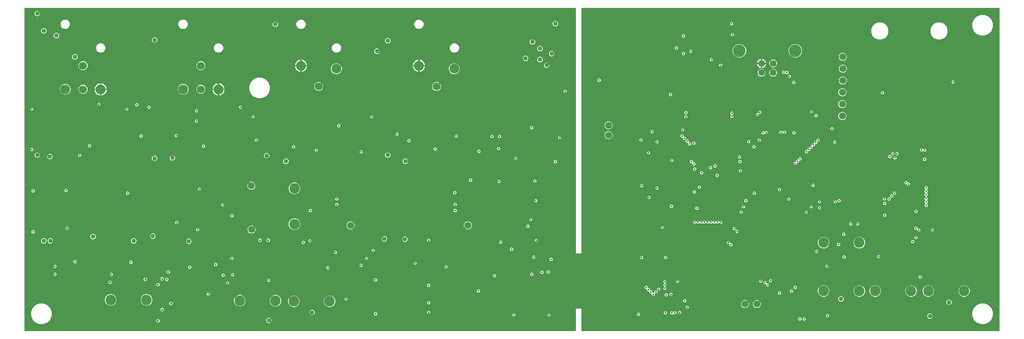
<source format=gbr>
G04 EAGLE Gerber RS-274X export*
G75*
%MOMM*%
%FSLAX34Y34*%
%LPD*%
%INCopper Layer 2*%
%IPPOS*%
%AMOC8*
5,1,8,0,0,1.08239X$1,22.5*%
G01*
%ADD10C,2.100000*%
%ADD11C,1.700000*%
%ADD12C,1.500000*%
%ADD13C,1.450000*%
%ADD14C,2.700000*%
%ADD15C,2.252600*%
%ADD16C,0.450000*%
%ADD17C,0.960000*%
%ADD18C,0.254000*%
%ADD19C,0.500000*%

G36*
X1186020Y3274D02*
X1186020Y3274D01*
X1186039Y3272D01*
X1186141Y3294D01*
X1186243Y3310D01*
X1186260Y3320D01*
X1186280Y3324D01*
X1186369Y3377D01*
X1186460Y3426D01*
X1186474Y3440D01*
X1186491Y3450D01*
X1186558Y3529D01*
X1186630Y3604D01*
X1186638Y3622D01*
X1186651Y3637D01*
X1186690Y3733D01*
X1186733Y3827D01*
X1186735Y3847D01*
X1186743Y3865D01*
X1186761Y4032D01*
X1186761Y51239D01*
X1199239Y51239D01*
X1199239Y4032D01*
X1199242Y4012D01*
X1199240Y3993D01*
X1199262Y3891D01*
X1199279Y3789D01*
X1199288Y3772D01*
X1199292Y3752D01*
X1199345Y3663D01*
X1199394Y3572D01*
X1199408Y3558D01*
X1199418Y3541D01*
X1199497Y3474D01*
X1199572Y3402D01*
X1199590Y3394D01*
X1199605Y3381D01*
X1199701Y3342D01*
X1199795Y3299D01*
X1199815Y3297D01*
X1199833Y3289D01*
X1200000Y3271D01*
X2095968Y3271D01*
X2095988Y3274D01*
X2096007Y3272D01*
X2096109Y3294D01*
X2096211Y3310D01*
X2096228Y3320D01*
X2096248Y3324D01*
X2096337Y3377D01*
X2096428Y3426D01*
X2096442Y3440D01*
X2096459Y3450D01*
X2096526Y3529D01*
X2096598Y3604D01*
X2096606Y3622D01*
X2096619Y3637D01*
X2096658Y3733D01*
X2096701Y3827D01*
X2096703Y3847D01*
X2096711Y3865D01*
X2096729Y4032D01*
X2096729Y695968D01*
X2096726Y695988D01*
X2096728Y696007D01*
X2096706Y696109D01*
X2096690Y696211D01*
X2096680Y696228D01*
X2096676Y696248D01*
X2096623Y696337D01*
X2096574Y696428D01*
X2096560Y696442D01*
X2096550Y696459D01*
X2096471Y696526D01*
X2096396Y696598D01*
X2096378Y696606D01*
X2096363Y696619D01*
X2096267Y696658D01*
X2096173Y696701D01*
X2096153Y696703D01*
X2096135Y696711D01*
X2095968Y696729D01*
X1200000Y696729D01*
X1199980Y696726D01*
X1199961Y696728D01*
X1199859Y696706D01*
X1199757Y696690D01*
X1199740Y696680D01*
X1199720Y696676D01*
X1199631Y696623D01*
X1199540Y696574D01*
X1199526Y696560D01*
X1199509Y696550D01*
X1199442Y696471D01*
X1199371Y696396D01*
X1199362Y696378D01*
X1199349Y696363D01*
X1199310Y696267D01*
X1199267Y696173D01*
X1199265Y696153D01*
X1199257Y696135D01*
X1199239Y695968D01*
X1199239Y169761D01*
X1186761Y169761D01*
X1186761Y695968D01*
X1186758Y695988D01*
X1186760Y696007D01*
X1186738Y696109D01*
X1186722Y696211D01*
X1186712Y696228D01*
X1186708Y696248D01*
X1186655Y696337D01*
X1186606Y696428D01*
X1186592Y696442D01*
X1186582Y696459D01*
X1186503Y696526D01*
X1186428Y696598D01*
X1186410Y696606D01*
X1186395Y696619D01*
X1186299Y696658D01*
X1186205Y696701D01*
X1186185Y696703D01*
X1186167Y696711D01*
X1186000Y696729D01*
X4032Y696729D01*
X4012Y696726D01*
X3993Y696728D01*
X3891Y696706D01*
X3789Y696690D01*
X3772Y696680D01*
X3752Y696676D01*
X3663Y696623D01*
X3572Y696574D01*
X3558Y696560D01*
X3541Y696550D01*
X3474Y696471D01*
X3402Y696396D01*
X3394Y696378D01*
X3381Y696363D01*
X3342Y696267D01*
X3299Y696173D01*
X3297Y696153D01*
X3289Y696135D01*
X3271Y695968D01*
X3271Y4032D01*
X3274Y4012D01*
X3272Y3993D01*
X3294Y3891D01*
X3310Y3789D01*
X3320Y3772D01*
X3324Y3752D01*
X3377Y3663D01*
X3426Y3572D01*
X3440Y3558D01*
X3450Y3541D01*
X3529Y3474D01*
X3604Y3402D01*
X3622Y3394D01*
X3637Y3381D01*
X3733Y3342D01*
X3827Y3299D01*
X3847Y3297D01*
X3865Y3289D01*
X4032Y3271D01*
X1186000Y3271D01*
X1186020Y3274D01*
G37*
%LPC*%
G36*
X35624Y17999D02*
X35624Y17999D01*
X27538Y21349D01*
X21349Y27538D01*
X17999Y35624D01*
X17999Y44376D01*
X21349Y52462D01*
X27538Y58651D01*
X35624Y62001D01*
X44376Y62001D01*
X52462Y58651D01*
X58651Y52462D01*
X62001Y44376D01*
X62001Y35624D01*
X58651Y27538D01*
X52462Y21349D01*
X44376Y17999D01*
X35624Y17999D01*
G37*
%LPD*%
%LPC*%
G36*
X2055624Y637999D02*
X2055624Y637999D01*
X2047538Y641349D01*
X2041349Y647538D01*
X2037999Y655624D01*
X2037999Y664376D01*
X2041349Y672462D01*
X2047538Y678651D01*
X2055624Y682001D01*
X2064376Y682001D01*
X2072462Y678651D01*
X2078651Y672462D01*
X2082001Y664376D01*
X2082001Y655624D01*
X2078651Y647538D01*
X2072462Y641349D01*
X2064376Y637999D01*
X2055624Y637999D01*
G37*
%LPD*%
%LPC*%
G36*
X2055624Y17999D02*
X2055624Y17999D01*
X2047538Y21349D01*
X2041349Y27538D01*
X2037999Y35624D01*
X2037999Y44376D01*
X2041349Y52462D01*
X2047538Y58651D01*
X2055624Y62001D01*
X2064376Y62001D01*
X2072462Y58651D01*
X2078651Y52462D01*
X2082001Y44376D01*
X2082001Y35624D01*
X2078651Y27538D01*
X2072462Y21349D01*
X2064376Y17999D01*
X2055624Y17999D01*
G37*
%LPD*%
%LPC*%
G36*
X503624Y502999D02*
X503624Y502999D01*
X495538Y506349D01*
X489349Y512538D01*
X485999Y520624D01*
X485999Y529376D01*
X489349Y537462D01*
X495538Y543651D01*
X503624Y547001D01*
X512376Y547001D01*
X520462Y543651D01*
X526651Y537462D01*
X530001Y529376D01*
X530001Y520624D01*
X526651Y512538D01*
X520462Y506349D01*
X512376Y502999D01*
X503624Y502999D01*
G37*
%LPD*%
%LPC*%
G36*
X1962870Y629249D02*
X1962870Y629249D01*
X1956162Y632028D01*
X1951028Y637162D01*
X1948249Y643870D01*
X1948249Y651130D01*
X1951028Y657838D01*
X1956162Y662972D01*
X1962870Y665751D01*
X1970130Y665751D01*
X1976838Y662972D01*
X1981972Y657838D01*
X1984751Y651130D01*
X1984751Y643870D01*
X1981972Y637162D01*
X1976838Y632028D01*
X1970130Y629249D01*
X1962870Y629249D01*
G37*
%LPD*%
%LPC*%
G36*
X1835870Y629249D02*
X1835870Y629249D01*
X1829162Y632028D01*
X1824028Y637162D01*
X1821249Y643870D01*
X1821249Y651130D01*
X1824028Y657838D01*
X1829162Y662972D01*
X1835870Y665751D01*
X1843130Y665751D01*
X1849838Y662972D01*
X1854972Y657838D01*
X1857751Y651130D01*
X1857751Y643870D01*
X1854972Y637162D01*
X1849838Y632028D01*
X1843130Y629249D01*
X1835870Y629249D01*
G37*
%LPD*%
%LPC*%
G36*
X1535116Y590499D02*
X1535116Y590499D01*
X1529786Y592707D01*
X1525707Y596786D01*
X1523499Y602116D01*
X1523499Y607884D01*
X1525707Y613214D01*
X1529786Y617293D01*
X1535116Y619501D01*
X1540884Y619501D01*
X1546214Y617293D01*
X1550293Y613214D01*
X1552501Y607884D01*
X1552501Y602116D01*
X1550293Y596786D01*
X1546214Y592707D01*
X1540884Y590499D01*
X1535116Y590499D01*
G37*
%LPD*%
%LPC*%
G36*
X1655116Y590499D02*
X1655116Y590499D01*
X1649786Y592707D01*
X1645707Y596786D01*
X1643499Y602116D01*
X1643499Y607884D01*
X1645707Y613214D01*
X1649786Y617293D01*
X1655116Y619501D01*
X1660884Y619501D01*
X1666214Y617293D01*
X1670293Y613214D01*
X1672501Y607884D01*
X1672501Y602116D01*
X1670293Y596786D01*
X1666214Y592707D01*
X1660884Y590499D01*
X1655116Y590499D01*
G37*
%LPD*%
%LPC*%
G36*
X655865Y54814D02*
X655865Y54814D01*
X651357Y56681D01*
X647907Y60131D01*
X646040Y64639D01*
X646040Y69517D01*
X647907Y74025D01*
X651357Y77475D01*
X655865Y79342D01*
X660743Y79342D01*
X665251Y77475D01*
X668701Y74025D01*
X670568Y69517D01*
X670568Y64639D01*
X668701Y60131D01*
X665251Y56681D01*
X660743Y54814D01*
X655865Y54814D01*
G37*
%LPD*%
%LPC*%
G36*
X579157Y54814D02*
X579157Y54814D01*
X574649Y56681D01*
X571199Y60131D01*
X569332Y64639D01*
X569332Y69517D01*
X571199Y74025D01*
X574649Y77475D01*
X579157Y79342D01*
X584035Y79342D01*
X588543Y77475D01*
X591993Y74025D01*
X593860Y69517D01*
X593860Y64639D01*
X591993Y60131D01*
X588543Y56681D01*
X584035Y54814D01*
X579157Y54814D01*
G37*
%LPD*%
%LPC*%
G36*
X1792865Y180814D02*
X1792865Y180814D01*
X1788357Y182681D01*
X1784907Y186131D01*
X1783040Y190639D01*
X1783040Y195517D01*
X1784907Y200025D01*
X1788357Y203475D01*
X1792865Y205342D01*
X1797743Y205342D01*
X1802251Y203475D01*
X1805701Y200025D01*
X1807568Y195517D01*
X1807568Y190639D01*
X1805701Y186131D01*
X1802251Y182681D01*
X1797743Y180814D01*
X1792865Y180814D01*
G37*
%LPD*%
%LPC*%
G36*
X463157Y55814D02*
X463157Y55814D01*
X458649Y57681D01*
X455199Y61131D01*
X453332Y65639D01*
X453332Y70517D01*
X455199Y75025D01*
X458649Y78475D01*
X463157Y80342D01*
X468035Y80342D01*
X472543Y78475D01*
X475993Y75025D01*
X477860Y70517D01*
X477860Y65639D01*
X475993Y61131D01*
X472543Y57681D01*
X468035Y55814D01*
X463157Y55814D01*
G37*
%LPD*%
%LPC*%
G36*
X539865Y55814D02*
X539865Y55814D01*
X535357Y57681D01*
X531907Y61131D01*
X530040Y65639D01*
X530040Y70517D01*
X531907Y75025D01*
X535357Y78475D01*
X539865Y80342D01*
X544743Y80342D01*
X549251Y78475D01*
X552701Y75025D01*
X554568Y70517D01*
X554568Y65639D01*
X552701Y61131D01*
X549251Y57681D01*
X544743Y55814D01*
X539865Y55814D01*
G37*
%LPD*%
%LPC*%
G36*
X186157Y57814D02*
X186157Y57814D01*
X181649Y59681D01*
X178199Y63131D01*
X176332Y67639D01*
X176332Y72517D01*
X178199Y77025D01*
X181649Y80475D01*
X186157Y82342D01*
X191035Y82342D01*
X195543Y80475D01*
X198993Y77025D01*
X200860Y72517D01*
X200860Y67639D01*
X198993Y63131D01*
X195543Y59681D01*
X191035Y57814D01*
X186157Y57814D01*
G37*
%LPD*%
%LPC*%
G36*
X262865Y57814D02*
X262865Y57814D01*
X258357Y59681D01*
X254907Y63131D01*
X253040Y67639D01*
X253040Y72517D01*
X254907Y77025D01*
X258357Y80475D01*
X262865Y82342D01*
X267743Y82342D01*
X272251Y80475D01*
X275701Y77025D01*
X277568Y72517D01*
X277568Y67639D01*
X275701Y63131D01*
X272251Y59681D01*
X267743Y57814D01*
X262865Y57814D01*
G37*
%LPD*%
%LPC*%
G36*
X1716157Y76814D02*
X1716157Y76814D01*
X1711649Y78681D01*
X1708199Y82131D01*
X1706332Y86639D01*
X1706332Y91517D01*
X1708199Y96025D01*
X1711649Y99475D01*
X1716157Y101342D01*
X1721035Y101342D01*
X1725543Y99475D01*
X1728993Y96025D01*
X1730860Y91517D01*
X1730860Y86639D01*
X1728993Y82131D01*
X1725543Y78681D01*
X1721035Y76814D01*
X1716157Y76814D01*
G37*
%LPD*%
%LPC*%
G36*
X1792865Y76814D02*
X1792865Y76814D01*
X1788357Y78681D01*
X1784907Y82131D01*
X1783040Y86639D01*
X1783040Y91517D01*
X1784907Y96025D01*
X1788357Y99475D01*
X1792865Y101342D01*
X1797743Y101342D01*
X1802251Y99475D01*
X1805701Y96025D01*
X1807568Y91517D01*
X1807568Y86639D01*
X1805701Y82131D01*
X1802251Y78681D01*
X1797743Y76814D01*
X1792865Y76814D01*
G37*
%LPD*%
%LPC*%
G36*
X1827157Y76814D02*
X1827157Y76814D01*
X1822649Y78681D01*
X1819199Y82131D01*
X1817332Y86639D01*
X1817332Y91517D01*
X1819199Y96025D01*
X1822649Y99475D01*
X1827157Y101342D01*
X1832035Y101342D01*
X1836543Y99475D01*
X1839993Y96025D01*
X1841860Y91517D01*
X1841860Y86639D01*
X1839993Y82131D01*
X1836543Y78681D01*
X1832035Y76814D01*
X1827157Y76814D01*
G37*
%LPD*%
%LPC*%
G36*
X1716157Y180814D02*
X1716157Y180814D01*
X1711649Y182681D01*
X1708199Y186131D01*
X1706332Y190639D01*
X1706332Y195517D01*
X1708199Y200025D01*
X1711649Y203475D01*
X1716157Y205342D01*
X1721035Y205342D01*
X1725543Y203475D01*
X1728993Y200025D01*
X1730860Y195517D01*
X1730860Y190639D01*
X1728993Y186131D01*
X1725543Y182681D01*
X1721035Y180814D01*
X1716157Y180814D01*
G37*
%LPD*%
%LPC*%
G36*
X580639Y297140D02*
X580639Y297140D01*
X576131Y299007D01*
X572681Y302457D01*
X570814Y306965D01*
X570814Y311843D01*
X572681Y316351D01*
X576131Y319801D01*
X580639Y321668D01*
X585517Y321668D01*
X590025Y319801D01*
X593475Y316351D01*
X595342Y311843D01*
X595342Y306965D01*
X593475Y302457D01*
X590025Y299007D01*
X585517Y297140D01*
X580639Y297140D01*
G37*
%LPD*%
%LPC*%
G36*
X580639Y220432D02*
X580639Y220432D01*
X576131Y222299D01*
X572681Y225749D01*
X570814Y230257D01*
X570814Y235135D01*
X572681Y239643D01*
X576131Y243093D01*
X580639Y244960D01*
X585517Y244960D01*
X590025Y243093D01*
X593475Y239643D01*
X595342Y235135D01*
X595342Y230257D01*
X593475Y225749D01*
X590025Y222299D01*
X585517Y220432D01*
X580639Y220432D01*
G37*
%LPD*%
%LPC*%
G36*
X2017865Y76814D02*
X2017865Y76814D01*
X2013357Y78681D01*
X2009907Y82131D01*
X2008040Y86639D01*
X2008040Y91517D01*
X2009907Y96025D01*
X2013357Y99475D01*
X2017865Y101342D01*
X2022743Y101342D01*
X2027251Y99475D01*
X2030701Y96025D01*
X2032568Y91517D01*
X2032568Y86639D01*
X2030701Y82131D01*
X2027251Y78681D01*
X2022743Y76814D01*
X2017865Y76814D01*
G37*
%LPD*%
%LPC*%
G36*
X1941157Y76814D02*
X1941157Y76814D01*
X1936649Y78681D01*
X1933199Y82131D01*
X1931332Y86639D01*
X1931332Y91517D01*
X1933199Y96025D01*
X1936649Y99475D01*
X1941157Y101342D01*
X1946035Y101342D01*
X1950543Y99475D01*
X1953993Y96025D01*
X1955860Y91517D01*
X1955860Y86639D01*
X1953993Y82131D01*
X1950543Y78681D01*
X1946035Y76814D01*
X1941157Y76814D01*
G37*
%LPD*%
%LPC*%
G36*
X1903865Y76814D02*
X1903865Y76814D01*
X1899357Y78681D01*
X1895907Y82131D01*
X1894040Y86639D01*
X1894040Y91517D01*
X1895907Y96025D01*
X1899357Y99475D01*
X1903865Y101342D01*
X1908743Y101342D01*
X1913251Y99475D01*
X1916701Y96025D01*
X1918568Y91517D01*
X1918568Y86639D01*
X1916701Y82131D01*
X1913251Y78681D01*
X1908743Y76814D01*
X1903865Y76814D01*
G37*
%LPD*%
%LPC*%
G36*
X923812Y555149D02*
X923812Y555149D01*
X919585Y556900D01*
X916350Y560135D01*
X914599Y564362D01*
X914599Y568938D01*
X916350Y573165D01*
X919585Y576400D01*
X923812Y578151D01*
X928388Y578151D01*
X932615Y576400D01*
X935850Y573165D01*
X937601Y568938D01*
X937601Y564362D01*
X935850Y560135D01*
X932615Y556900D01*
X928388Y555149D01*
X923812Y555149D01*
G37*
%LPD*%
%LPC*%
G36*
X670812Y555149D02*
X670812Y555149D01*
X666585Y556900D01*
X663350Y560135D01*
X661599Y564362D01*
X661599Y568938D01*
X663350Y573165D01*
X666585Y576400D01*
X670812Y578151D01*
X675388Y578151D01*
X679615Y576400D01*
X682850Y573165D01*
X684601Y568938D01*
X684601Y564362D01*
X682850Y560135D01*
X679615Y556900D01*
X675388Y555149D01*
X670812Y555149D01*
G37*
%LPD*%
%LPC*%
G36*
X88612Y510699D02*
X88612Y510699D01*
X84385Y512450D01*
X81150Y515685D01*
X79399Y519912D01*
X79399Y524488D01*
X81150Y528715D01*
X84385Y531950D01*
X88612Y533701D01*
X93188Y533701D01*
X97415Y531950D01*
X100650Y528715D01*
X102401Y524488D01*
X102401Y519912D01*
X100650Y515685D01*
X97415Y512450D01*
X93188Y510699D01*
X88612Y510699D01*
G37*
%LPD*%
%LPC*%
G36*
X341612Y510699D02*
X341612Y510699D01*
X337385Y512450D01*
X334150Y515685D01*
X332399Y519912D01*
X332399Y524488D01*
X334150Y528715D01*
X337385Y531950D01*
X341612Y533701D01*
X346188Y533701D01*
X350415Y531950D01*
X353650Y528715D01*
X355401Y524488D01*
X355401Y519912D01*
X353650Y515685D01*
X350415Y512450D01*
X346188Y510699D01*
X341612Y510699D01*
G37*
%LPD*%
%LPC*%
G36*
X1440653Y233749D02*
X1440653Y233749D01*
X1438749Y235653D01*
X1438749Y238347D01*
X1440653Y240251D01*
X1443347Y240251D01*
X1444962Y238636D01*
X1444978Y238624D01*
X1444990Y238608D01*
X1445078Y238552D01*
X1445161Y238492D01*
X1445180Y238486D01*
X1445197Y238475D01*
X1445298Y238450D01*
X1445397Y238420D01*
X1445416Y238420D01*
X1445436Y238415D01*
X1445539Y238423D01*
X1445642Y238426D01*
X1445661Y238433D01*
X1445681Y238434D01*
X1445776Y238475D01*
X1445873Y238510D01*
X1445889Y238523D01*
X1445907Y238531D01*
X1446038Y238636D01*
X1447653Y240251D01*
X1450347Y240251D01*
X1451962Y238636D01*
X1451978Y238624D01*
X1451990Y238608D01*
X1452078Y238552D01*
X1452161Y238492D01*
X1452180Y238486D01*
X1452197Y238475D01*
X1452298Y238450D01*
X1452397Y238420D01*
X1452416Y238420D01*
X1452436Y238415D01*
X1452539Y238423D01*
X1452642Y238426D01*
X1452661Y238433D01*
X1452681Y238434D01*
X1452776Y238475D01*
X1452873Y238510D01*
X1452889Y238523D01*
X1452907Y238531D01*
X1453038Y238636D01*
X1454653Y240251D01*
X1457347Y240251D01*
X1458962Y238636D01*
X1458978Y238624D01*
X1458990Y238608D01*
X1459078Y238552D01*
X1459161Y238492D01*
X1459180Y238486D01*
X1459197Y238475D01*
X1459298Y238450D01*
X1459397Y238420D01*
X1459416Y238420D01*
X1459436Y238415D01*
X1459539Y238423D01*
X1459642Y238426D01*
X1459661Y238433D01*
X1459681Y238434D01*
X1459776Y238475D01*
X1459873Y238510D01*
X1459889Y238523D01*
X1459907Y238531D01*
X1460038Y238636D01*
X1461653Y240251D01*
X1464347Y240251D01*
X1465962Y238636D01*
X1465978Y238624D01*
X1465990Y238608D01*
X1466078Y238552D01*
X1466161Y238492D01*
X1466180Y238486D01*
X1466197Y238475D01*
X1466298Y238450D01*
X1466397Y238420D01*
X1466416Y238420D01*
X1466436Y238415D01*
X1466539Y238423D01*
X1466642Y238426D01*
X1466661Y238433D01*
X1466681Y238434D01*
X1466776Y238475D01*
X1466873Y238510D01*
X1466889Y238523D01*
X1466907Y238531D01*
X1467038Y238636D01*
X1468653Y240251D01*
X1471347Y240251D01*
X1472962Y238636D01*
X1472978Y238624D01*
X1472990Y238608D01*
X1473078Y238552D01*
X1473161Y238492D01*
X1473180Y238486D01*
X1473197Y238475D01*
X1473298Y238450D01*
X1473397Y238420D01*
X1473416Y238420D01*
X1473436Y238415D01*
X1473539Y238423D01*
X1473642Y238426D01*
X1473661Y238433D01*
X1473681Y238434D01*
X1473776Y238475D01*
X1473873Y238510D01*
X1473889Y238523D01*
X1473907Y238531D01*
X1474038Y238636D01*
X1475653Y240251D01*
X1478347Y240251D01*
X1479962Y238636D01*
X1479978Y238624D01*
X1479990Y238608D01*
X1480078Y238552D01*
X1480161Y238492D01*
X1480180Y238486D01*
X1480197Y238475D01*
X1480298Y238450D01*
X1480397Y238420D01*
X1480416Y238420D01*
X1480436Y238415D01*
X1480539Y238423D01*
X1480642Y238426D01*
X1480661Y238433D01*
X1480681Y238434D01*
X1480776Y238475D01*
X1480873Y238510D01*
X1480889Y238523D01*
X1480907Y238531D01*
X1481038Y238636D01*
X1482653Y240251D01*
X1485347Y240251D01*
X1486962Y238636D01*
X1486978Y238624D01*
X1486990Y238608D01*
X1487078Y238552D01*
X1487161Y238492D01*
X1487180Y238486D01*
X1487197Y238475D01*
X1487298Y238450D01*
X1487397Y238420D01*
X1487416Y238420D01*
X1487436Y238415D01*
X1487539Y238423D01*
X1487642Y238426D01*
X1487661Y238433D01*
X1487681Y238434D01*
X1487776Y238475D01*
X1487873Y238510D01*
X1487889Y238523D01*
X1487907Y238531D01*
X1488038Y238636D01*
X1489653Y240251D01*
X1492347Y240251D01*
X1493962Y238636D01*
X1493978Y238624D01*
X1493990Y238608D01*
X1494078Y238552D01*
X1494161Y238492D01*
X1494180Y238486D01*
X1494197Y238475D01*
X1494298Y238450D01*
X1494397Y238420D01*
X1494416Y238420D01*
X1494436Y238415D01*
X1494539Y238423D01*
X1494642Y238426D01*
X1494661Y238433D01*
X1494681Y238434D01*
X1494776Y238475D01*
X1494873Y238510D01*
X1494889Y238523D01*
X1494907Y238531D01*
X1495038Y238636D01*
X1496653Y240251D01*
X1499347Y240251D01*
X1501251Y238347D01*
X1501251Y235653D01*
X1499347Y233749D01*
X1496653Y233749D01*
X1495038Y235364D01*
X1495022Y235376D01*
X1495010Y235392D01*
X1494922Y235448D01*
X1494839Y235508D01*
X1494820Y235514D01*
X1494803Y235525D01*
X1494702Y235550D01*
X1494603Y235580D01*
X1494584Y235580D01*
X1494564Y235585D01*
X1494461Y235577D01*
X1494358Y235574D01*
X1494339Y235567D01*
X1494319Y235566D01*
X1494224Y235525D01*
X1494127Y235490D01*
X1494111Y235477D01*
X1494093Y235469D01*
X1493962Y235364D01*
X1492347Y233749D01*
X1489653Y233749D01*
X1488038Y235364D01*
X1488022Y235376D01*
X1488010Y235392D01*
X1487922Y235448D01*
X1487839Y235508D01*
X1487820Y235514D01*
X1487803Y235525D01*
X1487702Y235550D01*
X1487603Y235580D01*
X1487584Y235580D01*
X1487564Y235585D01*
X1487461Y235577D01*
X1487358Y235574D01*
X1487339Y235567D01*
X1487319Y235566D01*
X1487224Y235525D01*
X1487127Y235490D01*
X1487111Y235477D01*
X1487093Y235469D01*
X1486962Y235364D01*
X1485347Y233749D01*
X1482653Y233749D01*
X1481038Y235364D01*
X1481022Y235376D01*
X1481010Y235392D01*
X1480922Y235448D01*
X1480839Y235508D01*
X1480820Y235514D01*
X1480803Y235525D01*
X1480702Y235550D01*
X1480603Y235580D01*
X1480584Y235580D01*
X1480564Y235585D01*
X1480461Y235577D01*
X1480358Y235574D01*
X1480339Y235567D01*
X1480319Y235566D01*
X1480224Y235525D01*
X1480127Y235490D01*
X1480111Y235477D01*
X1480093Y235469D01*
X1479962Y235364D01*
X1478347Y233749D01*
X1475653Y233749D01*
X1474038Y235364D01*
X1474022Y235376D01*
X1474010Y235392D01*
X1473922Y235448D01*
X1473839Y235508D01*
X1473820Y235514D01*
X1473803Y235525D01*
X1473702Y235550D01*
X1473603Y235580D01*
X1473584Y235580D01*
X1473564Y235585D01*
X1473461Y235577D01*
X1473358Y235574D01*
X1473339Y235567D01*
X1473319Y235566D01*
X1473224Y235525D01*
X1473127Y235490D01*
X1473111Y235477D01*
X1473093Y235469D01*
X1472962Y235364D01*
X1471347Y233749D01*
X1468653Y233749D01*
X1467038Y235364D01*
X1467022Y235376D01*
X1467010Y235392D01*
X1466922Y235448D01*
X1466839Y235508D01*
X1466820Y235514D01*
X1466803Y235525D01*
X1466702Y235550D01*
X1466603Y235580D01*
X1466584Y235580D01*
X1466564Y235585D01*
X1466461Y235577D01*
X1466358Y235574D01*
X1466339Y235567D01*
X1466319Y235566D01*
X1466224Y235525D01*
X1466127Y235490D01*
X1466111Y235477D01*
X1466093Y235469D01*
X1465962Y235364D01*
X1464347Y233749D01*
X1461653Y233749D01*
X1460038Y235364D01*
X1460022Y235376D01*
X1460010Y235392D01*
X1459922Y235448D01*
X1459839Y235508D01*
X1459820Y235514D01*
X1459803Y235525D01*
X1459702Y235550D01*
X1459603Y235580D01*
X1459584Y235580D01*
X1459564Y235585D01*
X1459461Y235577D01*
X1459358Y235574D01*
X1459339Y235567D01*
X1459319Y235566D01*
X1459224Y235525D01*
X1459127Y235490D01*
X1459111Y235477D01*
X1459093Y235469D01*
X1458962Y235364D01*
X1457347Y233749D01*
X1454653Y233749D01*
X1453038Y235364D01*
X1453022Y235376D01*
X1453010Y235392D01*
X1452922Y235448D01*
X1452839Y235508D01*
X1452820Y235514D01*
X1452803Y235525D01*
X1452702Y235550D01*
X1452603Y235580D01*
X1452584Y235580D01*
X1452564Y235585D01*
X1452461Y235577D01*
X1452358Y235574D01*
X1452339Y235567D01*
X1452319Y235566D01*
X1452224Y235525D01*
X1452127Y235490D01*
X1452111Y235477D01*
X1452093Y235469D01*
X1451962Y235364D01*
X1450347Y233749D01*
X1447653Y233749D01*
X1446038Y235364D01*
X1446022Y235376D01*
X1446010Y235392D01*
X1445922Y235448D01*
X1445839Y235508D01*
X1445820Y235514D01*
X1445803Y235525D01*
X1445702Y235550D01*
X1445603Y235580D01*
X1445584Y235580D01*
X1445564Y235585D01*
X1445461Y235577D01*
X1445358Y235574D01*
X1445339Y235567D01*
X1445319Y235566D01*
X1445224Y235525D01*
X1445127Y235490D01*
X1445111Y235477D01*
X1445093Y235469D01*
X1444962Y235364D01*
X1443347Y233749D01*
X1440653Y233749D01*
G37*
%LPD*%
%LPC*%
G36*
X165111Y601099D02*
X165111Y601099D01*
X161435Y602622D01*
X158622Y605435D01*
X157099Y609111D01*
X157099Y613089D01*
X158622Y616765D01*
X161435Y619578D01*
X165111Y621101D01*
X169089Y621101D01*
X172765Y619578D01*
X175578Y616765D01*
X177101Y613089D01*
X177101Y609111D01*
X175578Y605435D01*
X172765Y602622D01*
X169089Y601099D01*
X165111Y601099D01*
G37*
%LPD*%
%LPC*%
G36*
X418111Y601099D02*
X418111Y601099D01*
X414435Y602622D01*
X411622Y605435D01*
X410099Y609111D01*
X410099Y613089D01*
X411622Y616765D01*
X414435Y619578D01*
X418111Y621101D01*
X422089Y621101D01*
X425765Y619578D01*
X428578Y616765D01*
X430101Y613089D01*
X430101Y609111D01*
X428578Y605435D01*
X425765Y602622D01*
X422089Y601099D01*
X418111Y601099D01*
G37*
%LPD*%
%LPC*%
G36*
X671111Y601099D02*
X671111Y601099D01*
X667435Y602622D01*
X664622Y605435D01*
X663099Y609111D01*
X663099Y613089D01*
X664622Y616765D01*
X667435Y619578D01*
X671111Y621101D01*
X675089Y621101D01*
X678765Y619578D01*
X681578Y616765D01*
X683101Y613089D01*
X683101Y609111D01*
X681578Y605435D01*
X678765Y602622D01*
X675089Y601099D01*
X671111Y601099D01*
G37*
%LPD*%
%LPC*%
G36*
X341911Y651999D02*
X341911Y651999D01*
X338235Y653522D01*
X335422Y656335D01*
X333899Y660011D01*
X333899Y663989D01*
X335422Y667665D01*
X338235Y670478D01*
X341911Y672001D01*
X345889Y672001D01*
X349565Y670478D01*
X352378Y667665D01*
X353901Y663989D01*
X353901Y660011D01*
X352378Y656335D01*
X349565Y653522D01*
X345889Y651999D01*
X341911Y651999D01*
G37*
%LPD*%
%LPC*%
G36*
X88911Y651999D02*
X88911Y651999D01*
X85235Y653522D01*
X82422Y656335D01*
X80899Y660011D01*
X80899Y663989D01*
X82422Y667665D01*
X85235Y670478D01*
X88911Y672001D01*
X92889Y672001D01*
X96565Y670478D01*
X99378Y667665D01*
X100901Y663989D01*
X100901Y660011D01*
X99378Y656335D01*
X96565Y653522D01*
X92889Y651999D01*
X88911Y651999D01*
G37*
%LPD*%
%LPC*%
G36*
X924111Y601099D02*
X924111Y601099D01*
X920435Y602622D01*
X917622Y605435D01*
X916099Y609111D01*
X916099Y613089D01*
X917622Y616765D01*
X920435Y619578D01*
X924111Y621101D01*
X928089Y621101D01*
X931765Y619578D01*
X934578Y616765D01*
X936101Y613089D01*
X936101Y609111D01*
X934578Y605435D01*
X931765Y602622D01*
X928089Y601099D01*
X924111Y601099D01*
G37*
%LPD*%
%LPC*%
G36*
X594911Y651899D02*
X594911Y651899D01*
X591235Y653422D01*
X588422Y656235D01*
X586899Y659911D01*
X586899Y663889D01*
X588422Y667565D01*
X591235Y670378D01*
X594911Y671901D01*
X598889Y671901D01*
X602565Y670378D01*
X605378Y667565D01*
X606901Y663889D01*
X606901Y659911D01*
X605378Y656235D01*
X602565Y653422D01*
X598889Y651899D01*
X594911Y651899D01*
G37*
%LPD*%
%LPC*%
G36*
X847911Y651899D02*
X847911Y651899D01*
X844235Y653422D01*
X841422Y656235D01*
X839899Y659911D01*
X839899Y663889D01*
X841422Y667565D01*
X844235Y670378D01*
X847911Y671901D01*
X851889Y671901D01*
X855565Y670378D01*
X858378Y667565D01*
X859901Y663889D01*
X859901Y659911D01*
X858378Y656235D01*
X855565Y653422D01*
X851889Y651899D01*
X847911Y651899D01*
G37*
%LPD*%
%LPC*%
G36*
X886110Y518999D02*
X886110Y518999D01*
X882618Y520446D01*
X879946Y523118D01*
X878499Y526610D01*
X878499Y530390D01*
X879946Y533882D01*
X882618Y536554D01*
X886110Y538001D01*
X889890Y538001D01*
X893382Y536554D01*
X896054Y533882D01*
X897501Y530390D01*
X897501Y526610D01*
X896054Y523118D01*
X893382Y520446D01*
X889890Y518999D01*
X886110Y518999D01*
G37*
%LPD*%
%LPC*%
G36*
X633110Y518999D02*
X633110Y518999D01*
X629618Y520446D01*
X626946Y523118D01*
X625499Y526610D01*
X625499Y530390D01*
X626946Y533882D01*
X629618Y536554D01*
X633110Y538001D01*
X636890Y538001D01*
X640382Y536554D01*
X643054Y533882D01*
X644501Y530390D01*
X644501Y526610D01*
X643054Y523118D01*
X640382Y520446D01*
X636890Y518999D01*
X633110Y518999D01*
G37*
%LPD*%
%LPC*%
G36*
X380110Y512699D02*
X380110Y512699D01*
X376618Y514146D01*
X373946Y516818D01*
X372499Y520310D01*
X372499Y524090D01*
X373946Y527582D01*
X376618Y530254D01*
X380110Y531701D01*
X383890Y531701D01*
X387382Y530254D01*
X390054Y527582D01*
X391501Y524090D01*
X391501Y520310D01*
X390054Y516818D01*
X387382Y514146D01*
X383890Y512699D01*
X380110Y512699D01*
G37*
%LPD*%
%LPC*%
G36*
X127110Y512699D02*
X127110Y512699D01*
X123618Y514146D01*
X120946Y516818D01*
X119499Y520310D01*
X119499Y524090D01*
X120946Y527582D01*
X123618Y530254D01*
X127110Y531701D01*
X130890Y531701D01*
X134382Y530254D01*
X137054Y527582D01*
X138501Y524090D01*
X138501Y520310D01*
X137054Y516818D01*
X134382Y514146D01*
X130890Y512699D01*
X127110Y512699D01*
G37*
%LPD*%
%LPC*%
G36*
X127110Y563499D02*
X127110Y563499D01*
X123618Y564946D01*
X120946Y567618D01*
X119499Y571110D01*
X119499Y574890D01*
X120946Y578382D01*
X123618Y581054D01*
X127110Y582501D01*
X130890Y582501D01*
X134382Y581054D01*
X137054Y578382D01*
X138501Y574890D01*
X138501Y571110D01*
X137054Y567618D01*
X134382Y564946D01*
X130890Y563499D01*
X127110Y563499D01*
G37*
%LPD*%
%LPC*%
G36*
X380110Y563499D02*
X380110Y563499D01*
X376618Y564946D01*
X373946Y567618D01*
X372499Y571110D01*
X372499Y574890D01*
X373946Y578382D01*
X376618Y581054D01*
X380110Y582501D01*
X383890Y582501D01*
X387382Y581054D01*
X390054Y578382D01*
X391501Y574890D01*
X391501Y571110D01*
X390054Y567618D01*
X387382Y564946D01*
X383890Y563499D01*
X380110Y563499D01*
G37*
%LPD*%
%LPC*%
G36*
X488909Y306499D02*
X488909Y306499D01*
X485785Y307793D01*
X483393Y310185D01*
X482099Y313309D01*
X482099Y316691D01*
X483393Y319815D01*
X485785Y322207D01*
X488909Y323501D01*
X492291Y323501D01*
X495415Y322207D01*
X497807Y319815D01*
X499101Y316691D01*
X499101Y313309D01*
X497807Y310185D01*
X495415Y307793D01*
X492291Y306499D01*
X488909Y306499D01*
G37*
%LPD*%
%LPC*%
G36*
X1757309Y456499D02*
X1757309Y456499D01*
X1754185Y457793D01*
X1751793Y460185D01*
X1750499Y463309D01*
X1750499Y466691D01*
X1751793Y469815D01*
X1754185Y472207D01*
X1757309Y473501D01*
X1760691Y473501D01*
X1763815Y472207D01*
X1766207Y469815D01*
X1767501Y466691D01*
X1767501Y463309D01*
X1766207Y460185D01*
X1763815Y457793D01*
X1760691Y456499D01*
X1757309Y456499D01*
G37*
%LPD*%
%LPC*%
G36*
X1573709Y52499D02*
X1573709Y52499D01*
X1570585Y53793D01*
X1568193Y56185D01*
X1566899Y59309D01*
X1566899Y62691D01*
X1568193Y65815D01*
X1570585Y68207D01*
X1573709Y69501D01*
X1577091Y69501D01*
X1580215Y68207D01*
X1582607Y65815D01*
X1583901Y62691D01*
X1583901Y59309D01*
X1582607Y56185D01*
X1580215Y53793D01*
X1577091Y52499D01*
X1573709Y52499D01*
G37*
%LPD*%
%LPC*%
G36*
X1758309Y532699D02*
X1758309Y532699D01*
X1755185Y533993D01*
X1752793Y536385D01*
X1751499Y539509D01*
X1751499Y542891D01*
X1752793Y546015D01*
X1755185Y548407D01*
X1758309Y549701D01*
X1761691Y549701D01*
X1764815Y548407D01*
X1767207Y546015D01*
X1768501Y542891D01*
X1768501Y539509D01*
X1767207Y536385D01*
X1764815Y533993D01*
X1761691Y532699D01*
X1758309Y532699D01*
G37*
%LPD*%
%LPC*%
G36*
X1758309Y583499D02*
X1758309Y583499D01*
X1755185Y584793D01*
X1752793Y587185D01*
X1751499Y590309D01*
X1751499Y593691D01*
X1752793Y596815D01*
X1755185Y599207D01*
X1758309Y600501D01*
X1761691Y600501D01*
X1764815Y599207D01*
X1767207Y596815D01*
X1768501Y593691D01*
X1768501Y590309D01*
X1767207Y587185D01*
X1764815Y584793D01*
X1761691Y583499D01*
X1758309Y583499D01*
G37*
%LPD*%
%LPC*%
G36*
X953509Y221499D02*
X953509Y221499D01*
X950385Y222793D01*
X947993Y225185D01*
X946699Y228309D01*
X946699Y231691D01*
X947993Y234815D01*
X950385Y237207D01*
X953509Y238501D01*
X956891Y238501D01*
X960015Y237207D01*
X962407Y234815D01*
X963701Y231691D01*
X963701Y228309D01*
X962407Y225185D01*
X960015Y222793D01*
X956891Y221499D01*
X953509Y221499D01*
G37*
%LPD*%
%LPC*%
G36*
X701709Y221499D02*
X701709Y221499D01*
X698585Y222793D01*
X696193Y225185D01*
X694899Y228309D01*
X694899Y231691D01*
X696193Y234815D01*
X698585Y237207D01*
X701709Y238501D01*
X705091Y238501D01*
X708215Y237207D01*
X710607Y234815D01*
X711901Y231691D01*
X711901Y228309D01*
X710607Y225185D01*
X708215Y222793D01*
X705091Y221499D01*
X701709Y221499D01*
G37*
%LPD*%
%LPC*%
G36*
X1255309Y415499D02*
X1255309Y415499D01*
X1252185Y416793D01*
X1249793Y419185D01*
X1248499Y422309D01*
X1248499Y425691D01*
X1249793Y428815D01*
X1252185Y431207D01*
X1255309Y432501D01*
X1258691Y432501D01*
X1261815Y431207D01*
X1264207Y428815D01*
X1265501Y425691D01*
X1265501Y422309D01*
X1264207Y419185D01*
X1261815Y416793D01*
X1258691Y415499D01*
X1255309Y415499D01*
G37*
%LPD*%
%LPC*%
G36*
X1758309Y558099D02*
X1758309Y558099D01*
X1755185Y559393D01*
X1752793Y561785D01*
X1751499Y564909D01*
X1751499Y568291D01*
X1752793Y571415D01*
X1755185Y573807D01*
X1758309Y575101D01*
X1761691Y575101D01*
X1764815Y573807D01*
X1767207Y571415D01*
X1768501Y568291D01*
X1768501Y564909D01*
X1767207Y561785D01*
X1764815Y559393D01*
X1761691Y558099D01*
X1758309Y558099D01*
G37*
%LPD*%
%LPC*%
G36*
X489109Y212499D02*
X489109Y212499D01*
X485985Y213793D01*
X483593Y216185D01*
X482299Y219309D01*
X482299Y222691D01*
X483593Y225815D01*
X485985Y228207D01*
X489109Y229501D01*
X492491Y229501D01*
X495615Y228207D01*
X498007Y225815D01*
X499301Y222691D01*
X499301Y219309D01*
X498007Y216185D01*
X495615Y213793D01*
X492491Y212499D01*
X489109Y212499D01*
G37*
%LPD*%
%LPC*%
G36*
X1255309Y436499D02*
X1255309Y436499D01*
X1252185Y437793D01*
X1249793Y440185D01*
X1248499Y443309D01*
X1248499Y446691D01*
X1249793Y449815D01*
X1252185Y452207D01*
X1255309Y453501D01*
X1258691Y453501D01*
X1261815Y452207D01*
X1264207Y449815D01*
X1265501Y446691D01*
X1265501Y443309D01*
X1264207Y440185D01*
X1261815Y437793D01*
X1258691Y436499D01*
X1255309Y436499D01*
G37*
%LPD*%
%LPC*%
G36*
X1548309Y52499D02*
X1548309Y52499D01*
X1545185Y53793D01*
X1542793Y56185D01*
X1541499Y59309D01*
X1541499Y62691D01*
X1542793Y65815D01*
X1545185Y68207D01*
X1548309Y69501D01*
X1551691Y69501D01*
X1554815Y68207D01*
X1557207Y65815D01*
X1558501Y62691D01*
X1558501Y59309D01*
X1557207Y56185D01*
X1554815Y53793D01*
X1551691Y52499D01*
X1548309Y52499D01*
G37*
%LPD*%
%LPC*%
G36*
X1757309Y507299D02*
X1757309Y507299D01*
X1754185Y508593D01*
X1751793Y510985D01*
X1750499Y514109D01*
X1750499Y517491D01*
X1751793Y520615D01*
X1754185Y523007D01*
X1757309Y524301D01*
X1760691Y524301D01*
X1763815Y523007D01*
X1766207Y520615D01*
X1767501Y517491D01*
X1767501Y514109D01*
X1766207Y510985D01*
X1763815Y508593D01*
X1760691Y507299D01*
X1757309Y507299D01*
G37*
%LPD*%
%LPC*%
G36*
X1757309Y481899D02*
X1757309Y481899D01*
X1754185Y483193D01*
X1751793Y485585D01*
X1750499Y488709D01*
X1750499Y492091D01*
X1751793Y495215D01*
X1754185Y497607D01*
X1757309Y498901D01*
X1760691Y498901D01*
X1763815Y497607D01*
X1766207Y495215D01*
X1767501Y492091D01*
X1767501Y488709D01*
X1766207Y485585D01*
X1763815Y483193D01*
X1760691Y481899D01*
X1757309Y481899D01*
G37*
%LPD*%
%LPC*%
G36*
X1937653Y269749D02*
X1937653Y269749D01*
X1935749Y271653D01*
X1935749Y274347D01*
X1937614Y276212D01*
X1937626Y276228D01*
X1937642Y276240D01*
X1937698Y276328D01*
X1937758Y276411D01*
X1937764Y276430D01*
X1937775Y276447D01*
X1937800Y276548D01*
X1937830Y276647D01*
X1937830Y276666D01*
X1937835Y276686D01*
X1937827Y276789D01*
X1937824Y276892D01*
X1937817Y276911D01*
X1937816Y276931D01*
X1937775Y277026D01*
X1937740Y277123D01*
X1937727Y277139D01*
X1937719Y277157D01*
X1937614Y277288D01*
X1935749Y279153D01*
X1935749Y281847D01*
X1937614Y283712D01*
X1937626Y283728D01*
X1937642Y283740D01*
X1937698Y283828D01*
X1937758Y283911D01*
X1937764Y283930D01*
X1937775Y283947D01*
X1937800Y284048D01*
X1937830Y284147D01*
X1937830Y284166D01*
X1937835Y284186D01*
X1937827Y284289D01*
X1937824Y284392D01*
X1937817Y284411D01*
X1937816Y284431D01*
X1937775Y284526D01*
X1937740Y284623D01*
X1937727Y284639D01*
X1937719Y284657D01*
X1937614Y284788D01*
X1935749Y286653D01*
X1935749Y289347D01*
X1937864Y291462D01*
X1937876Y291478D01*
X1937892Y291490D01*
X1937948Y291577D01*
X1938008Y291661D01*
X1938014Y291680D01*
X1938025Y291697D01*
X1938050Y291798D01*
X1938080Y291897D01*
X1938080Y291916D01*
X1938085Y291936D01*
X1938077Y292039D01*
X1938074Y292142D01*
X1938067Y292161D01*
X1938066Y292181D01*
X1938025Y292276D01*
X1937990Y292373D01*
X1937977Y292389D01*
X1937969Y292407D01*
X1937864Y292538D01*
X1935749Y294653D01*
X1935749Y297347D01*
X1937614Y299212D01*
X1937626Y299228D01*
X1937642Y299240D01*
X1937698Y299328D01*
X1937758Y299411D01*
X1937764Y299430D01*
X1937775Y299447D01*
X1937800Y299548D01*
X1937830Y299647D01*
X1937830Y299666D01*
X1937835Y299686D01*
X1937827Y299789D01*
X1937824Y299892D01*
X1937817Y299911D01*
X1937816Y299931D01*
X1937775Y300026D01*
X1937740Y300123D01*
X1937727Y300139D01*
X1937719Y300157D01*
X1937614Y300288D01*
X1935749Y302153D01*
X1935749Y304847D01*
X1937614Y306712D01*
X1937626Y306728D01*
X1937642Y306740D01*
X1937698Y306828D01*
X1937758Y306911D01*
X1937764Y306930D01*
X1937775Y306947D01*
X1937800Y307048D01*
X1937830Y307147D01*
X1937830Y307166D01*
X1937835Y307186D01*
X1937827Y307289D01*
X1937824Y307392D01*
X1937817Y307411D01*
X1937816Y307431D01*
X1937775Y307526D01*
X1937740Y307623D01*
X1937727Y307639D01*
X1937719Y307657D01*
X1937614Y307788D01*
X1935749Y309653D01*
X1935749Y312347D01*
X1937653Y314251D01*
X1940347Y314251D01*
X1942251Y312347D01*
X1942251Y309653D01*
X1940386Y307788D01*
X1940374Y307772D01*
X1940358Y307760D01*
X1940302Y307672D01*
X1940242Y307589D01*
X1940236Y307570D01*
X1940225Y307553D01*
X1940200Y307452D01*
X1940170Y307353D01*
X1940170Y307334D01*
X1940165Y307314D01*
X1940173Y307211D01*
X1940176Y307108D01*
X1940183Y307089D01*
X1940184Y307069D01*
X1940225Y306974D01*
X1940260Y306877D01*
X1940273Y306861D01*
X1940281Y306843D01*
X1940386Y306712D01*
X1942251Y304847D01*
X1942251Y302153D01*
X1940386Y300288D01*
X1940374Y300272D01*
X1940358Y300260D01*
X1940302Y300172D01*
X1940242Y300089D01*
X1940236Y300070D01*
X1940225Y300053D01*
X1940200Y299952D01*
X1940170Y299853D01*
X1940170Y299834D01*
X1940165Y299814D01*
X1940173Y299711D01*
X1940176Y299608D01*
X1940183Y299589D01*
X1940184Y299569D01*
X1940225Y299474D01*
X1940260Y299377D01*
X1940273Y299361D01*
X1940281Y299343D01*
X1940386Y299212D01*
X1942251Y297347D01*
X1942251Y294653D01*
X1940136Y292538D01*
X1940124Y292522D01*
X1940108Y292510D01*
X1940052Y292422D01*
X1939992Y292339D01*
X1939986Y292320D01*
X1939975Y292303D01*
X1939950Y292202D01*
X1939920Y292103D01*
X1939920Y292084D01*
X1939915Y292064D01*
X1939923Y291961D01*
X1939926Y291858D01*
X1939933Y291839D01*
X1939934Y291819D01*
X1939975Y291724D01*
X1940010Y291627D01*
X1940023Y291611D01*
X1940031Y291593D01*
X1940136Y291462D01*
X1942251Y289347D01*
X1942251Y286653D01*
X1940386Y284788D01*
X1940374Y284772D01*
X1940358Y284760D01*
X1940302Y284672D01*
X1940242Y284589D01*
X1940236Y284570D01*
X1940225Y284553D01*
X1940200Y284452D01*
X1940170Y284353D01*
X1940170Y284334D01*
X1940165Y284314D01*
X1940173Y284211D01*
X1940176Y284108D01*
X1940183Y284089D01*
X1940184Y284069D01*
X1940225Y283974D01*
X1940260Y283877D01*
X1940273Y283861D01*
X1940281Y283843D01*
X1940386Y283712D01*
X1942251Y281847D01*
X1942251Y279153D01*
X1940386Y277288D01*
X1940374Y277272D01*
X1940358Y277260D01*
X1940302Y277172D01*
X1940242Y277089D01*
X1940236Y277070D01*
X1940225Y277053D01*
X1940200Y276952D01*
X1940170Y276853D01*
X1940170Y276834D01*
X1940165Y276814D01*
X1940173Y276711D01*
X1940176Y276608D01*
X1940183Y276589D01*
X1940184Y276569D01*
X1940225Y276474D01*
X1940260Y276377D01*
X1940273Y276361D01*
X1940281Y276343D01*
X1940386Y276212D01*
X1942251Y274347D01*
X1942251Y271653D01*
X1940347Y269749D01*
X1937653Y269749D01*
G37*
%LPD*%
%LPC*%
G36*
X1680653Y384749D02*
X1680653Y384749D01*
X1678749Y386653D01*
X1678749Y389347D01*
X1680653Y391251D01*
X1682988Y391251D01*
X1683008Y391254D01*
X1683027Y391252D01*
X1683129Y391274D01*
X1683231Y391290D01*
X1683248Y391300D01*
X1683268Y391304D01*
X1683357Y391357D01*
X1683448Y391406D01*
X1683462Y391420D01*
X1683479Y391430D01*
X1683546Y391509D01*
X1683618Y391584D01*
X1683626Y391602D01*
X1683639Y391617D01*
X1683678Y391713D01*
X1683721Y391807D01*
X1683723Y391827D01*
X1683731Y391845D01*
X1683749Y392012D01*
X1683749Y394347D01*
X1685653Y396251D01*
X1687988Y396251D01*
X1688008Y396254D01*
X1688027Y396252D01*
X1688129Y396274D01*
X1688231Y396290D01*
X1688248Y396300D01*
X1688268Y396304D01*
X1688357Y396357D01*
X1688448Y396406D01*
X1688462Y396420D01*
X1688479Y396430D01*
X1688546Y396509D01*
X1688618Y396584D01*
X1688626Y396602D01*
X1688639Y396617D01*
X1688678Y396713D01*
X1688721Y396807D01*
X1688723Y396827D01*
X1688731Y396845D01*
X1688749Y397012D01*
X1688749Y399347D01*
X1690653Y401251D01*
X1692988Y401251D01*
X1693008Y401254D01*
X1693027Y401252D01*
X1693129Y401274D01*
X1693231Y401290D01*
X1693248Y401300D01*
X1693268Y401304D01*
X1693357Y401357D01*
X1693448Y401406D01*
X1693462Y401420D01*
X1693479Y401430D01*
X1693546Y401509D01*
X1693618Y401584D01*
X1693626Y401602D01*
X1693639Y401617D01*
X1693678Y401713D01*
X1693721Y401807D01*
X1693723Y401827D01*
X1693731Y401845D01*
X1693749Y402012D01*
X1693749Y404347D01*
X1695653Y406251D01*
X1697988Y406251D01*
X1698008Y406254D01*
X1698027Y406252D01*
X1698129Y406274D01*
X1698231Y406290D01*
X1698248Y406300D01*
X1698268Y406304D01*
X1698357Y406357D01*
X1698448Y406406D01*
X1698462Y406420D01*
X1698479Y406430D01*
X1698546Y406509D01*
X1698618Y406584D01*
X1698626Y406602D01*
X1698639Y406617D01*
X1698678Y406713D01*
X1698721Y406807D01*
X1698723Y406827D01*
X1698731Y406845D01*
X1698749Y407012D01*
X1698749Y409347D01*
X1700653Y411251D01*
X1702988Y411251D01*
X1703008Y411254D01*
X1703027Y411252D01*
X1703129Y411274D01*
X1703231Y411290D01*
X1703248Y411300D01*
X1703268Y411304D01*
X1703357Y411357D01*
X1703448Y411406D01*
X1703462Y411420D01*
X1703479Y411430D01*
X1703546Y411509D01*
X1703618Y411584D01*
X1703626Y411602D01*
X1703639Y411617D01*
X1703678Y411713D01*
X1703721Y411807D01*
X1703723Y411827D01*
X1703731Y411845D01*
X1703749Y412012D01*
X1703749Y414347D01*
X1705653Y416251D01*
X1708347Y416251D01*
X1710251Y414347D01*
X1710251Y411653D01*
X1708347Y409749D01*
X1706012Y409749D01*
X1705992Y409746D01*
X1705973Y409748D01*
X1705871Y409726D01*
X1705769Y409710D01*
X1705752Y409700D01*
X1705732Y409696D01*
X1705643Y409643D01*
X1705552Y409594D01*
X1705538Y409580D01*
X1705521Y409570D01*
X1705454Y409491D01*
X1705382Y409416D01*
X1705374Y409398D01*
X1705361Y409383D01*
X1705322Y409287D01*
X1705279Y409193D01*
X1705277Y409173D01*
X1705269Y409155D01*
X1705251Y408988D01*
X1705251Y406653D01*
X1703347Y404749D01*
X1701012Y404749D01*
X1700992Y404746D01*
X1700973Y404748D01*
X1700871Y404726D01*
X1700769Y404710D01*
X1700752Y404700D01*
X1700732Y404696D01*
X1700643Y404643D01*
X1700552Y404594D01*
X1700538Y404580D01*
X1700521Y404570D01*
X1700454Y404491D01*
X1700382Y404416D01*
X1700374Y404398D01*
X1700361Y404383D01*
X1700322Y404287D01*
X1700279Y404193D01*
X1700277Y404173D01*
X1700269Y404155D01*
X1700251Y403988D01*
X1700251Y401653D01*
X1698347Y399749D01*
X1696012Y399749D01*
X1695992Y399746D01*
X1695973Y399748D01*
X1695871Y399726D01*
X1695769Y399710D01*
X1695752Y399700D01*
X1695732Y399696D01*
X1695643Y399643D01*
X1695552Y399594D01*
X1695538Y399580D01*
X1695521Y399570D01*
X1695454Y399491D01*
X1695382Y399416D01*
X1695374Y399398D01*
X1695361Y399383D01*
X1695322Y399287D01*
X1695279Y399193D01*
X1695277Y399173D01*
X1695269Y399155D01*
X1695251Y398988D01*
X1695251Y396653D01*
X1693347Y394749D01*
X1691012Y394749D01*
X1690992Y394746D01*
X1690973Y394748D01*
X1690871Y394726D01*
X1690769Y394710D01*
X1690752Y394700D01*
X1690732Y394696D01*
X1690643Y394643D01*
X1690552Y394594D01*
X1690538Y394580D01*
X1690521Y394570D01*
X1690454Y394491D01*
X1690382Y394416D01*
X1690374Y394398D01*
X1690361Y394383D01*
X1690322Y394287D01*
X1690279Y394193D01*
X1690277Y394173D01*
X1690269Y394155D01*
X1690251Y393988D01*
X1690251Y391653D01*
X1688347Y389749D01*
X1686012Y389749D01*
X1685992Y389746D01*
X1685973Y389748D01*
X1685871Y389726D01*
X1685769Y389710D01*
X1685752Y389700D01*
X1685732Y389696D01*
X1685643Y389643D01*
X1685552Y389594D01*
X1685538Y389580D01*
X1685521Y389570D01*
X1685454Y389491D01*
X1685382Y389416D01*
X1685374Y389398D01*
X1685361Y389383D01*
X1685322Y389287D01*
X1685279Y389193D01*
X1685277Y389173D01*
X1685269Y389155D01*
X1685251Y388988D01*
X1685251Y386653D01*
X1683347Y384749D01*
X1680653Y384749D01*
G37*
%LPD*%
%LPC*%
G36*
X1608859Y569649D02*
X1608859Y569649D01*
X1605826Y570905D01*
X1603505Y573226D01*
X1602249Y576259D01*
X1602249Y579541D01*
X1603505Y582574D01*
X1605826Y584895D01*
X1608859Y586151D01*
X1612141Y586151D01*
X1615174Y584895D01*
X1617495Y582574D01*
X1618751Y579541D01*
X1618751Y576259D01*
X1617495Y573226D01*
X1615174Y570905D01*
X1612141Y569649D01*
X1608859Y569649D01*
G37*
%LPD*%
%LPC*%
G36*
X1608859Y549649D02*
X1608859Y549649D01*
X1605826Y550905D01*
X1603505Y553226D01*
X1602249Y556259D01*
X1602249Y559541D01*
X1603505Y562574D01*
X1605826Y564895D01*
X1608859Y566151D01*
X1612141Y566151D01*
X1615174Y564895D01*
X1617495Y562574D01*
X1618751Y559541D01*
X1618751Y556259D01*
X1617495Y553226D01*
X1615174Y550905D01*
X1612141Y549649D01*
X1608859Y549649D01*
G37*
%LPD*%
%LPC*%
G36*
X1583859Y549649D02*
X1583859Y549649D01*
X1580826Y550905D01*
X1578505Y553226D01*
X1577249Y556259D01*
X1577249Y559541D01*
X1578505Y562574D01*
X1580826Y564895D01*
X1583859Y566151D01*
X1587141Y566151D01*
X1590174Y564895D01*
X1592495Y562574D01*
X1593751Y559541D01*
X1593751Y556259D01*
X1592495Y553226D01*
X1590174Y550905D01*
X1587141Y549649D01*
X1583859Y549649D01*
G37*
%LPD*%
%LPC*%
G36*
X1351653Y78749D02*
X1351653Y78749D01*
X1349749Y80653D01*
X1349749Y82988D01*
X1349746Y83008D01*
X1349748Y83027D01*
X1349726Y83129D01*
X1349710Y83231D01*
X1349700Y83248D01*
X1349696Y83268D01*
X1349643Y83357D01*
X1349594Y83448D01*
X1349580Y83462D01*
X1349570Y83479D01*
X1349491Y83546D01*
X1349416Y83618D01*
X1349398Y83626D01*
X1349383Y83639D01*
X1349287Y83678D01*
X1349193Y83721D01*
X1349173Y83723D01*
X1349155Y83731D01*
X1348988Y83749D01*
X1346653Y83749D01*
X1344749Y85653D01*
X1344749Y87988D01*
X1344746Y88008D01*
X1344748Y88027D01*
X1344726Y88129D01*
X1344710Y88231D01*
X1344700Y88248D01*
X1344696Y88268D01*
X1344643Y88357D01*
X1344594Y88448D01*
X1344580Y88462D01*
X1344570Y88479D01*
X1344491Y88546D01*
X1344416Y88618D01*
X1344398Y88626D01*
X1344383Y88639D01*
X1344287Y88678D01*
X1344193Y88721D01*
X1344173Y88723D01*
X1344155Y88731D01*
X1343988Y88749D01*
X1341653Y88749D01*
X1339749Y90653D01*
X1339749Y92988D01*
X1339746Y93008D01*
X1339748Y93027D01*
X1339726Y93129D01*
X1339710Y93231D01*
X1339700Y93248D01*
X1339696Y93268D01*
X1339643Y93357D01*
X1339594Y93448D01*
X1339580Y93462D01*
X1339570Y93479D01*
X1339491Y93546D01*
X1339416Y93618D01*
X1339398Y93626D01*
X1339383Y93639D01*
X1339287Y93678D01*
X1339193Y93721D01*
X1339173Y93723D01*
X1339155Y93731D01*
X1338988Y93749D01*
X1336653Y93749D01*
X1334749Y95653D01*
X1334749Y98347D01*
X1336653Y100251D01*
X1339347Y100251D01*
X1341251Y98347D01*
X1341251Y96012D01*
X1341254Y95992D01*
X1341252Y95973D01*
X1341274Y95871D01*
X1341290Y95769D01*
X1341300Y95752D01*
X1341304Y95732D01*
X1341357Y95643D01*
X1341406Y95552D01*
X1341420Y95538D01*
X1341430Y95521D01*
X1341509Y95454D01*
X1341584Y95382D01*
X1341602Y95374D01*
X1341617Y95361D01*
X1341713Y95322D01*
X1341807Y95279D01*
X1341827Y95277D01*
X1341845Y95269D01*
X1342012Y95251D01*
X1344347Y95251D01*
X1346251Y93347D01*
X1346251Y91012D01*
X1346254Y90992D01*
X1346252Y90973D01*
X1346274Y90871D01*
X1346290Y90769D01*
X1346300Y90752D01*
X1346304Y90732D01*
X1346357Y90643D01*
X1346406Y90552D01*
X1346420Y90538D01*
X1346430Y90521D01*
X1346509Y90454D01*
X1346584Y90382D01*
X1346602Y90374D01*
X1346617Y90361D01*
X1346713Y90322D01*
X1346807Y90279D01*
X1346827Y90277D01*
X1346845Y90269D01*
X1347012Y90251D01*
X1349347Y90251D01*
X1351251Y88347D01*
X1351251Y86012D01*
X1351254Y85992D01*
X1351252Y85973D01*
X1351274Y85871D01*
X1351290Y85769D01*
X1351300Y85752D01*
X1351304Y85732D01*
X1351357Y85643D01*
X1351406Y85552D01*
X1351420Y85538D01*
X1351430Y85521D01*
X1351509Y85454D01*
X1351584Y85382D01*
X1351602Y85374D01*
X1351617Y85361D01*
X1351713Y85322D01*
X1351807Y85279D01*
X1351827Y85277D01*
X1351845Y85269D01*
X1352012Y85251D01*
X1354346Y85251D01*
X1354450Y85148D01*
X1354508Y85106D01*
X1354560Y85056D01*
X1354607Y85034D01*
X1354649Y85004D01*
X1354718Y84983D01*
X1354783Y84953D01*
X1354835Y84947D01*
X1354885Y84932D01*
X1354956Y84933D01*
X1355027Y84926D01*
X1355078Y84937D01*
X1355130Y84938D01*
X1355198Y84963D01*
X1355268Y84978D01*
X1355313Y85005D01*
X1355361Y85022D01*
X1355417Y85067D01*
X1355479Y85104D01*
X1355513Y85144D01*
X1355553Y85176D01*
X1355592Y85236D01*
X1355639Y85291D01*
X1355658Y85339D01*
X1355686Y85383D01*
X1355704Y85452D01*
X1355731Y85519D01*
X1355739Y85590D01*
X1355747Y85622D01*
X1355745Y85645D01*
X1355749Y85686D01*
X1355749Y88347D01*
X1357653Y90251D01*
X1360347Y90251D01*
X1362251Y88347D01*
X1362251Y85653D01*
X1360347Y83749D01*
X1357654Y83749D01*
X1357550Y83852D01*
X1357492Y83894D01*
X1357440Y83944D01*
X1357393Y83966D01*
X1357351Y83996D01*
X1357282Y84017D01*
X1357217Y84047D01*
X1357165Y84053D01*
X1357115Y84068D01*
X1357044Y84067D01*
X1356973Y84074D01*
X1356922Y84063D01*
X1356870Y84062D01*
X1356802Y84037D01*
X1356732Y84022D01*
X1356687Y83995D01*
X1356639Y83978D01*
X1356583Y83933D01*
X1356521Y83896D01*
X1356487Y83856D01*
X1356447Y83824D01*
X1356408Y83764D01*
X1356361Y83709D01*
X1356342Y83661D01*
X1356314Y83617D01*
X1356296Y83548D01*
X1356269Y83481D01*
X1356261Y83410D01*
X1356253Y83378D01*
X1356255Y83355D01*
X1356251Y83314D01*
X1356251Y80653D01*
X1354347Y78749D01*
X1351653Y78749D01*
G37*
%LPD*%
%LPC*%
G36*
X1656653Y359749D02*
X1656653Y359749D01*
X1654749Y361653D01*
X1654749Y364347D01*
X1656653Y366251D01*
X1658988Y366251D01*
X1659008Y366254D01*
X1659027Y366252D01*
X1659129Y366274D01*
X1659231Y366290D01*
X1659248Y366300D01*
X1659268Y366304D01*
X1659357Y366357D01*
X1659448Y366406D01*
X1659462Y366420D01*
X1659479Y366430D01*
X1659546Y366509D01*
X1659618Y366584D01*
X1659626Y366602D01*
X1659639Y366617D01*
X1659678Y366713D01*
X1659721Y366807D01*
X1659723Y366827D01*
X1659731Y366845D01*
X1659749Y367012D01*
X1659749Y369347D01*
X1661653Y371251D01*
X1663988Y371251D01*
X1664008Y371254D01*
X1664027Y371252D01*
X1664129Y371274D01*
X1664231Y371290D01*
X1664248Y371300D01*
X1664268Y371304D01*
X1664357Y371357D01*
X1664448Y371406D01*
X1664462Y371420D01*
X1664479Y371430D01*
X1664546Y371509D01*
X1664618Y371584D01*
X1664626Y371602D01*
X1664639Y371617D01*
X1664678Y371713D01*
X1664721Y371807D01*
X1664723Y371827D01*
X1664731Y371845D01*
X1664749Y372012D01*
X1664749Y374347D01*
X1666653Y376251D01*
X1669347Y376251D01*
X1671251Y374347D01*
X1671251Y371653D01*
X1669347Y369749D01*
X1667012Y369749D01*
X1666992Y369746D01*
X1666973Y369748D01*
X1666871Y369726D01*
X1666769Y369710D01*
X1666752Y369700D01*
X1666732Y369696D01*
X1666643Y369643D01*
X1666552Y369594D01*
X1666538Y369580D01*
X1666521Y369570D01*
X1666454Y369491D01*
X1666382Y369416D01*
X1666374Y369398D01*
X1666361Y369383D01*
X1666322Y369287D01*
X1666279Y369193D01*
X1666277Y369173D01*
X1666269Y369155D01*
X1666251Y368988D01*
X1666251Y366653D01*
X1664347Y364749D01*
X1662012Y364749D01*
X1661992Y364746D01*
X1661973Y364748D01*
X1661871Y364726D01*
X1661769Y364710D01*
X1661752Y364700D01*
X1661732Y364696D01*
X1661643Y364643D01*
X1661552Y364594D01*
X1661538Y364580D01*
X1661521Y364570D01*
X1661454Y364491D01*
X1661382Y364416D01*
X1661374Y364398D01*
X1661361Y364383D01*
X1661322Y364287D01*
X1661279Y364193D01*
X1661277Y364173D01*
X1661269Y364155D01*
X1661251Y363988D01*
X1661251Y361653D01*
X1659347Y359749D01*
X1656653Y359749D01*
G37*
%LPD*%
%LPC*%
G36*
X1376653Y91749D02*
X1376653Y91749D01*
X1374749Y93653D01*
X1374749Y96347D01*
X1376364Y97962D01*
X1376376Y97978D01*
X1376392Y97990D01*
X1376448Y98078D01*
X1376508Y98161D01*
X1376514Y98180D01*
X1376525Y98197D01*
X1376550Y98298D01*
X1376580Y98397D01*
X1376580Y98416D01*
X1376585Y98436D01*
X1376577Y98539D01*
X1376574Y98642D01*
X1376567Y98661D01*
X1376566Y98681D01*
X1376525Y98776D01*
X1376490Y98873D01*
X1376477Y98889D01*
X1376469Y98907D01*
X1376364Y99038D01*
X1374749Y100653D01*
X1374749Y103347D01*
X1376364Y104962D01*
X1376376Y104978D01*
X1376392Y104990D01*
X1376448Y105078D01*
X1376508Y105161D01*
X1376514Y105180D01*
X1376525Y105197D01*
X1376550Y105298D01*
X1376580Y105397D01*
X1376580Y105416D01*
X1376585Y105436D01*
X1376577Y105539D01*
X1376574Y105642D01*
X1376567Y105661D01*
X1376566Y105681D01*
X1376525Y105776D01*
X1376490Y105873D01*
X1376477Y105889D01*
X1376469Y105907D01*
X1376364Y106038D01*
X1374749Y107653D01*
X1374749Y110347D01*
X1376653Y112251D01*
X1379347Y112251D01*
X1381251Y110347D01*
X1381251Y107653D01*
X1379636Y106038D01*
X1379624Y106022D01*
X1379608Y106010D01*
X1379552Y105922D01*
X1379492Y105839D01*
X1379486Y105820D01*
X1379475Y105803D01*
X1379450Y105702D01*
X1379420Y105603D01*
X1379420Y105584D01*
X1379415Y105564D01*
X1379423Y105461D01*
X1379426Y105358D01*
X1379433Y105339D01*
X1379434Y105319D01*
X1379475Y105224D01*
X1379510Y105127D01*
X1379523Y105111D01*
X1379531Y105093D01*
X1379636Y104962D01*
X1381251Y103347D01*
X1381251Y100653D01*
X1379636Y99038D01*
X1379624Y99022D01*
X1379608Y99010D01*
X1379552Y98922D01*
X1379492Y98839D01*
X1379486Y98820D01*
X1379475Y98803D01*
X1379450Y98702D01*
X1379420Y98603D01*
X1379420Y98584D01*
X1379415Y98564D01*
X1379423Y98461D01*
X1379426Y98358D01*
X1379433Y98339D01*
X1379434Y98319D01*
X1379475Y98224D01*
X1379510Y98127D01*
X1379523Y98111D01*
X1379531Y98093D01*
X1379636Y97962D01*
X1381251Y96347D01*
X1381251Y93653D01*
X1379347Y91749D01*
X1376653Y91749D01*
G37*
%LPD*%
%LPC*%
G36*
X1141846Y657199D02*
X1141846Y657199D01*
X1139714Y658082D01*
X1138082Y659714D01*
X1137199Y661846D01*
X1137199Y664154D01*
X1138082Y666286D01*
X1139714Y667918D01*
X1141846Y668801D01*
X1144154Y668801D01*
X1146286Y667918D01*
X1147918Y666286D01*
X1148801Y664154D01*
X1148801Y661846D01*
X1147918Y659714D01*
X1146286Y658082D01*
X1144154Y657199D01*
X1141846Y657199D01*
G37*
%LPD*%
%LPC*%
G36*
X236846Y191199D02*
X236846Y191199D01*
X234714Y192082D01*
X233082Y193714D01*
X232199Y195846D01*
X232199Y198154D01*
X233082Y200286D01*
X234714Y201918D01*
X236846Y202801D01*
X239154Y202801D01*
X241286Y201918D01*
X242918Y200286D01*
X243801Y198154D01*
X243801Y195846D01*
X242918Y193714D01*
X241286Y192082D01*
X239154Y191199D01*
X236846Y191199D01*
G37*
%LPD*%
%LPC*%
G36*
X29846Y679199D02*
X29846Y679199D01*
X27714Y680082D01*
X26082Y681714D01*
X25199Y683846D01*
X25199Y686154D01*
X26082Y688286D01*
X27714Y689918D01*
X29846Y690801D01*
X32154Y690801D01*
X34286Y689918D01*
X35918Y688286D01*
X36801Y686154D01*
X36801Y683846D01*
X35918Y681714D01*
X34286Y680082D01*
X32154Y679199D01*
X29846Y679199D01*
G37*
%LPD*%
%LPC*%
G36*
X29846Y375199D02*
X29846Y375199D01*
X27714Y376082D01*
X26082Y377714D01*
X25199Y379846D01*
X25199Y382154D01*
X26082Y384286D01*
X27714Y385918D01*
X29846Y386801D01*
X32154Y386801D01*
X34286Y385918D01*
X35918Y384286D01*
X36801Y382154D01*
X36801Y379846D01*
X35918Y377714D01*
X34286Y376082D01*
X32154Y375199D01*
X29846Y375199D01*
G37*
%LPD*%
%LPC*%
G36*
X781846Y375199D02*
X781846Y375199D01*
X779714Y376082D01*
X778082Y377714D01*
X777199Y379846D01*
X777199Y382154D01*
X778082Y384286D01*
X779714Y385918D01*
X781846Y386801D01*
X784154Y386801D01*
X786286Y385918D01*
X787918Y384286D01*
X788801Y382154D01*
X788801Y379846D01*
X787918Y377714D01*
X786286Y376082D01*
X784154Y375199D01*
X781846Y375199D01*
G37*
%LPD*%
%LPC*%
G36*
X521846Y374199D02*
X521846Y374199D01*
X519714Y375082D01*
X518082Y376714D01*
X517199Y378846D01*
X517199Y381154D01*
X518082Y383286D01*
X519714Y384918D01*
X521846Y385801D01*
X524154Y385801D01*
X526286Y384918D01*
X527918Y383286D01*
X528801Y381154D01*
X528801Y378846D01*
X527918Y376714D01*
X526286Y375082D01*
X524154Y374199D01*
X521846Y374199D01*
G37*
%LPD*%
%LPC*%
G36*
X56846Y372199D02*
X56846Y372199D01*
X54714Y373082D01*
X53082Y374714D01*
X52199Y376846D01*
X52199Y379154D01*
X53082Y381286D01*
X54714Y382918D01*
X56846Y383801D01*
X59154Y383801D01*
X61286Y382918D01*
X62918Y381286D01*
X63801Y379154D01*
X63801Y376846D01*
X62918Y374714D01*
X61286Y373082D01*
X59154Y372199D01*
X56846Y372199D01*
G37*
%LPD*%
%LPC*%
G36*
X319846Y369199D02*
X319846Y369199D01*
X317714Y370082D01*
X316082Y371714D01*
X315199Y373846D01*
X315199Y376154D01*
X316082Y378286D01*
X317714Y379918D01*
X319846Y380801D01*
X322154Y380801D01*
X324286Y379918D01*
X325918Y378286D01*
X326801Y376154D01*
X326801Y373846D01*
X325918Y371714D01*
X324286Y370082D01*
X322154Y369199D01*
X319846Y369199D01*
G37*
%LPD*%
%LPC*%
G36*
X281846Y368199D02*
X281846Y368199D01*
X279714Y369082D01*
X278082Y370714D01*
X277199Y372846D01*
X277199Y375154D01*
X278082Y377286D01*
X279714Y378918D01*
X281846Y379801D01*
X284154Y379801D01*
X286286Y378918D01*
X287918Y377286D01*
X288801Y375154D01*
X288801Y372846D01*
X287918Y370714D01*
X286286Y369082D01*
X284154Y368199D01*
X281846Y368199D01*
G37*
%LPD*%
%LPC*%
G36*
X1986846Y59199D02*
X1986846Y59199D01*
X1984714Y60082D01*
X1983082Y61714D01*
X1982199Y63846D01*
X1982199Y66154D01*
X1983082Y68286D01*
X1984714Y69918D01*
X1986846Y70801D01*
X1989154Y70801D01*
X1991286Y69918D01*
X1992918Y68286D01*
X1993801Y66154D01*
X1993801Y63846D01*
X1992918Y61714D01*
X1991286Y60082D01*
X1989154Y59199D01*
X1986846Y59199D01*
G37*
%LPD*%
%LPC*%
G36*
X1108846Y580199D02*
X1108846Y580199D01*
X1106714Y581082D01*
X1105082Y582714D01*
X1104199Y584846D01*
X1104199Y587154D01*
X1105082Y589286D01*
X1106714Y590918D01*
X1108846Y591801D01*
X1111154Y591801D01*
X1113286Y590918D01*
X1114918Y589286D01*
X1115801Y587154D01*
X1115801Y584846D01*
X1114918Y582714D01*
X1113286Y581082D01*
X1111154Y580199D01*
X1108846Y580199D01*
G37*
%LPD*%
%LPC*%
G36*
X1077846Y583199D02*
X1077846Y583199D01*
X1075714Y584082D01*
X1074082Y585714D01*
X1073199Y587846D01*
X1073199Y590154D01*
X1074082Y592286D01*
X1075714Y593918D01*
X1077846Y594801D01*
X1080154Y594801D01*
X1082286Y593918D01*
X1083918Y592286D01*
X1084801Y590154D01*
X1084801Y587846D01*
X1083918Y585714D01*
X1082286Y584082D01*
X1080154Y583199D01*
X1077846Y583199D01*
G37*
%LPD*%
%LPC*%
G36*
X1122846Y568199D02*
X1122846Y568199D01*
X1120714Y569082D01*
X1119082Y570714D01*
X1118199Y572846D01*
X1118199Y575154D01*
X1119082Y577286D01*
X1120714Y578918D01*
X1122846Y579801D01*
X1125154Y579801D01*
X1127286Y578918D01*
X1128918Y577286D01*
X1129801Y575154D01*
X1129801Y572846D01*
X1128918Y570714D01*
X1127286Y569082D01*
X1125154Y568199D01*
X1122846Y568199D01*
G37*
%LPD*%
%LPC*%
G36*
X1754846Y66199D02*
X1754846Y66199D01*
X1752714Y67082D01*
X1751082Y68714D01*
X1750199Y70846D01*
X1750199Y73154D01*
X1751082Y75286D01*
X1752714Y76918D01*
X1754846Y77801D01*
X1757154Y77801D01*
X1759286Y76918D01*
X1760918Y75286D01*
X1761801Y73154D01*
X1761801Y70846D01*
X1760918Y68714D01*
X1759286Y67082D01*
X1757154Y66199D01*
X1754846Y66199D01*
G37*
%LPD*%
%LPC*%
G36*
X540846Y656199D02*
X540846Y656199D01*
X538714Y657082D01*
X537082Y658714D01*
X536199Y660846D01*
X536199Y663154D01*
X537082Y665286D01*
X538714Y666918D01*
X540846Y667801D01*
X543154Y667801D01*
X545286Y666918D01*
X546918Y665286D01*
X547801Y663154D01*
X547801Y660846D01*
X546918Y658714D01*
X545286Y657082D01*
X543154Y656199D01*
X540846Y656199D01*
G37*
%LPD*%
%LPC*%
G36*
X43846Y642199D02*
X43846Y642199D01*
X41714Y643082D01*
X40082Y644714D01*
X39199Y646846D01*
X39199Y649154D01*
X40082Y651286D01*
X41714Y652918D01*
X43846Y653801D01*
X46154Y653801D01*
X48286Y652918D01*
X49918Y651286D01*
X50801Y649154D01*
X50801Y646846D01*
X49918Y644714D01*
X48286Y643082D01*
X46154Y642199D01*
X43846Y642199D01*
G37*
%LPD*%
%LPC*%
G36*
X819846Y362199D02*
X819846Y362199D01*
X817714Y363082D01*
X816082Y364714D01*
X815199Y366846D01*
X815199Y369154D01*
X816082Y371286D01*
X817714Y372918D01*
X819846Y373801D01*
X822154Y373801D01*
X824286Y372918D01*
X825918Y371286D01*
X826801Y369154D01*
X826801Y366846D01*
X825918Y364714D01*
X824286Y363082D01*
X822154Y362199D01*
X819846Y362199D01*
G37*
%LPD*%
%LPC*%
G36*
X563846Y362199D02*
X563846Y362199D01*
X561714Y363082D01*
X560082Y364714D01*
X559199Y366846D01*
X559199Y369154D01*
X560082Y371286D01*
X561714Y372918D01*
X563846Y373801D01*
X566154Y373801D01*
X568286Y372918D01*
X569918Y371286D01*
X570801Y369154D01*
X570801Y366846D01*
X569918Y364714D01*
X568286Y363082D01*
X566154Y362199D01*
X563846Y362199D01*
G37*
%LPD*%
%LPC*%
G36*
X110846Y586199D02*
X110846Y586199D01*
X108714Y587082D01*
X107082Y588714D01*
X106199Y590846D01*
X106199Y593154D01*
X107082Y595286D01*
X108714Y596918D01*
X110846Y597801D01*
X113154Y597801D01*
X115286Y596918D01*
X116918Y595286D01*
X117801Y593154D01*
X117801Y590846D01*
X116918Y588714D01*
X115286Y587082D01*
X113154Y586199D01*
X110846Y586199D01*
G37*
%LPD*%
%LPC*%
G36*
X526846Y20199D02*
X526846Y20199D01*
X524714Y21082D01*
X523082Y22714D01*
X522199Y24846D01*
X522199Y27154D01*
X523082Y29286D01*
X524714Y30918D01*
X526846Y31801D01*
X529154Y31801D01*
X531286Y30918D01*
X532918Y29286D01*
X533801Y27154D01*
X533801Y24846D01*
X532918Y22714D01*
X531286Y21082D01*
X529154Y20199D01*
X526846Y20199D01*
G37*
%LPD*%
%LPC*%
G36*
X70846Y632199D02*
X70846Y632199D01*
X68714Y633082D01*
X67082Y634714D01*
X66199Y636846D01*
X66199Y639154D01*
X67082Y641286D01*
X68714Y642918D01*
X70846Y643801D01*
X73154Y643801D01*
X75286Y642918D01*
X76918Y641286D01*
X77801Y639154D01*
X77801Y636846D01*
X76918Y634714D01*
X75286Y633082D01*
X73154Y632199D01*
X70846Y632199D01*
G37*
%LPD*%
%LPC*%
G36*
X1945846Y29199D02*
X1945846Y29199D01*
X1943714Y30082D01*
X1942082Y31714D01*
X1941199Y33846D01*
X1941199Y36154D01*
X1942082Y38286D01*
X1943714Y39918D01*
X1945846Y40801D01*
X1948154Y40801D01*
X1950286Y39918D01*
X1951918Y38286D01*
X1952801Y36154D01*
X1952801Y33846D01*
X1951918Y31714D01*
X1950286Y30082D01*
X1948154Y29199D01*
X1945846Y29199D01*
G37*
%LPD*%
%LPC*%
G36*
X277846Y201199D02*
X277846Y201199D01*
X275714Y202082D01*
X274082Y203714D01*
X273199Y205846D01*
X273199Y208154D01*
X274082Y210286D01*
X275714Y211918D01*
X277846Y212801D01*
X280154Y212801D01*
X282286Y211918D01*
X283918Y210286D01*
X284801Y208154D01*
X284801Y205846D01*
X283918Y203714D01*
X282286Y202082D01*
X280154Y201199D01*
X277846Y201199D01*
G37*
%LPD*%
%LPC*%
G36*
X281846Y622199D02*
X281846Y622199D01*
X279714Y623082D01*
X278082Y624714D01*
X277199Y626846D01*
X277199Y629154D01*
X278082Y631286D01*
X279714Y632918D01*
X281846Y633801D01*
X284154Y633801D01*
X286286Y632918D01*
X287918Y631286D01*
X288801Y629154D01*
X288801Y626846D01*
X287918Y624714D01*
X286286Y623082D01*
X284154Y622199D01*
X281846Y622199D01*
G37*
%LPD*%
%LPC*%
G36*
X781846Y621199D02*
X781846Y621199D01*
X779714Y622082D01*
X778082Y623714D01*
X777199Y625846D01*
X777199Y628154D01*
X778082Y630286D01*
X779714Y631918D01*
X781846Y632801D01*
X784154Y632801D01*
X786286Y631918D01*
X787918Y630286D01*
X788801Y628154D01*
X788801Y625846D01*
X787918Y623714D01*
X786286Y622082D01*
X784154Y621199D01*
X781846Y621199D01*
G37*
%LPD*%
%LPC*%
G36*
X1092846Y618199D02*
X1092846Y618199D01*
X1090714Y619082D01*
X1089082Y620714D01*
X1088199Y622846D01*
X1088199Y625154D01*
X1089082Y627286D01*
X1090714Y628918D01*
X1092846Y629801D01*
X1095154Y629801D01*
X1097286Y628918D01*
X1098918Y627286D01*
X1099801Y625154D01*
X1099801Y622846D01*
X1098918Y620714D01*
X1097286Y619082D01*
X1095154Y618199D01*
X1092846Y618199D01*
G37*
%LPD*%
%LPC*%
G36*
X1108846Y604199D02*
X1108846Y604199D01*
X1106714Y605082D01*
X1105082Y606714D01*
X1104199Y608846D01*
X1104199Y611154D01*
X1105082Y613286D01*
X1106714Y614918D01*
X1108846Y615801D01*
X1111154Y615801D01*
X1113286Y614918D01*
X1114918Y613286D01*
X1115801Y611154D01*
X1115801Y608846D01*
X1114918Y606714D01*
X1113286Y605082D01*
X1111154Y604199D01*
X1108846Y604199D01*
G37*
%LPD*%
%LPC*%
G36*
X758846Y598199D02*
X758846Y598199D01*
X756714Y599082D01*
X755082Y600714D01*
X754199Y602846D01*
X754199Y605154D01*
X755082Y607286D01*
X756714Y608918D01*
X758846Y609801D01*
X761154Y609801D01*
X763286Y608918D01*
X764918Y607286D01*
X765801Y605154D01*
X765801Y602846D01*
X764918Y600714D01*
X763286Y599082D01*
X761154Y598199D01*
X758846Y598199D01*
G37*
%LPD*%
%LPC*%
G36*
X149846Y200199D02*
X149846Y200199D01*
X147714Y201082D01*
X146082Y202714D01*
X145199Y204846D01*
X145199Y207154D01*
X146082Y209286D01*
X147714Y210918D01*
X149846Y211801D01*
X152154Y211801D01*
X154286Y210918D01*
X155918Y209286D01*
X156801Y207154D01*
X156801Y204846D01*
X155918Y202714D01*
X154286Y201082D01*
X152154Y200199D01*
X149846Y200199D01*
G37*
%LPD*%
%LPC*%
G36*
X774846Y195199D02*
X774846Y195199D01*
X772714Y196082D01*
X771082Y197714D01*
X770199Y199846D01*
X770199Y202154D01*
X771082Y204286D01*
X772714Y205918D01*
X774846Y206801D01*
X777154Y206801D01*
X779286Y205918D01*
X780918Y204286D01*
X781801Y202154D01*
X781801Y199846D01*
X780918Y197714D01*
X779286Y196082D01*
X777154Y195199D01*
X774846Y195199D01*
G37*
%LPD*%
%LPC*%
G36*
X619846Y37199D02*
X619846Y37199D01*
X617714Y38082D01*
X616082Y39714D01*
X615199Y41846D01*
X615199Y44154D01*
X616082Y46286D01*
X617714Y47918D01*
X619846Y48801D01*
X622154Y48801D01*
X624286Y47918D01*
X625918Y46286D01*
X626801Y44154D01*
X626801Y41846D01*
X625918Y39714D01*
X624286Y38082D01*
X622154Y37199D01*
X619846Y37199D01*
G37*
%LPD*%
%LPC*%
G36*
X818846Y194199D02*
X818846Y194199D01*
X816714Y195082D01*
X815082Y196714D01*
X814199Y198846D01*
X814199Y201154D01*
X815082Y203286D01*
X816714Y204918D01*
X818846Y205801D01*
X821154Y205801D01*
X823286Y204918D01*
X824918Y203286D01*
X825801Y201154D01*
X825801Y198846D01*
X824918Y196714D01*
X823286Y195082D01*
X821154Y194199D01*
X818846Y194199D01*
G37*
%LPD*%
%LPC*%
G36*
X354846Y190199D02*
X354846Y190199D01*
X352714Y191082D01*
X351082Y192714D01*
X350199Y194846D01*
X350199Y197154D01*
X351082Y199286D01*
X352714Y200918D01*
X354846Y201801D01*
X357154Y201801D01*
X359286Y200918D01*
X360918Y199286D01*
X361801Y197154D01*
X361801Y194846D01*
X360918Y192714D01*
X359286Y191082D01*
X357154Y190199D01*
X354846Y190199D01*
G37*
%LPD*%
%LPC*%
G36*
X1133846Y593199D02*
X1133846Y593199D01*
X1131714Y594082D01*
X1130082Y595714D01*
X1129199Y597846D01*
X1129199Y600154D01*
X1130082Y602286D01*
X1131714Y603918D01*
X1133846Y604801D01*
X1136154Y604801D01*
X1138286Y603918D01*
X1139918Y602286D01*
X1140801Y600154D01*
X1140801Y597846D01*
X1139918Y595714D01*
X1138286Y594082D01*
X1136154Y593199D01*
X1133846Y593199D01*
G37*
%LPD*%
%LPC*%
G36*
X57846Y191199D02*
X57846Y191199D01*
X55714Y192082D01*
X54082Y193714D01*
X53199Y195846D01*
X53199Y198154D01*
X54082Y200286D01*
X55714Y201918D01*
X57846Y202801D01*
X60154Y202801D01*
X62286Y201918D01*
X63918Y200286D01*
X64801Y198154D01*
X64801Y195846D01*
X63918Y193714D01*
X62286Y192082D01*
X60154Y191199D01*
X57846Y191199D01*
G37*
%LPD*%
%LPC*%
G36*
X43846Y191199D02*
X43846Y191199D01*
X41714Y192082D01*
X40082Y193714D01*
X39199Y195846D01*
X39199Y198154D01*
X40082Y200286D01*
X41714Y201918D01*
X43846Y202801D01*
X46154Y202801D01*
X48286Y201918D01*
X49918Y200286D01*
X50801Y198154D01*
X50801Y195846D01*
X49918Y193714D01*
X48286Y192082D01*
X46154Y191199D01*
X43846Y191199D01*
G37*
%LPD*%
%LPC*%
G36*
X598423Y574523D02*
X598423Y574523D01*
X598423Y585962D01*
X599954Y585720D01*
X601906Y585085D01*
X603735Y584153D01*
X605396Y582947D01*
X606847Y581496D01*
X608053Y579835D01*
X608985Y578006D01*
X609620Y576054D01*
X609862Y574523D01*
X598423Y574523D01*
G37*
%LPD*%
%LPC*%
G36*
X168623Y523723D02*
X168623Y523723D01*
X168623Y535162D01*
X170154Y534920D01*
X172106Y534285D01*
X173935Y533353D01*
X175596Y532147D01*
X177047Y530696D01*
X178253Y529035D01*
X179185Y527206D01*
X179820Y525254D01*
X180062Y523723D01*
X168623Y523723D01*
G37*
%LPD*%
%LPC*%
G36*
X421623Y523723D02*
X421623Y523723D01*
X421623Y535162D01*
X423154Y534920D01*
X425106Y534285D01*
X426935Y533353D01*
X428596Y532147D01*
X430047Y530696D01*
X431253Y529035D01*
X432185Y527206D01*
X432820Y525254D01*
X433062Y523723D01*
X421623Y523723D01*
G37*
%LPD*%
%LPC*%
G36*
X851423Y574523D02*
X851423Y574523D01*
X851423Y585962D01*
X852954Y585720D01*
X854906Y585085D01*
X856735Y584153D01*
X858396Y582947D01*
X859847Y581496D01*
X861053Y579835D01*
X861985Y578006D01*
X862620Y576054D01*
X862862Y574523D01*
X851423Y574523D01*
G37*
%LPD*%
%LPC*%
G36*
X583938Y574523D02*
X583938Y574523D01*
X584180Y576054D01*
X584815Y578006D01*
X585747Y579835D01*
X586953Y581496D01*
X588404Y582947D01*
X590065Y584153D01*
X591894Y585085D01*
X593846Y585720D01*
X595377Y585962D01*
X595377Y574523D01*
X583938Y574523D01*
G37*
%LPD*%
%LPC*%
G36*
X836938Y574523D02*
X836938Y574523D01*
X837180Y576054D01*
X837815Y578006D01*
X838747Y579835D01*
X839953Y581496D01*
X841404Y582947D01*
X843065Y584153D01*
X844894Y585085D01*
X846846Y585720D01*
X848377Y585962D01*
X848377Y574523D01*
X836938Y574523D01*
G37*
%LPD*%
%LPC*%
G36*
X154138Y523723D02*
X154138Y523723D01*
X154380Y525254D01*
X155015Y527206D01*
X155947Y529035D01*
X157153Y530696D01*
X158604Y532147D01*
X160265Y533353D01*
X162094Y534285D01*
X164046Y534920D01*
X165577Y535162D01*
X165577Y523723D01*
X154138Y523723D01*
G37*
%LPD*%
%LPC*%
G36*
X598423Y571477D02*
X598423Y571477D01*
X609862Y571477D01*
X609620Y569946D01*
X608985Y567994D01*
X608053Y566165D01*
X606847Y564504D01*
X605396Y563053D01*
X603735Y561847D01*
X601906Y560915D01*
X599954Y560280D01*
X598423Y560038D01*
X598423Y571477D01*
G37*
%LPD*%
%LPC*%
G36*
X851423Y571477D02*
X851423Y571477D01*
X862862Y571477D01*
X862620Y569946D01*
X861985Y567994D01*
X861053Y566165D01*
X859847Y564504D01*
X858396Y563053D01*
X856735Y561847D01*
X854906Y560915D01*
X852954Y560280D01*
X851423Y560038D01*
X851423Y571477D01*
G37*
%LPD*%
%LPC*%
G36*
X407138Y523723D02*
X407138Y523723D01*
X407380Y525254D01*
X408015Y527206D01*
X408947Y529035D01*
X410153Y530696D01*
X411604Y532147D01*
X413265Y533353D01*
X415094Y534285D01*
X417046Y534920D01*
X418577Y535162D01*
X418577Y523723D01*
X407138Y523723D01*
G37*
%LPD*%
%LPC*%
G36*
X421623Y520677D02*
X421623Y520677D01*
X433062Y520677D01*
X432820Y519146D01*
X432185Y517194D01*
X431253Y515365D01*
X430047Y513704D01*
X428596Y512253D01*
X426935Y511047D01*
X425106Y510115D01*
X423154Y509480D01*
X421623Y509238D01*
X421623Y520677D01*
G37*
%LPD*%
%LPC*%
G36*
X168623Y520677D02*
X168623Y520677D01*
X180062Y520677D01*
X179820Y519146D01*
X179185Y517194D01*
X178253Y515365D01*
X177047Y513704D01*
X175596Y512253D01*
X173935Y511047D01*
X172106Y510115D01*
X170154Y509480D01*
X168623Y509238D01*
X168623Y520677D01*
G37*
%LPD*%
%LPC*%
G36*
X846846Y560280D02*
X846846Y560280D01*
X844894Y560915D01*
X843065Y561847D01*
X841404Y563053D01*
X839953Y564504D01*
X838747Y566165D01*
X837815Y567994D01*
X837180Y569946D01*
X836938Y571477D01*
X848377Y571477D01*
X848377Y560038D01*
X846846Y560280D01*
G37*
%LPD*%
%LPC*%
G36*
X417046Y509480D02*
X417046Y509480D01*
X415094Y510115D01*
X413265Y511047D01*
X411604Y512253D01*
X410153Y513704D01*
X408947Y515365D01*
X408015Y517194D01*
X407380Y519146D01*
X407138Y520677D01*
X418577Y520677D01*
X418577Y509238D01*
X417046Y509480D01*
G37*
%LPD*%
%LPC*%
G36*
X593846Y560280D02*
X593846Y560280D01*
X591894Y560915D01*
X590065Y561847D01*
X588404Y563053D01*
X586953Y564504D01*
X585747Y566165D01*
X584815Y567994D01*
X584180Y569946D01*
X583938Y571477D01*
X595377Y571477D01*
X595377Y560038D01*
X593846Y560280D01*
G37*
%LPD*%
%LPC*%
G36*
X164046Y509480D02*
X164046Y509480D01*
X162094Y510115D01*
X160265Y511047D01*
X158604Y512253D01*
X157153Y513704D01*
X155947Y515365D01*
X155015Y517194D01*
X154380Y519146D01*
X154138Y520677D01*
X165577Y520677D01*
X165577Y509238D01*
X164046Y509480D01*
G37*
%LPD*%
%LPC*%
G36*
X1625653Y426749D02*
X1625653Y426749D01*
X1623749Y428653D01*
X1623749Y431347D01*
X1625653Y433251D01*
X1628347Y433251D01*
X1630462Y431136D01*
X1630478Y431124D01*
X1630490Y431108D01*
X1630578Y431052D01*
X1630661Y430992D01*
X1630680Y430986D01*
X1630697Y430975D01*
X1630798Y430950D01*
X1630897Y430920D01*
X1630916Y430920D01*
X1630936Y430915D01*
X1631039Y430923D01*
X1631142Y430926D01*
X1631161Y430933D01*
X1631181Y430934D01*
X1631276Y430975D01*
X1631373Y431010D01*
X1631389Y431023D01*
X1631407Y431031D01*
X1631538Y431136D01*
X1633653Y433251D01*
X1636347Y433251D01*
X1638251Y431347D01*
X1638251Y428653D01*
X1636347Y426749D01*
X1633653Y426749D01*
X1631538Y428864D01*
X1631522Y428876D01*
X1631510Y428892D01*
X1631422Y428948D01*
X1631339Y429008D01*
X1631320Y429014D01*
X1631303Y429025D01*
X1631202Y429050D01*
X1631103Y429080D01*
X1631084Y429080D01*
X1631064Y429085D01*
X1630961Y429077D01*
X1630858Y429074D01*
X1630839Y429067D01*
X1630819Y429066D01*
X1630724Y429025D01*
X1630627Y428990D01*
X1630611Y428977D01*
X1630593Y428969D01*
X1630462Y428864D01*
X1628347Y426749D01*
X1625653Y426749D01*
G37*
%LPD*%
%LPC*%
G36*
X1597653Y98749D02*
X1597653Y98749D01*
X1595749Y100653D01*
X1595749Y103314D01*
X1595738Y103385D01*
X1595736Y103457D01*
X1595718Y103506D01*
X1595710Y103557D01*
X1595676Y103620D01*
X1595651Y103688D01*
X1595619Y103728D01*
X1595594Y103774D01*
X1595543Y103824D01*
X1595498Y103880D01*
X1595454Y103908D01*
X1595416Y103944D01*
X1595351Y103974D01*
X1595291Y104013D01*
X1595240Y104025D01*
X1595193Y104047D01*
X1595122Y104055D01*
X1595052Y104073D01*
X1595000Y104069D01*
X1594949Y104074D01*
X1594878Y104059D01*
X1594807Y104054D01*
X1594759Y104033D01*
X1594708Y104022D01*
X1594647Y103985D01*
X1594581Y103957D01*
X1594525Y103913D01*
X1594497Y103896D01*
X1594482Y103878D01*
X1594450Y103852D01*
X1594346Y103749D01*
X1591653Y103749D01*
X1589749Y105653D01*
X1589749Y108347D01*
X1591653Y110251D01*
X1594347Y110251D01*
X1596251Y108347D01*
X1596251Y105686D01*
X1596262Y105615D01*
X1596264Y105543D01*
X1596282Y105494D01*
X1596290Y105443D01*
X1596324Y105380D01*
X1596349Y105312D01*
X1596381Y105272D01*
X1596406Y105226D01*
X1596457Y105176D01*
X1596502Y105120D01*
X1596546Y105092D01*
X1596584Y105056D01*
X1596649Y105026D01*
X1596709Y104987D01*
X1596760Y104975D01*
X1596807Y104953D01*
X1596878Y104945D01*
X1596948Y104927D01*
X1597000Y104931D01*
X1597051Y104926D01*
X1597122Y104941D01*
X1597193Y104946D01*
X1597241Y104967D01*
X1597292Y104978D01*
X1597353Y105015D01*
X1597419Y105043D01*
X1597475Y105087D01*
X1597503Y105104D01*
X1597518Y105122D01*
X1597550Y105148D01*
X1597654Y105251D01*
X1600347Y105251D01*
X1602251Y103347D01*
X1602251Y100653D01*
X1600347Y98749D01*
X1597653Y98749D01*
G37*
%LPD*%
%LPC*%
G36*
X1574653Y464749D02*
X1574653Y464749D01*
X1572749Y466653D01*
X1572749Y469347D01*
X1574653Y471251D01*
X1577346Y471251D01*
X1577450Y471148D01*
X1577508Y471106D01*
X1577560Y471056D01*
X1577607Y471034D01*
X1577649Y471004D01*
X1577718Y470983D01*
X1577783Y470953D01*
X1577835Y470947D01*
X1577885Y470932D01*
X1577956Y470933D01*
X1578027Y470926D01*
X1578078Y470937D01*
X1578130Y470938D01*
X1578198Y470963D01*
X1578268Y470978D01*
X1578313Y471005D01*
X1578361Y471022D01*
X1578417Y471067D01*
X1578479Y471104D01*
X1578513Y471144D01*
X1578553Y471176D01*
X1578592Y471236D01*
X1578639Y471291D01*
X1578658Y471339D01*
X1578686Y471383D01*
X1578704Y471452D01*
X1578731Y471519D01*
X1578739Y471590D01*
X1578747Y471622D01*
X1578745Y471645D01*
X1578749Y471686D01*
X1578749Y474347D01*
X1580653Y476251D01*
X1583347Y476251D01*
X1585251Y474347D01*
X1585251Y471653D01*
X1583347Y469749D01*
X1580654Y469749D01*
X1580550Y469852D01*
X1580492Y469894D01*
X1580440Y469944D01*
X1580393Y469966D01*
X1580351Y469996D01*
X1580282Y470017D01*
X1580217Y470047D01*
X1580165Y470053D01*
X1580115Y470068D01*
X1580044Y470067D01*
X1579973Y470074D01*
X1579922Y470063D01*
X1579870Y470062D01*
X1579802Y470037D01*
X1579732Y470022D01*
X1579687Y469995D01*
X1579639Y469978D01*
X1579583Y469933D01*
X1579521Y469896D01*
X1579487Y469856D01*
X1579447Y469824D01*
X1579408Y469764D01*
X1579361Y469709D01*
X1579342Y469661D01*
X1579314Y469617D01*
X1579296Y469548D01*
X1579269Y469481D01*
X1579261Y469410D01*
X1579253Y469378D01*
X1579255Y469355D01*
X1579251Y469314D01*
X1579251Y466653D01*
X1577347Y464749D01*
X1574653Y464749D01*
G37*
%LPD*%
%LPC*%
G36*
X1429653Y401749D02*
X1429653Y401749D01*
X1427749Y403653D01*
X1427749Y406346D01*
X1427852Y406450D01*
X1427894Y406508D01*
X1427944Y406560D01*
X1427966Y406607D01*
X1427996Y406649D01*
X1428017Y406718D01*
X1428047Y406783D01*
X1428053Y406835D01*
X1428068Y406885D01*
X1428067Y406956D01*
X1428074Y407027D01*
X1428063Y407078D01*
X1428062Y407130D01*
X1428037Y407198D01*
X1428022Y407268D01*
X1427995Y407313D01*
X1427978Y407361D01*
X1427933Y407417D01*
X1427896Y407479D01*
X1427856Y407513D01*
X1427824Y407553D01*
X1427764Y407592D01*
X1427709Y407639D01*
X1427661Y407658D01*
X1427617Y407686D01*
X1427548Y407704D01*
X1427481Y407731D01*
X1427410Y407739D01*
X1427378Y407747D01*
X1427355Y407745D01*
X1427314Y407749D01*
X1424653Y407749D01*
X1422749Y409653D01*
X1422749Y412347D01*
X1424653Y414251D01*
X1427347Y414251D01*
X1429251Y412347D01*
X1429251Y409654D01*
X1429148Y409550D01*
X1429106Y409492D01*
X1429056Y409440D01*
X1429034Y409393D01*
X1429004Y409351D01*
X1428983Y409282D01*
X1428953Y409217D01*
X1428947Y409165D01*
X1428932Y409115D01*
X1428933Y409044D01*
X1428926Y408973D01*
X1428937Y408922D01*
X1428938Y408870D01*
X1428963Y408802D01*
X1428978Y408732D01*
X1429005Y408687D01*
X1429022Y408639D01*
X1429067Y408583D01*
X1429104Y408521D01*
X1429144Y408487D01*
X1429176Y408447D01*
X1429236Y408408D01*
X1429291Y408361D01*
X1429339Y408342D01*
X1429383Y408314D01*
X1429452Y408296D01*
X1429519Y408269D01*
X1429590Y408261D01*
X1429622Y408253D01*
X1429645Y408255D01*
X1429686Y408251D01*
X1432347Y408251D01*
X1434251Y406347D01*
X1434251Y403653D01*
X1432347Y401749D01*
X1429653Y401749D01*
G37*
%LPD*%
%LPC*%
G36*
X1638653Y554749D02*
X1638653Y554749D01*
X1636538Y556864D01*
X1636522Y556876D01*
X1636510Y556892D01*
X1636422Y556948D01*
X1636339Y557008D01*
X1636320Y557014D01*
X1636303Y557025D01*
X1636202Y557050D01*
X1636103Y557080D01*
X1636084Y557080D01*
X1636064Y557085D01*
X1635961Y557077D01*
X1635858Y557074D01*
X1635839Y557067D01*
X1635819Y557066D01*
X1635724Y557025D01*
X1635627Y556990D01*
X1635611Y556977D01*
X1635593Y556969D01*
X1635462Y556864D01*
X1634347Y555749D01*
X1631653Y555749D01*
X1629749Y557653D01*
X1629749Y560347D01*
X1631653Y562251D01*
X1634347Y562251D01*
X1636462Y560136D01*
X1636478Y560124D01*
X1636490Y560108D01*
X1636578Y560052D01*
X1636661Y559992D01*
X1636680Y559986D01*
X1636697Y559975D01*
X1636798Y559950D01*
X1636897Y559920D01*
X1636916Y559920D01*
X1636936Y559915D01*
X1637039Y559923D01*
X1637142Y559926D01*
X1637161Y559933D01*
X1637181Y559934D01*
X1637276Y559975D01*
X1637373Y560010D01*
X1637389Y560023D01*
X1637407Y560031D01*
X1637538Y560136D01*
X1638653Y561251D01*
X1641347Y561251D01*
X1643251Y559347D01*
X1643251Y556653D01*
X1641347Y554749D01*
X1638653Y554749D01*
G37*
%LPD*%
%LPC*%
G36*
X1921653Y216749D02*
X1921653Y216749D01*
X1919749Y218653D01*
X1919749Y220314D01*
X1919738Y220385D01*
X1919736Y220457D01*
X1919718Y220506D01*
X1919710Y220557D01*
X1919676Y220620D01*
X1919651Y220688D01*
X1919619Y220728D01*
X1919594Y220774D01*
X1919543Y220824D01*
X1919498Y220880D01*
X1919454Y220908D01*
X1919416Y220944D01*
X1919351Y220974D01*
X1919291Y221013D01*
X1919240Y221025D01*
X1919193Y221047D01*
X1919122Y221055D01*
X1919052Y221073D01*
X1919000Y221069D01*
X1918949Y221074D01*
X1918878Y221059D01*
X1918807Y221054D01*
X1918759Y221033D01*
X1918708Y221022D01*
X1918647Y220985D01*
X1918581Y220957D01*
X1918525Y220913D01*
X1918497Y220896D01*
X1918482Y220878D01*
X1918450Y220852D01*
X1918346Y220749D01*
X1915653Y220749D01*
X1913749Y222653D01*
X1913749Y225347D01*
X1915653Y227251D01*
X1918347Y227251D01*
X1920251Y225347D01*
X1920251Y223686D01*
X1920262Y223615D01*
X1920264Y223543D01*
X1920282Y223494D01*
X1920290Y223443D01*
X1920324Y223380D01*
X1920349Y223312D01*
X1920381Y223272D01*
X1920406Y223226D01*
X1920457Y223176D01*
X1920502Y223120D01*
X1920546Y223092D01*
X1920584Y223056D01*
X1920649Y223026D01*
X1920709Y222987D01*
X1920760Y222975D01*
X1920807Y222953D01*
X1920878Y222945D01*
X1920948Y222927D01*
X1921000Y222931D01*
X1921051Y222926D01*
X1921122Y222941D01*
X1921193Y222946D01*
X1921241Y222967D01*
X1921292Y222978D01*
X1921353Y223015D01*
X1921419Y223043D01*
X1921475Y223087D01*
X1921503Y223104D01*
X1921518Y223122D01*
X1921550Y223148D01*
X1921654Y223251D01*
X1924347Y223251D01*
X1926251Y221347D01*
X1926251Y218653D01*
X1924347Y216749D01*
X1921653Y216749D01*
G37*
%LPD*%
%LPC*%
G36*
X1438653Y358749D02*
X1438653Y358749D01*
X1436749Y360653D01*
X1436749Y362988D01*
X1436746Y363008D01*
X1436748Y363027D01*
X1436726Y363129D01*
X1436710Y363231D01*
X1436700Y363248D01*
X1436696Y363268D01*
X1436643Y363357D01*
X1436594Y363448D01*
X1436580Y363462D01*
X1436570Y363479D01*
X1436491Y363546D01*
X1436416Y363618D01*
X1436398Y363626D01*
X1436383Y363639D01*
X1436287Y363678D01*
X1436193Y363721D01*
X1436173Y363723D01*
X1436155Y363731D01*
X1435988Y363749D01*
X1433653Y363749D01*
X1431749Y365653D01*
X1431749Y368347D01*
X1433653Y370251D01*
X1436347Y370251D01*
X1438251Y368347D01*
X1438251Y366012D01*
X1438254Y365992D01*
X1438252Y365973D01*
X1438274Y365871D01*
X1438290Y365769D01*
X1438300Y365752D01*
X1438304Y365732D01*
X1438357Y365643D01*
X1438406Y365552D01*
X1438420Y365538D01*
X1438430Y365521D01*
X1438509Y365454D01*
X1438584Y365382D01*
X1438602Y365374D01*
X1438617Y365361D01*
X1438713Y365322D01*
X1438807Y365279D01*
X1438827Y365277D01*
X1438845Y365269D01*
X1439012Y365251D01*
X1441347Y365251D01*
X1443251Y363347D01*
X1443251Y360653D01*
X1441347Y358749D01*
X1438653Y358749D01*
G37*
%LPD*%
%LPC*%
G36*
X1518653Y184749D02*
X1518653Y184749D01*
X1516749Y186653D01*
X1516749Y188988D01*
X1516746Y189008D01*
X1516748Y189027D01*
X1516726Y189129D01*
X1516710Y189231D01*
X1516700Y189248D01*
X1516696Y189268D01*
X1516643Y189357D01*
X1516594Y189448D01*
X1516580Y189462D01*
X1516570Y189479D01*
X1516491Y189546D01*
X1516416Y189618D01*
X1516398Y189626D01*
X1516383Y189639D01*
X1516287Y189678D01*
X1516193Y189721D01*
X1516173Y189723D01*
X1516155Y189731D01*
X1515988Y189749D01*
X1513653Y189749D01*
X1511749Y191653D01*
X1511749Y194347D01*
X1513653Y196251D01*
X1516347Y196251D01*
X1518251Y194347D01*
X1518251Y192012D01*
X1518254Y191992D01*
X1518252Y191973D01*
X1518274Y191871D01*
X1518290Y191769D01*
X1518300Y191752D01*
X1518304Y191732D01*
X1518357Y191643D01*
X1518406Y191552D01*
X1518420Y191538D01*
X1518430Y191521D01*
X1518509Y191454D01*
X1518584Y191382D01*
X1518602Y191374D01*
X1518617Y191361D01*
X1518713Y191322D01*
X1518807Y191279D01*
X1518827Y191277D01*
X1518845Y191269D01*
X1519012Y191251D01*
X1521347Y191251D01*
X1523251Y189347D01*
X1523251Y186653D01*
X1521347Y184749D01*
X1518653Y184749D01*
G37*
%LPD*%
%LPC*%
G36*
X1418653Y413749D02*
X1418653Y413749D01*
X1416749Y415653D01*
X1416749Y417988D01*
X1416746Y418008D01*
X1416748Y418027D01*
X1416726Y418129D01*
X1416710Y418231D01*
X1416700Y418248D01*
X1416696Y418268D01*
X1416643Y418357D01*
X1416594Y418448D01*
X1416580Y418462D01*
X1416570Y418479D01*
X1416491Y418546D01*
X1416416Y418618D01*
X1416398Y418626D01*
X1416383Y418639D01*
X1416287Y418678D01*
X1416193Y418721D01*
X1416173Y418723D01*
X1416155Y418731D01*
X1415988Y418749D01*
X1413653Y418749D01*
X1411749Y420653D01*
X1411749Y423347D01*
X1413653Y425251D01*
X1416347Y425251D01*
X1418251Y423347D01*
X1418251Y421012D01*
X1418254Y420992D01*
X1418252Y420973D01*
X1418274Y420871D01*
X1418290Y420769D01*
X1418300Y420752D01*
X1418304Y420732D01*
X1418357Y420643D01*
X1418406Y420552D01*
X1418420Y420538D01*
X1418430Y420521D01*
X1418509Y420454D01*
X1418584Y420382D01*
X1418602Y420374D01*
X1418617Y420361D01*
X1418713Y420322D01*
X1418807Y420279D01*
X1418827Y420277D01*
X1418845Y420269D01*
X1419012Y420251D01*
X1421347Y420251D01*
X1423251Y418347D01*
X1423251Y415653D01*
X1421347Y413749D01*
X1418653Y413749D01*
G37*
%LPD*%
%LPC*%
G36*
X1520653Y460749D02*
X1520653Y460749D01*
X1518749Y462653D01*
X1518749Y465347D01*
X1520364Y466962D01*
X1520376Y466978D01*
X1520392Y466990D01*
X1520448Y467078D01*
X1520508Y467161D01*
X1520514Y467180D01*
X1520525Y467197D01*
X1520550Y467298D01*
X1520580Y467397D01*
X1520580Y467416D01*
X1520585Y467436D01*
X1520577Y467539D01*
X1520574Y467642D01*
X1520567Y467661D01*
X1520566Y467681D01*
X1520525Y467776D01*
X1520490Y467873D01*
X1520477Y467889D01*
X1520469Y467907D01*
X1520364Y468038D01*
X1518749Y469653D01*
X1518749Y472347D01*
X1520653Y474251D01*
X1523347Y474251D01*
X1525251Y472347D01*
X1525251Y469653D01*
X1523636Y468038D01*
X1523624Y468022D01*
X1523608Y468010D01*
X1523552Y467922D01*
X1523492Y467839D01*
X1523486Y467820D01*
X1523475Y467803D01*
X1523450Y467702D01*
X1523420Y467603D01*
X1523420Y467584D01*
X1523415Y467564D01*
X1523423Y467461D01*
X1523426Y467358D01*
X1523433Y467339D01*
X1523434Y467319D01*
X1523475Y467224D01*
X1523510Y467127D01*
X1523523Y467111D01*
X1523531Y467093D01*
X1523636Y466962D01*
X1525251Y465347D01*
X1525251Y462653D01*
X1523347Y460749D01*
X1520653Y460749D01*
G37*
%LPD*%
%LPC*%
G36*
X1587113Y425289D02*
X1587113Y425289D01*
X1585209Y427193D01*
X1585209Y429887D01*
X1587113Y431791D01*
X1589807Y431791D01*
X1590462Y431136D01*
X1590478Y431124D01*
X1590490Y431108D01*
X1590578Y431052D01*
X1590661Y430992D01*
X1590680Y430986D01*
X1590697Y430975D01*
X1590798Y430950D01*
X1590897Y430920D01*
X1590916Y430920D01*
X1590936Y430915D01*
X1591039Y430923D01*
X1591142Y430926D01*
X1591161Y430933D01*
X1591181Y430934D01*
X1591276Y430975D01*
X1591373Y431010D01*
X1591389Y431023D01*
X1591407Y431031D01*
X1591538Y431136D01*
X1593653Y433251D01*
X1596347Y433251D01*
X1598251Y431347D01*
X1598251Y428653D01*
X1596347Y426749D01*
X1593653Y426749D01*
X1592998Y427404D01*
X1592982Y427416D01*
X1592970Y427432D01*
X1592882Y427488D01*
X1592799Y427548D01*
X1592780Y427554D01*
X1592763Y427565D01*
X1592662Y427590D01*
X1592563Y427620D01*
X1592544Y427620D01*
X1592524Y427625D01*
X1592421Y427617D01*
X1592318Y427614D01*
X1592299Y427607D01*
X1592279Y427606D01*
X1592184Y427565D01*
X1592087Y427530D01*
X1592071Y427517D01*
X1592053Y427509D01*
X1591922Y427404D01*
X1589807Y425289D01*
X1587113Y425289D01*
G37*
%LPD*%
%LPC*%
G36*
X1899403Y315749D02*
X1899403Y315749D01*
X1897499Y317653D01*
X1897499Y317988D01*
X1897496Y318008D01*
X1897498Y318027D01*
X1897476Y318129D01*
X1897460Y318231D01*
X1897450Y318248D01*
X1897446Y318268D01*
X1897393Y318357D01*
X1897344Y318448D01*
X1897330Y318462D01*
X1897320Y318479D01*
X1897241Y318546D01*
X1897166Y318618D01*
X1897148Y318626D01*
X1897133Y318639D01*
X1897037Y318678D01*
X1896943Y318721D01*
X1896923Y318723D01*
X1896905Y318731D01*
X1896738Y318749D01*
X1893903Y318749D01*
X1891999Y320653D01*
X1891999Y323347D01*
X1893903Y325251D01*
X1896597Y325251D01*
X1898501Y323347D01*
X1898501Y323012D01*
X1898504Y322992D01*
X1898502Y322973D01*
X1898524Y322871D01*
X1898540Y322769D01*
X1898550Y322752D01*
X1898554Y322732D01*
X1898607Y322643D01*
X1898656Y322552D01*
X1898670Y322538D01*
X1898680Y322521D01*
X1898759Y322454D01*
X1898834Y322382D01*
X1898852Y322374D01*
X1898867Y322361D01*
X1898963Y322322D01*
X1899057Y322279D01*
X1899077Y322277D01*
X1899095Y322269D01*
X1899262Y322251D01*
X1902097Y322251D01*
X1904001Y320347D01*
X1904001Y317653D01*
X1902097Y315749D01*
X1899403Y315749D01*
G37*
%LPD*%
%LPC*%
G36*
X1391653Y38749D02*
X1391653Y38749D01*
X1389749Y40653D01*
X1389749Y43347D01*
X1391653Y45251D01*
X1394347Y45251D01*
X1395607Y43990D01*
X1395623Y43979D01*
X1395636Y43963D01*
X1395723Y43907D01*
X1395807Y43847D01*
X1395826Y43841D01*
X1395842Y43830D01*
X1395943Y43805D01*
X1396042Y43774D01*
X1396062Y43775D01*
X1396081Y43770D01*
X1396184Y43778D01*
X1396288Y43781D01*
X1396306Y43788D01*
X1396326Y43789D01*
X1396421Y43830D01*
X1396519Y43865D01*
X1396534Y43878D01*
X1396553Y43885D01*
X1396683Y43990D01*
X1398153Y45459D01*
X1400846Y45459D01*
X1402750Y43555D01*
X1402750Y40862D01*
X1400846Y38958D01*
X1398153Y38958D01*
X1396892Y40218D01*
X1396876Y40230D01*
X1396864Y40246D01*
X1396776Y40302D01*
X1396692Y40362D01*
X1396673Y40368D01*
X1396657Y40379D01*
X1396556Y40404D01*
X1396457Y40434D01*
X1396437Y40434D01*
X1396418Y40439D01*
X1396315Y40431D01*
X1396212Y40428D01*
X1396193Y40421D01*
X1396173Y40420D01*
X1396078Y40379D01*
X1395980Y40344D01*
X1395965Y40331D01*
X1395947Y40323D01*
X1395816Y40218D01*
X1394347Y38749D01*
X1391653Y38749D01*
G37*
%LPD*%
%LPC*%
G36*
X1927653Y388749D02*
X1927653Y388749D01*
X1925749Y390653D01*
X1925749Y393347D01*
X1927653Y395251D01*
X1930347Y395251D01*
X1931712Y393886D01*
X1931728Y393874D01*
X1931740Y393858D01*
X1931828Y393802D01*
X1931911Y393742D01*
X1931930Y393736D01*
X1931947Y393725D01*
X1932048Y393700D01*
X1932147Y393670D01*
X1932166Y393670D01*
X1932186Y393665D01*
X1932289Y393673D01*
X1932392Y393676D01*
X1932411Y393683D01*
X1932431Y393684D01*
X1932526Y393725D01*
X1932623Y393760D01*
X1932639Y393773D01*
X1932657Y393781D01*
X1932788Y393886D01*
X1934153Y395251D01*
X1936847Y395251D01*
X1938751Y393347D01*
X1938751Y390653D01*
X1936847Y388749D01*
X1934153Y388749D01*
X1932788Y390114D01*
X1932772Y390126D01*
X1932760Y390142D01*
X1932672Y390198D01*
X1932589Y390258D01*
X1932570Y390264D01*
X1932553Y390275D01*
X1932452Y390300D01*
X1932353Y390330D01*
X1932334Y390330D01*
X1932314Y390335D01*
X1932211Y390327D01*
X1932108Y390324D01*
X1932089Y390317D01*
X1932069Y390316D01*
X1931974Y390275D01*
X1931877Y390240D01*
X1931861Y390227D01*
X1931843Y390219D01*
X1931712Y390114D01*
X1930347Y388749D01*
X1927653Y388749D01*
G37*
%LPD*%
%LPC*%
G36*
X1587023Y579423D02*
X1587023Y579423D01*
X1587023Y587572D01*
X1587793Y587450D01*
X1589258Y586973D01*
X1590632Y586274D01*
X1591878Y585368D01*
X1592968Y584278D01*
X1593874Y583032D01*
X1594573Y581658D01*
X1595050Y580193D01*
X1595172Y579423D01*
X1587023Y579423D01*
G37*
%LPD*%
%LPC*%
G36*
X1575828Y579423D02*
X1575828Y579423D01*
X1575950Y580193D01*
X1576427Y581658D01*
X1577126Y583032D01*
X1578032Y584278D01*
X1579122Y585368D01*
X1580368Y586274D01*
X1581742Y586973D01*
X1583207Y587450D01*
X1583977Y587572D01*
X1583977Y579423D01*
X1575828Y579423D01*
G37*
%LPD*%
%LPC*%
G36*
X1587023Y576377D02*
X1587023Y576377D01*
X1595172Y576377D01*
X1595050Y575607D01*
X1594573Y574142D01*
X1593874Y572768D01*
X1592968Y571522D01*
X1591878Y570432D01*
X1590632Y569526D01*
X1589258Y568827D01*
X1587793Y568350D01*
X1587023Y568228D01*
X1587023Y576377D01*
G37*
%LPD*%
%LPC*%
G36*
X1583207Y568350D02*
X1583207Y568350D01*
X1581742Y568827D01*
X1580368Y569526D01*
X1579122Y570432D01*
X1578032Y571522D01*
X1577126Y572768D01*
X1576427Y574142D01*
X1575950Y575607D01*
X1575828Y576377D01*
X1583977Y576377D01*
X1583977Y568228D01*
X1583207Y568350D01*
G37*
%LPD*%
%LPC*%
G36*
X288550Y21499D02*
X288550Y21499D01*
X286499Y23550D01*
X286499Y26450D01*
X288550Y28501D01*
X291450Y28501D01*
X293501Y26450D01*
X293501Y23550D01*
X291450Y21499D01*
X288550Y21499D01*
G37*
%LPD*%
%LPC*%
G36*
X297550Y45499D02*
X297550Y45499D01*
X295499Y47550D01*
X295499Y50450D01*
X297550Y52501D01*
X300450Y52501D01*
X302501Y50450D01*
X302501Y47550D01*
X300450Y45499D01*
X297550Y45499D01*
G37*
%LPD*%
%LPC*%
G36*
X316550Y58499D02*
X316550Y58499D01*
X314499Y60550D01*
X314499Y63450D01*
X316550Y65501D01*
X319450Y65501D01*
X321501Y63450D01*
X321501Y60550D01*
X319450Y58499D01*
X316550Y58499D01*
G37*
%LPD*%
%LPC*%
G36*
X288550Y99499D02*
X288550Y99499D01*
X286499Y101550D01*
X286499Y104450D01*
X288550Y106501D01*
X291450Y106501D01*
X293501Y104450D01*
X293501Y101550D01*
X291450Y99499D01*
X288550Y99499D01*
G37*
%LPD*%
%LPC*%
G36*
X185550Y104499D02*
X185550Y104499D01*
X183499Y106550D01*
X183499Y109450D01*
X185550Y111501D01*
X188450Y111501D01*
X190501Y109450D01*
X190501Y106550D01*
X188450Y104499D01*
X185550Y104499D01*
G37*
%LPD*%
%LPC*%
G36*
X261550Y110499D02*
X261550Y110499D01*
X259499Y112550D01*
X259499Y115450D01*
X261550Y117501D01*
X264450Y117501D01*
X266501Y115450D01*
X266501Y112550D01*
X264450Y110499D01*
X261550Y110499D01*
G37*
%LPD*%
%LPC*%
G36*
X297550Y111499D02*
X297550Y111499D01*
X295499Y113550D01*
X295499Y116450D01*
X297550Y118501D01*
X300450Y118501D01*
X302501Y116450D01*
X302501Y113550D01*
X300450Y111499D01*
X297550Y111499D01*
G37*
%LPD*%
%LPC*%
G36*
X310550Y126499D02*
X310550Y126499D01*
X308499Y128550D01*
X308499Y131450D01*
X310550Y133501D01*
X313450Y133501D01*
X315501Y131450D01*
X315501Y128550D01*
X313450Y126499D01*
X310550Y126499D01*
G37*
%LPD*%
%LPC*%
G36*
X507550Y194499D02*
X507550Y194499D01*
X505499Y196550D01*
X505499Y199450D01*
X507550Y201501D01*
X510450Y201501D01*
X512501Y199450D01*
X512501Y196550D01*
X510450Y194499D01*
X507550Y194499D01*
G37*
%LPD*%
%LPC*%
G36*
X525550Y194499D02*
X525550Y194499D01*
X523499Y196550D01*
X523499Y199450D01*
X525550Y201501D01*
X528450Y201501D01*
X530501Y199450D01*
X530501Y196550D01*
X528450Y194499D01*
X525550Y194499D01*
G37*
%LPD*%
%LPC*%
G36*
X93550Y220539D02*
X93550Y220539D01*
X91499Y222590D01*
X91499Y225490D01*
X93550Y227541D01*
X96450Y227541D01*
X98501Y225490D01*
X98501Y222590D01*
X96450Y220539D01*
X93550Y220539D01*
G37*
%LPD*%
%LPC*%
G36*
X1742653Y277749D02*
X1742653Y277749D01*
X1740749Y279653D01*
X1740749Y282347D01*
X1742653Y284251D01*
X1745347Y284251D01*
X1747450Y282147D01*
X1747508Y282106D01*
X1747560Y282056D01*
X1747607Y282034D01*
X1747649Y282004D01*
X1747683Y281994D01*
X1747639Y281978D01*
X1747583Y281933D01*
X1747521Y281896D01*
X1747487Y281856D01*
X1747447Y281824D01*
X1747408Y281764D01*
X1747361Y281709D01*
X1747342Y281661D01*
X1747314Y281617D01*
X1747296Y281548D01*
X1747269Y281481D01*
X1747261Y281410D01*
X1747253Y281378D01*
X1747255Y281355D01*
X1747251Y281314D01*
X1747251Y279653D01*
X1745347Y277749D01*
X1742653Y277749D01*
G37*
%LPD*%
%LPC*%
G36*
X1750653Y279749D02*
X1750653Y279749D01*
X1748550Y281853D01*
X1748492Y281894D01*
X1748440Y281944D01*
X1748393Y281966D01*
X1748351Y281996D01*
X1748317Y282006D01*
X1748361Y282022D01*
X1748417Y282067D01*
X1748479Y282104D01*
X1748513Y282144D01*
X1748553Y282176D01*
X1748592Y282236D01*
X1748639Y282291D01*
X1748658Y282339D01*
X1748686Y282383D01*
X1748704Y282452D01*
X1748731Y282519D01*
X1748739Y282590D01*
X1748747Y282622D01*
X1748745Y282645D01*
X1748749Y282686D01*
X1748749Y284347D01*
X1750653Y286251D01*
X1753347Y286251D01*
X1755251Y284347D01*
X1755251Y281653D01*
X1753347Y279749D01*
X1750653Y279749D01*
G37*
%LPD*%
%LPC*%
G36*
X1438653Y403749D02*
X1438653Y403749D01*
X1436749Y405653D01*
X1436749Y408347D01*
X1438653Y410251D01*
X1441347Y410251D01*
X1443251Y408347D01*
X1443251Y405653D01*
X1441347Y403749D01*
X1438653Y403749D01*
G37*
%LPD*%
%LPC*%
G36*
X1741653Y405749D02*
X1741653Y405749D01*
X1739749Y407653D01*
X1739749Y410347D01*
X1741653Y412251D01*
X1744347Y412251D01*
X1746251Y410347D01*
X1746251Y407653D01*
X1744347Y405749D01*
X1741653Y405749D01*
G37*
%LPD*%
%LPC*%
G36*
X120653Y377749D02*
X120653Y377749D01*
X118749Y379653D01*
X118749Y382347D01*
X120653Y384251D01*
X123347Y384251D01*
X125251Y382347D01*
X125251Y379653D01*
X123347Y377749D01*
X120653Y377749D01*
G37*
%LPD*%
%LPC*%
G36*
X1359653Y406249D02*
X1359653Y406249D01*
X1357749Y408153D01*
X1357749Y410847D01*
X1359653Y412751D01*
X1362347Y412751D01*
X1364251Y410847D01*
X1364251Y408153D01*
X1362347Y406249D01*
X1359653Y406249D01*
G37*
%LPD*%
%LPC*%
G36*
X1859653Y374749D02*
X1859653Y374749D01*
X1857749Y376653D01*
X1857749Y379347D01*
X1859653Y381251D01*
X1862347Y381251D01*
X1864251Y379347D01*
X1864251Y376653D01*
X1862347Y374749D01*
X1859653Y374749D01*
G37*
%LPD*%
%LPC*%
G36*
X1556653Y406749D02*
X1556653Y406749D01*
X1554749Y408653D01*
X1554749Y411347D01*
X1556653Y413251D01*
X1559347Y413251D01*
X1561251Y411347D01*
X1561251Y408653D01*
X1559347Y406749D01*
X1556653Y406749D01*
G37*
%LPD*%
%LPC*%
G36*
X1536653Y373749D02*
X1536653Y373749D01*
X1534749Y375653D01*
X1534749Y378347D01*
X1536653Y380251D01*
X1539347Y380251D01*
X1541251Y378347D01*
X1541251Y375653D01*
X1539347Y373749D01*
X1536653Y373749D01*
G37*
%LPD*%
%LPC*%
G36*
X827653Y408749D02*
X827653Y408749D01*
X825749Y410653D01*
X825749Y413347D01*
X827653Y415251D01*
X830347Y415251D01*
X832251Y413347D01*
X832251Y410653D01*
X830347Y408749D01*
X827653Y408749D01*
G37*
%LPD*%
%LPC*%
G36*
X1870653Y371749D02*
X1870653Y371749D01*
X1868749Y373653D01*
X1868749Y376347D01*
X1870653Y378251D01*
X1873347Y378251D01*
X1875251Y376347D01*
X1875251Y373653D01*
X1873347Y371749D01*
X1870653Y371749D01*
G37*
%LPD*%
%LPC*%
G36*
X1056653Y370749D02*
X1056653Y370749D01*
X1054749Y372653D01*
X1054749Y375347D01*
X1056653Y377251D01*
X1059347Y377251D01*
X1061251Y375347D01*
X1061251Y372653D01*
X1059347Y370749D01*
X1056653Y370749D01*
G37*
%LPD*%
%LPC*%
G36*
X1325653Y409749D02*
X1325653Y409749D01*
X1323749Y411653D01*
X1323749Y414347D01*
X1325653Y416251D01*
X1328347Y416251D01*
X1330251Y414347D01*
X1330251Y411653D01*
X1328347Y409749D01*
X1325653Y409749D01*
G37*
%LPD*%
%LPC*%
G36*
X1934153Y368749D02*
X1934153Y368749D01*
X1932249Y370653D01*
X1932249Y373347D01*
X1934153Y375251D01*
X1936847Y375251D01*
X1938751Y373347D01*
X1938751Y370653D01*
X1936847Y368749D01*
X1934153Y368749D01*
G37*
%LPD*%
%LPC*%
G36*
X1579653Y409749D02*
X1579653Y409749D01*
X1577749Y411653D01*
X1577749Y414347D01*
X1579653Y416251D01*
X1582347Y416251D01*
X1584251Y414347D01*
X1584251Y411653D01*
X1582347Y409749D01*
X1579653Y409749D01*
G37*
%LPD*%
%LPC*%
G36*
X499653Y409749D02*
X499653Y409749D01*
X497749Y411653D01*
X497749Y414347D01*
X499653Y416251D01*
X502347Y416251D01*
X504251Y414347D01*
X504251Y411653D01*
X502347Y409749D01*
X499653Y409749D01*
G37*
%LPD*%
%LPC*%
G36*
X1391653Y366749D02*
X1391653Y366749D01*
X1389749Y368653D01*
X1389749Y371347D01*
X1391653Y373251D01*
X1394347Y373251D01*
X1396251Y371347D01*
X1396251Y368653D01*
X1394347Y366749D01*
X1391653Y366749D01*
G37*
%LPD*%
%LPC*%
G36*
X1537653Y363749D02*
X1537653Y363749D01*
X1535749Y365653D01*
X1535749Y368347D01*
X1537653Y370251D01*
X1540347Y370251D01*
X1542251Y368347D01*
X1542251Y365653D01*
X1540347Y363749D01*
X1537653Y363749D01*
G37*
%LPD*%
%LPC*%
G36*
X1150653Y415749D02*
X1150653Y415749D01*
X1148749Y417653D01*
X1148749Y420347D01*
X1150653Y422251D01*
X1153347Y422251D01*
X1155251Y420347D01*
X1155251Y417653D01*
X1153347Y415749D01*
X1150653Y415749D01*
G37*
%LPD*%
%LPC*%
G36*
X1141653Y363749D02*
X1141653Y363749D01*
X1139749Y365653D01*
X1139749Y368347D01*
X1141653Y370251D01*
X1144347Y370251D01*
X1146251Y368347D01*
X1146251Y365653D01*
X1144347Y363749D01*
X1141653Y363749D01*
G37*
%LPD*%
%LPC*%
G36*
X1484405Y354316D02*
X1484405Y354316D01*
X1482500Y356220D01*
X1482500Y358913D01*
X1484405Y360817D01*
X1487098Y360817D01*
X1489002Y358913D01*
X1489002Y356220D01*
X1487098Y354316D01*
X1484405Y354316D01*
G37*
%LPD*%
%LPC*%
G36*
X1474653Y350749D02*
X1474653Y350749D01*
X1472749Y352653D01*
X1472749Y355347D01*
X1474653Y357251D01*
X1477347Y357251D01*
X1479251Y355347D01*
X1479251Y352653D01*
X1477347Y350749D01*
X1474653Y350749D01*
G37*
%LPD*%
%LPC*%
G36*
X1440653Y347749D02*
X1440653Y347749D01*
X1438749Y349653D01*
X1438749Y352347D01*
X1440653Y354251D01*
X1443347Y354251D01*
X1445251Y352347D01*
X1445251Y349653D01*
X1443347Y347749D01*
X1440653Y347749D01*
G37*
%LPD*%
%LPC*%
G36*
X1538653Y343749D02*
X1538653Y343749D01*
X1536749Y345653D01*
X1536749Y348347D01*
X1538653Y350251D01*
X1541347Y350251D01*
X1543251Y348347D01*
X1543251Y345653D01*
X1541347Y343749D01*
X1538653Y343749D01*
G37*
%LPD*%
%LPC*%
G36*
X1455653Y339749D02*
X1455653Y339749D01*
X1453749Y341653D01*
X1453749Y344347D01*
X1455653Y346251D01*
X1458347Y346251D01*
X1460251Y344347D01*
X1460251Y341653D01*
X1458347Y339749D01*
X1455653Y339749D01*
G37*
%LPD*%
%LPC*%
G36*
X1488932Y334148D02*
X1488932Y334148D01*
X1487028Y336052D01*
X1487028Y338745D01*
X1488932Y340650D01*
X1491625Y340650D01*
X1493529Y338745D01*
X1493529Y336052D01*
X1491625Y334148D01*
X1488932Y334148D01*
G37*
%LPD*%
%LPC*%
G36*
X959653Y323749D02*
X959653Y323749D01*
X957749Y325653D01*
X957749Y328347D01*
X959653Y330251D01*
X962347Y330251D01*
X964251Y328347D01*
X964251Y325653D01*
X962347Y323749D01*
X959653Y323749D01*
G37*
%LPD*%
%LPC*%
G36*
X1097653Y321749D02*
X1097653Y321749D01*
X1095749Y323653D01*
X1095749Y326347D01*
X1097653Y328251D01*
X1100347Y328251D01*
X1102251Y326347D01*
X1102251Y323653D01*
X1100347Y321749D01*
X1097653Y321749D01*
G37*
%LPD*%
%LPC*%
G36*
X1020153Y321249D02*
X1020153Y321249D01*
X1018249Y323153D01*
X1018249Y325847D01*
X1020153Y327751D01*
X1022847Y327751D01*
X1024751Y325847D01*
X1024751Y323153D01*
X1022847Y321249D01*
X1020153Y321249D01*
G37*
%LPD*%
%LPC*%
G36*
X1021653Y417749D02*
X1021653Y417749D01*
X1019749Y419653D01*
X1019749Y422347D01*
X1021653Y424251D01*
X1024347Y424251D01*
X1026251Y422347D01*
X1026251Y419653D01*
X1024347Y417749D01*
X1021653Y417749D01*
G37*
%LPD*%
%LPC*%
G36*
X1005653Y417749D02*
X1005653Y417749D01*
X1003749Y419653D01*
X1003749Y422347D01*
X1005653Y424251D01*
X1008347Y424251D01*
X1010251Y422347D01*
X1010251Y419653D01*
X1008347Y417749D01*
X1005653Y417749D01*
G37*
%LPD*%
%LPC*%
G36*
X252653Y418749D02*
X252653Y418749D01*
X250749Y420653D01*
X250749Y423347D01*
X252653Y425251D01*
X255347Y425251D01*
X257251Y423347D01*
X257251Y420653D01*
X255347Y418749D01*
X252653Y418749D01*
G37*
%LPD*%
%LPC*%
G36*
X1694653Y312749D02*
X1694653Y312749D01*
X1692749Y314653D01*
X1692749Y317347D01*
X1694653Y319251D01*
X1697347Y319251D01*
X1699251Y317347D01*
X1699251Y314653D01*
X1697347Y312749D01*
X1694653Y312749D01*
G37*
%LPD*%
%LPC*%
G36*
X1326653Y311749D02*
X1326653Y311749D01*
X1324749Y313653D01*
X1324749Y316347D01*
X1326653Y318251D01*
X1329347Y318251D01*
X1331251Y316347D01*
X1331251Y313653D01*
X1329347Y311749D01*
X1326653Y311749D01*
G37*
%LPD*%
%LPC*%
G36*
X1450653Y308749D02*
X1450653Y308749D01*
X1448749Y310653D01*
X1448749Y313347D01*
X1450653Y315251D01*
X1453347Y315251D01*
X1455251Y313347D01*
X1455251Y310653D01*
X1453347Y308749D01*
X1450653Y308749D01*
G37*
%LPD*%
%LPC*%
G36*
X928653Y418749D02*
X928653Y418749D01*
X926749Y420653D01*
X926749Y423347D01*
X928653Y425251D01*
X931347Y425251D01*
X933251Y423347D01*
X933251Y420653D01*
X931347Y418749D01*
X928653Y418749D01*
G37*
%LPD*%
%LPC*%
G36*
X1359653Y306749D02*
X1359653Y306749D01*
X1357749Y308653D01*
X1357749Y311347D01*
X1359653Y313251D01*
X1362347Y313251D01*
X1364251Y311347D01*
X1364251Y308653D01*
X1362347Y306749D01*
X1359653Y306749D01*
G37*
%LPD*%
%LPC*%
G36*
X377653Y304749D02*
X377653Y304749D01*
X375749Y306653D01*
X375749Y309347D01*
X377653Y311251D01*
X380347Y311251D01*
X382251Y309347D01*
X382251Y306653D01*
X380347Y304749D01*
X377653Y304749D01*
G37*
%LPD*%
%LPC*%
G36*
X1622653Y303749D02*
X1622653Y303749D01*
X1620749Y305653D01*
X1620749Y308347D01*
X1622653Y310251D01*
X1625347Y310251D01*
X1627251Y308347D01*
X1627251Y305653D01*
X1625347Y303749D01*
X1622653Y303749D01*
G37*
%LPD*%
%LPC*%
G36*
X91653Y301749D02*
X91653Y301749D01*
X89749Y303653D01*
X89749Y306347D01*
X91653Y308251D01*
X94347Y308251D01*
X96251Y306347D01*
X96251Y303653D01*
X94347Y301749D01*
X91653Y301749D01*
G37*
%LPD*%
%LPC*%
G36*
X20653Y300749D02*
X20653Y300749D01*
X18749Y302653D01*
X18749Y305347D01*
X20653Y307251D01*
X23347Y307251D01*
X25251Y305347D01*
X25251Y302653D01*
X23347Y300749D01*
X20653Y300749D01*
G37*
%LPD*%
%LPC*%
G36*
X1439653Y298749D02*
X1439653Y298749D01*
X1437749Y300653D01*
X1437749Y303347D01*
X1439653Y305251D01*
X1442347Y305251D01*
X1444251Y303347D01*
X1444251Y300653D01*
X1442347Y298749D01*
X1439653Y298749D01*
G37*
%LPD*%
%LPC*%
G36*
X925653Y296749D02*
X925653Y296749D01*
X923749Y298653D01*
X923749Y301347D01*
X925653Y303251D01*
X928347Y303251D01*
X930251Y301347D01*
X930251Y298653D01*
X928347Y296749D01*
X925653Y296749D01*
G37*
%LPD*%
%LPC*%
G36*
X1869653Y295749D02*
X1869653Y295749D01*
X1867749Y297653D01*
X1867749Y300347D01*
X1869653Y302251D01*
X1872347Y302251D01*
X1874251Y300347D01*
X1874251Y297653D01*
X1872347Y295749D01*
X1869653Y295749D01*
G37*
%LPD*%
%LPC*%
G36*
X1568653Y295749D02*
X1568653Y295749D01*
X1566749Y297653D01*
X1566749Y300347D01*
X1568653Y302251D01*
X1571347Y302251D01*
X1573251Y300347D01*
X1573251Y297653D01*
X1571347Y295749D01*
X1568653Y295749D01*
G37*
%LPD*%
%LPC*%
G36*
X223653Y295749D02*
X223653Y295749D01*
X221749Y297653D01*
X221749Y300347D01*
X223653Y302251D01*
X226347Y302251D01*
X228251Y300347D01*
X228251Y297653D01*
X226347Y295749D01*
X223653Y295749D01*
G37*
%LPD*%
%LPC*%
G36*
X1863653Y289749D02*
X1863653Y289749D01*
X1861749Y291653D01*
X1861749Y294347D01*
X1863653Y296251D01*
X1866347Y296251D01*
X1868251Y294347D01*
X1868251Y291653D01*
X1866347Y289749D01*
X1863653Y289749D01*
G37*
%LPD*%
%LPC*%
G36*
X1342653Y286749D02*
X1342653Y286749D01*
X1340749Y288653D01*
X1340749Y291347D01*
X1342653Y293251D01*
X1345347Y293251D01*
X1347251Y291347D01*
X1347251Y288653D01*
X1345347Y286749D01*
X1342653Y286749D01*
G37*
%LPD*%
%LPC*%
G36*
X1847653Y283749D02*
X1847653Y283749D01*
X1845749Y285653D01*
X1845749Y288347D01*
X1847653Y290251D01*
X1850347Y290251D01*
X1852251Y288347D01*
X1852251Y285653D01*
X1850347Y283749D01*
X1847653Y283749D01*
G37*
%LPD*%
%LPC*%
G36*
X672653Y283749D02*
X672653Y283749D01*
X670749Y285653D01*
X670749Y288347D01*
X672653Y290251D01*
X675347Y290251D01*
X677251Y288347D01*
X677251Y285653D01*
X675347Y283749D01*
X672653Y283749D01*
G37*
%LPD*%
%LPC*%
G36*
X1857682Y283499D02*
X1857682Y283499D01*
X1855777Y285403D01*
X1855777Y288097D01*
X1857682Y290001D01*
X1860375Y290001D01*
X1862279Y288097D01*
X1862279Y285403D01*
X1860375Y283499D01*
X1857682Y283499D01*
G37*
%LPD*%
%LPC*%
G36*
X1642653Y282749D02*
X1642653Y282749D01*
X1640749Y284653D01*
X1640749Y287347D01*
X1642653Y289251D01*
X1645347Y289251D01*
X1647251Y287347D01*
X1647251Y284653D01*
X1645347Y282749D01*
X1642653Y282749D01*
G37*
%LPD*%
%LPC*%
G36*
X579653Y395749D02*
X579653Y395749D01*
X577749Y397653D01*
X577749Y400347D01*
X579653Y402251D01*
X582347Y402251D01*
X584251Y400347D01*
X584251Y397653D01*
X582347Y395749D01*
X579653Y395749D01*
G37*
%LPD*%
%LPC*%
G36*
X1099653Y279749D02*
X1099653Y279749D01*
X1097749Y281653D01*
X1097749Y284347D01*
X1099653Y286251D01*
X1102347Y286251D01*
X1104251Y284347D01*
X1104251Y281653D01*
X1102347Y279749D01*
X1099653Y279749D01*
G37*
%LPD*%
%LPC*%
G36*
X141653Y397749D02*
X141653Y397749D01*
X139749Y399653D01*
X139749Y402347D01*
X141653Y404251D01*
X144347Y404251D01*
X146251Y402347D01*
X146251Y399653D01*
X144347Y397749D01*
X141653Y397749D01*
G37*
%LPD*%
%LPC*%
G36*
X1866113Y380749D02*
X1866113Y380749D01*
X1864209Y382653D01*
X1864209Y385347D01*
X1866113Y387251D01*
X1868807Y387251D01*
X1870711Y385347D01*
X1870711Y382653D01*
X1868807Y380749D01*
X1866113Y380749D01*
G37*
%LPD*%
%LPC*%
G36*
X1708653Y277749D02*
X1708653Y277749D01*
X1706749Y279653D01*
X1706749Y282347D01*
X1708653Y284251D01*
X1711347Y284251D01*
X1713251Y282347D01*
X1713251Y279653D01*
X1711347Y277749D01*
X1708653Y277749D01*
G37*
%LPD*%
%LPC*%
G36*
X1848653Y273749D02*
X1848653Y273749D01*
X1846749Y275653D01*
X1846749Y278347D01*
X1848653Y280251D01*
X1851347Y280251D01*
X1853251Y278347D01*
X1853251Y275653D01*
X1851347Y273749D01*
X1848653Y273749D01*
G37*
%LPD*%
%LPC*%
G36*
X926653Y271749D02*
X926653Y271749D01*
X924749Y273653D01*
X924749Y276347D01*
X926653Y278251D01*
X929347Y278251D01*
X931251Y276347D01*
X931251Y273653D01*
X929347Y271749D01*
X926653Y271749D01*
G37*
%LPD*%
%LPC*%
G36*
X672653Y271749D02*
X672653Y271749D01*
X670749Y273653D01*
X670749Y276347D01*
X672653Y278251D01*
X675347Y278251D01*
X677251Y276347D01*
X677251Y273653D01*
X675347Y271749D01*
X672653Y271749D01*
G37*
%LPD*%
%LPC*%
G36*
X427653Y270749D02*
X427653Y270749D01*
X425749Y272653D01*
X425749Y275347D01*
X427653Y277251D01*
X430347Y277251D01*
X432251Y275347D01*
X432251Y272653D01*
X430347Y270749D01*
X427653Y270749D01*
G37*
%LPD*%
%LPC*%
G36*
X1390653Y267749D02*
X1390653Y267749D01*
X1388749Y269653D01*
X1388749Y272347D01*
X1390653Y274251D01*
X1393347Y274251D01*
X1395251Y272347D01*
X1395251Y269653D01*
X1393347Y267749D01*
X1390653Y267749D01*
G37*
%LPD*%
%LPC*%
G36*
X1690653Y266749D02*
X1690653Y266749D01*
X1688749Y268653D01*
X1688749Y271347D01*
X1690653Y273251D01*
X1693347Y273251D01*
X1695251Y271347D01*
X1695251Y268653D01*
X1693347Y266749D01*
X1690653Y266749D01*
G37*
%LPD*%
%LPC*%
G36*
X1545653Y266749D02*
X1545653Y266749D01*
X1543749Y268653D01*
X1543749Y271347D01*
X1545653Y273251D01*
X1548347Y273251D01*
X1550251Y271347D01*
X1550251Y268653D01*
X1548347Y266749D01*
X1545653Y266749D01*
G37*
%LPD*%
%LPC*%
G36*
X1708653Y264749D02*
X1708653Y264749D01*
X1706749Y266653D01*
X1706749Y269347D01*
X1708653Y271251D01*
X1711347Y271251D01*
X1713251Y269347D01*
X1713251Y266653D01*
X1711347Y264749D01*
X1708653Y264749D01*
G37*
%LPD*%
%LPC*%
G36*
X1445653Y263749D02*
X1445653Y263749D01*
X1443749Y265653D01*
X1443749Y268347D01*
X1445653Y270251D01*
X1448347Y270251D01*
X1450251Y268347D01*
X1450251Y265653D01*
X1448347Y263749D01*
X1445653Y263749D01*
G37*
%LPD*%
%LPC*%
G36*
X926653Y258749D02*
X926653Y258749D01*
X924749Y260653D01*
X924749Y263347D01*
X926653Y265251D01*
X929347Y265251D01*
X931251Y263347D01*
X931251Y260653D01*
X929347Y258749D01*
X926653Y258749D01*
G37*
%LPD*%
%LPC*%
G36*
X615653Y258749D02*
X615653Y258749D01*
X613749Y260653D01*
X613749Y263347D01*
X615653Y265251D01*
X618347Y265251D01*
X620251Y263347D01*
X620251Y260653D01*
X618347Y258749D01*
X615653Y258749D01*
G37*
%LPD*%
%LPC*%
G36*
X1915653Y256749D02*
X1915653Y256749D01*
X1913749Y258653D01*
X1913749Y261347D01*
X1915653Y263251D01*
X1918347Y263251D01*
X1920251Y261347D01*
X1920251Y258653D01*
X1918347Y256749D01*
X1915653Y256749D01*
G37*
%LPD*%
%LPC*%
G36*
X1540653Y255749D02*
X1540653Y255749D01*
X1538749Y257653D01*
X1538749Y260347D01*
X1540653Y262251D01*
X1543347Y262251D01*
X1545251Y260347D01*
X1545251Y257653D01*
X1543347Y255749D01*
X1540653Y255749D01*
G37*
%LPD*%
%LPC*%
G36*
X1679653Y254749D02*
X1679653Y254749D01*
X1677749Y256653D01*
X1677749Y259347D01*
X1679653Y261251D01*
X1682347Y261251D01*
X1684251Y259347D01*
X1684251Y256653D01*
X1682347Y254749D01*
X1679653Y254749D01*
G37*
%LPD*%
%LPC*%
G36*
X1848653Y248749D02*
X1848653Y248749D01*
X1846749Y250653D01*
X1846749Y253347D01*
X1848653Y255251D01*
X1851347Y255251D01*
X1853251Y253347D01*
X1853251Y250653D01*
X1851347Y248749D01*
X1848653Y248749D01*
G37*
%LPD*%
%LPC*%
G36*
X447653Y247749D02*
X447653Y247749D01*
X445749Y249653D01*
X445749Y252347D01*
X447653Y254251D01*
X450347Y254251D01*
X452251Y252347D01*
X452251Y249653D01*
X450347Y247749D01*
X447653Y247749D01*
G37*
%LPD*%
%LPC*%
G36*
X1088653Y239749D02*
X1088653Y239749D01*
X1086749Y241653D01*
X1086749Y244347D01*
X1088653Y246251D01*
X1091347Y246251D01*
X1093251Y244347D01*
X1093251Y241653D01*
X1091347Y239749D01*
X1088653Y239749D01*
G37*
%LPD*%
%LPC*%
G36*
X327653Y419749D02*
X327653Y419749D01*
X325749Y421653D01*
X325749Y424347D01*
X327653Y426251D01*
X330347Y426251D01*
X332251Y424347D01*
X332251Y421653D01*
X330347Y419749D01*
X327653Y419749D01*
G37*
%LPD*%
%LPC*%
G36*
X1416653Y595749D02*
X1416653Y595749D01*
X1414749Y597653D01*
X1414749Y600347D01*
X1416653Y602251D01*
X1419347Y602251D01*
X1421251Y600347D01*
X1421251Y597653D01*
X1419347Y595749D01*
X1416653Y595749D01*
G37*
%LPD*%
%LPC*%
G36*
X328653Y232749D02*
X328653Y232749D01*
X326749Y234653D01*
X326749Y237347D01*
X328653Y239251D01*
X331347Y239251D01*
X333251Y237347D01*
X333251Y234653D01*
X331347Y232749D01*
X328653Y232749D01*
G37*
%LPD*%
%LPC*%
G36*
X801653Y422749D02*
X801653Y422749D01*
X799749Y424653D01*
X799749Y427347D01*
X801653Y429251D01*
X804347Y429251D01*
X806251Y427347D01*
X806251Y424653D01*
X804347Y422749D01*
X801653Y422749D01*
G37*
%LPD*%
%LPC*%
G36*
X1653653Y425749D02*
X1653653Y425749D01*
X1651749Y427653D01*
X1651749Y430347D01*
X1653653Y432251D01*
X1656347Y432251D01*
X1658251Y430347D01*
X1658251Y427653D01*
X1656347Y425749D01*
X1653653Y425749D01*
G37*
%LPD*%
%LPC*%
G36*
X1790653Y229749D02*
X1790653Y229749D01*
X1788749Y231653D01*
X1788749Y234347D01*
X1790653Y236251D01*
X1793347Y236251D01*
X1795251Y234347D01*
X1795251Y231653D01*
X1793347Y229749D01*
X1790653Y229749D01*
G37*
%LPD*%
%LPC*%
G36*
X1775653Y229749D02*
X1775653Y229749D01*
X1773749Y231653D01*
X1773749Y234347D01*
X1775653Y236251D01*
X1778347Y236251D01*
X1780251Y234347D01*
X1780251Y231653D01*
X1778347Y229749D01*
X1775653Y229749D01*
G37*
%LPD*%
%LPC*%
G36*
X1082653Y224749D02*
X1082653Y224749D01*
X1080749Y226653D01*
X1080749Y229347D01*
X1082653Y231251D01*
X1085347Y231251D01*
X1087251Y229347D01*
X1087251Y226653D01*
X1085347Y224749D01*
X1082653Y224749D01*
G37*
%LPD*%
%LPC*%
G36*
X1349653Y427749D02*
X1349653Y427749D01*
X1347749Y429653D01*
X1347749Y432347D01*
X1349653Y434251D01*
X1352347Y434251D01*
X1354251Y432347D01*
X1354251Y429653D01*
X1352347Y427749D01*
X1349653Y427749D01*
G37*
%LPD*%
%LPC*%
G36*
X1370653Y222749D02*
X1370653Y222749D01*
X1368749Y224653D01*
X1368749Y227347D01*
X1370653Y229251D01*
X1373347Y229251D01*
X1375251Y227347D01*
X1375251Y224653D01*
X1373347Y222749D01*
X1370653Y222749D01*
G37*
%LPD*%
%LPC*%
G36*
X1875193Y380749D02*
X1875193Y380749D01*
X1873289Y382653D01*
X1873289Y385347D01*
X1875193Y387251D01*
X1877887Y387251D01*
X1879791Y385347D01*
X1879791Y382653D01*
X1877887Y380749D01*
X1875193Y380749D01*
G37*
%LPD*%
%LPC*%
G36*
X1414653Y431749D02*
X1414653Y431749D01*
X1412749Y433653D01*
X1412749Y436347D01*
X1414653Y438251D01*
X1417347Y438251D01*
X1419251Y436347D01*
X1419251Y433653D01*
X1417347Y431749D01*
X1414653Y431749D01*
G37*
%LPD*%
%LPC*%
G36*
X1525653Y219749D02*
X1525653Y219749D01*
X1523749Y221653D01*
X1523749Y224347D01*
X1525653Y226251D01*
X1528347Y226251D01*
X1530251Y224347D01*
X1530251Y221653D01*
X1528347Y219749D01*
X1525653Y219749D01*
G37*
%LPD*%
%LPC*%
G36*
X373653Y217749D02*
X373653Y217749D01*
X371749Y219653D01*
X371749Y222347D01*
X373653Y224251D01*
X376347Y224251D01*
X378251Y222347D01*
X378251Y219653D01*
X376347Y217749D01*
X373653Y217749D01*
G37*
%LPD*%
%LPC*%
G36*
X1950653Y216749D02*
X1950653Y216749D01*
X1948749Y218653D01*
X1948749Y221347D01*
X1950653Y223251D01*
X1953347Y223251D01*
X1955251Y221347D01*
X1955251Y218653D01*
X1953347Y216749D01*
X1950653Y216749D01*
G37*
%LPD*%
%LPC*%
G36*
X1531653Y213749D02*
X1531653Y213749D01*
X1529749Y215653D01*
X1529749Y218347D01*
X1531653Y220251D01*
X1534347Y220251D01*
X1536251Y218347D01*
X1536251Y215653D01*
X1534347Y213749D01*
X1531653Y213749D01*
G37*
%LPD*%
%LPC*%
G36*
X20653Y212749D02*
X20653Y212749D01*
X18749Y214653D01*
X18749Y217347D01*
X20653Y219251D01*
X23347Y219251D01*
X25251Y217347D01*
X25251Y214653D01*
X23347Y212749D01*
X20653Y212749D01*
G37*
%LPD*%
%LPC*%
G36*
X1760653Y207749D02*
X1760653Y207749D01*
X1758749Y209653D01*
X1758749Y212347D01*
X1760653Y214251D01*
X1763347Y214251D01*
X1765251Y212347D01*
X1765251Y209653D01*
X1763347Y207749D01*
X1760653Y207749D01*
G37*
%LPD*%
%LPC*%
G36*
X1735133Y434269D02*
X1735133Y434269D01*
X1733229Y436173D01*
X1733229Y438867D01*
X1735133Y440771D01*
X1737827Y440771D01*
X1739731Y438867D01*
X1739731Y436173D01*
X1737827Y434269D01*
X1735133Y434269D01*
G37*
%LPD*%
%LPC*%
G36*
X1090653Y436749D02*
X1090653Y436749D01*
X1088749Y438653D01*
X1088749Y441347D01*
X1090653Y443251D01*
X1093347Y443251D01*
X1095251Y441347D01*
X1095251Y438653D01*
X1093347Y436749D01*
X1090653Y436749D01*
G37*
%LPD*%
%LPC*%
G36*
X1915653Y200749D02*
X1915653Y200749D01*
X1913749Y202653D01*
X1913749Y205347D01*
X1915653Y207251D01*
X1918347Y207251D01*
X1920251Y205347D01*
X1920251Y202653D01*
X1918347Y200749D01*
X1915653Y200749D01*
G37*
%LPD*%
%LPC*%
G36*
X676653Y440749D02*
X676653Y440749D01*
X674749Y442653D01*
X674749Y445347D01*
X676653Y447251D01*
X679347Y447251D01*
X681251Y445347D01*
X681251Y442653D01*
X679347Y440749D01*
X676653Y440749D01*
G37*
%LPD*%
%LPC*%
G36*
X371653Y450749D02*
X371653Y450749D01*
X369749Y452653D01*
X369749Y455347D01*
X371653Y457251D01*
X374347Y457251D01*
X376251Y455347D01*
X376251Y452653D01*
X374347Y450749D01*
X371653Y450749D01*
G37*
%LPD*%
%LPC*%
G36*
X747653Y459749D02*
X747653Y459749D01*
X745749Y461653D01*
X745749Y464347D01*
X747653Y466251D01*
X750347Y466251D01*
X752251Y464347D01*
X752251Y461653D01*
X750347Y459749D01*
X747653Y459749D01*
G37*
%LPD*%
%LPC*%
G36*
X1432653Y600749D02*
X1432653Y600749D01*
X1430749Y602653D01*
X1430749Y605347D01*
X1432653Y607251D01*
X1435347Y607251D01*
X1437251Y605347D01*
X1437251Y602653D01*
X1435347Y600749D01*
X1432653Y600749D01*
G37*
%LPD*%
%LPC*%
G36*
X1421653Y459749D02*
X1421653Y459749D01*
X1419749Y461653D01*
X1419749Y464347D01*
X1421653Y466251D01*
X1424347Y466251D01*
X1426251Y464347D01*
X1426251Y461653D01*
X1424347Y459749D01*
X1421653Y459749D01*
G37*
%LPD*%
%LPC*%
G36*
X492653Y460749D02*
X492653Y460749D01*
X490749Y462653D01*
X490749Y465347D01*
X492653Y467251D01*
X495347Y467251D01*
X497251Y465347D01*
X497251Y462653D01*
X495347Y460749D01*
X492653Y460749D01*
G37*
%LPD*%
%LPC*%
G36*
X1701285Y462674D02*
X1701285Y462674D01*
X1699381Y464578D01*
X1699381Y467271D01*
X1701285Y469175D01*
X1703978Y469175D01*
X1705882Y467271D01*
X1705882Y464578D01*
X1703978Y462674D01*
X1701285Y462674D01*
G37*
%LPD*%
%LPC*%
G36*
X1421653Y468749D02*
X1421653Y468749D01*
X1419749Y470653D01*
X1419749Y473347D01*
X1421653Y475251D01*
X1424347Y475251D01*
X1426251Y473347D01*
X1426251Y470653D01*
X1424347Y468749D01*
X1421653Y468749D01*
G37*
%LPD*%
%LPC*%
G36*
X1341653Y382749D02*
X1341653Y382749D01*
X1339749Y384653D01*
X1339749Y387347D01*
X1341653Y389251D01*
X1344347Y389251D01*
X1346251Y387347D01*
X1346251Y384653D01*
X1344347Y382749D01*
X1341653Y382749D01*
G37*
%LPD*%
%LPC*%
G36*
X724653Y384749D02*
X724653Y384749D01*
X722749Y386653D01*
X722749Y389347D01*
X724653Y391251D01*
X727347Y391251D01*
X729251Y389347D01*
X729251Y386653D01*
X727347Y384749D01*
X724653Y384749D01*
G37*
%LPD*%
%LPC*%
G36*
X1100653Y194749D02*
X1100653Y194749D01*
X1098749Y196653D01*
X1098749Y199347D01*
X1100653Y201251D01*
X1103347Y201251D01*
X1105251Y199347D01*
X1105251Y196653D01*
X1103347Y194749D01*
X1100653Y194749D01*
G37*
%LPD*%
%LPC*%
G36*
X869653Y194749D02*
X869653Y194749D01*
X867749Y196653D01*
X867749Y199347D01*
X869653Y201251D01*
X872347Y201251D01*
X874251Y199347D01*
X874251Y196653D01*
X872347Y194749D01*
X869653Y194749D01*
G37*
%LPD*%
%LPC*%
G36*
X614653Y193749D02*
X614653Y193749D01*
X612749Y195653D01*
X612749Y198347D01*
X614653Y200251D01*
X617347Y200251D01*
X619251Y198347D01*
X619251Y195653D01*
X617347Y193749D01*
X614653Y193749D01*
G37*
%LPD*%
%LPC*%
G36*
X1908653Y191749D02*
X1908653Y191749D01*
X1906749Y193653D01*
X1906749Y196347D01*
X1908653Y198251D01*
X1911347Y198251D01*
X1913251Y196347D01*
X1913251Y193653D01*
X1911347Y191749D01*
X1908653Y191749D01*
G37*
%LPD*%
%LPC*%
G36*
X1024653Y190749D02*
X1024653Y190749D01*
X1022749Y192653D01*
X1022749Y195347D01*
X1024653Y197251D01*
X1027347Y197251D01*
X1029251Y195347D01*
X1029251Y192653D01*
X1027347Y190749D01*
X1024653Y190749D01*
G37*
%LPD*%
%LPC*%
G36*
X600653Y190249D02*
X600653Y190249D01*
X598749Y192153D01*
X598749Y194847D01*
X600653Y196751D01*
X603347Y196751D01*
X605251Y194847D01*
X605251Y192153D01*
X603347Y190249D01*
X600653Y190249D01*
G37*
%LPD*%
%LPC*%
G36*
X1691653Y470749D02*
X1691653Y470749D01*
X1689749Y472653D01*
X1689749Y475347D01*
X1691653Y477251D01*
X1694347Y477251D01*
X1696251Y475347D01*
X1696251Y472653D01*
X1694347Y470749D01*
X1691653Y470749D01*
G37*
%LPD*%
%LPC*%
G36*
X1749653Y185749D02*
X1749653Y185749D01*
X1747749Y187653D01*
X1747749Y190347D01*
X1749653Y192251D01*
X1752347Y192251D01*
X1754251Y190347D01*
X1754251Y187653D01*
X1752347Y185749D01*
X1749653Y185749D01*
G37*
%LPD*%
%LPC*%
G36*
X1047653Y175749D02*
X1047653Y175749D01*
X1045749Y177653D01*
X1045749Y180347D01*
X1047653Y182251D01*
X1050347Y182251D01*
X1052251Y180347D01*
X1052251Y177653D01*
X1050347Y175749D01*
X1047653Y175749D01*
G37*
%LPD*%
%LPC*%
G36*
X750653Y172749D02*
X750653Y172749D01*
X748749Y174653D01*
X748749Y177347D01*
X750653Y179251D01*
X753347Y179251D01*
X755251Y177347D01*
X755251Y174653D01*
X753347Y172749D01*
X750653Y172749D01*
G37*
%LPD*%
%LPC*%
G36*
X1701653Y170749D02*
X1701653Y170749D01*
X1699749Y172653D01*
X1699749Y175347D01*
X1701653Y177251D01*
X1704347Y177251D01*
X1706251Y175347D01*
X1706251Y172653D01*
X1704347Y170749D01*
X1701653Y170749D01*
G37*
%LPD*%
%LPC*%
G36*
X669653Y168749D02*
X669653Y168749D01*
X667749Y170653D01*
X667749Y173347D01*
X669653Y175251D01*
X672347Y175251D01*
X674251Y173347D01*
X674251Y170653D01*
X672347Y168749D01*
X669653Y168749D01*
G37*
%LPD*%
%LPC*%
G36*
X1835653Y159749D02*
X1835653Y159749D01*
X1833749Y161653D01*
X1833749Y164347D01*
X1835653Y166251D01*
X1838347Y166251D01*
X1840251Y164347D01*
X1840251Y161653D01*
X1838347Y159749D01*
X1835653Y159749D01*
G37*
%LPD*%
%LPC*%
G36*
X1761653Y158749D02*
X1761653Y158749D01*
X1759749Y160653D01*
X1759749Y163347D01*
X1761653Y165251D01*
X1764347Y165251D01*
X1766251Y163347D01*
X1766251Y160653D01*
X1764347Y158749D01*
X1761653Y158749D01*
G37*
%LPD*%
%LPC*%
G36*
X1095653Y158749D02*
X1095653Y158749D01*
X1093749Y160653D01*
X1093749Y163347D01*
X1095653Y165251D01*
X1098347Y165251D01*
X1100251Y163347D01*
X1100251Y160653D01*
X1098347Y158749D01*
X1095653Y158749D01*
G37*
%LPD*%
%LPC*%
G36*
X1378653Y157749D02*
X1378653Y157749D01*
X1376749Y159653D01*
X1376749Y162347D01*
X1378653Y164251D01*
X1381347Y164251D01*
X1383251Y162347D01*
X1383251Y159653D01*
X1381347Y157749D01*
X1378653Y157749D01*
G37*
%LPD*%
%LPC*%
G36*
X1326653Y157749D02*
X1326653Y157749D01*
X1324749Y159653D01*
X1324749Y162347D01*
X1326653Y164251D01*
X1329347Y164251D01*
X1331251Y162347D01*
X1331251Y159653D01*
X1329347Y157749D01*
X1326653Y157749D01*
G37*
%LPD*%
%LPC*%
G36*
X735653Y155749D02*
X735653Y155749D01*
X733749Y157653D01*
X733749Y160347D01*
X735653Y162251D01*
X738347Y162251D01*
X740251Y160347D01*
X740251Y157653D01*
X738347Y155749D01*
X735653Y155749D01*
G37*
%LPD*%
%LPC*%
G36*
X447653Y155749D02*
X447653Y155749D01*
X445749Y157653D01*
X445749Y160347D01*
X447653Y162251D01*
X450347Y162251D01*
X452251Y160347D01*
X452251Y157653D01*
X450347Y155749D01*
X447653Y155749D01*
G37*
%LPD*%
%LPC*%
G36*
X1132653Y153749D02*
X1132653Y153749D01*
X1130749Y155653D01*
X1130749Y158347D01*
X1132653Y160251D01*
X1135347Y160251D01*
X1137251Y158347D01*
X1137251Y155653D01*
X1135347Y153749D01*
X1132653Y153749D01*
G37*
%LPD*%
%LPC*%
G36*
X110653Y148749D02*
X110653Y148749D01*
X108749Y150653D01*
X108749Y153347D01*
X110653Y155251D01*
X113347Y155251D01*
X115251Y153347D01*
X115251Y150653D01*
X113347Y148749D01*
X110653Y148749D01*
G37*
%LPD*%
%LPC*%
G36*
X230653Y147749D02*
X230653Y147749D01*
X228749Y149653D01*
X228749Y152347D01*
X230653Y154251D01*
X233347Y154251D01*
X235251Y152347D01*
X235251Y149653D01*
X233347Y147749D01*
X230653Y147749D01*
G37*
%LPD*%
%LPC*%
G36*
X840653Y145749D02*
X840653Y145749D01*
X838749Y147653D01*
X838749Y150347D01*
X840653Y152251D01*
X843347Y152251D01*
X845251Y150347D01*
X845251Y147653D01*
X843347Y145749D01*
X840653Y145749D01*
G37*
%LPD*%
%LPC*%
G36*
X412653Y142749D02*
X412653Y142749D01*
X410749Y144653D01*
X410749Y147347D01*
X412653Y149251D01*
X415347Y149251D01*
X417251Y147347D01*
X417251Y144653D01*
X415347Y142749D01*
X412653Y142749D01*
G37*
%LPD*%
%LPC*%
G36*
X724653Y140749D02*
X724653Y140749D01*
X722749Y142653D01*
X722749Y145347D01*
X724653Y147251D01*
X727347Y147251D01*
X729251Y145347D01*
X729251Y142653D01*
X727347Y140749D01*
X724653Y140749D01*
G37*
%LPD*%
%LPC*%
G36*
X1724653Y139749D02*
X1724653Y139749D01*
X1722749Y141653D01*
X1722749Y144347D01*
X1724653Y146251D01*
X1727347Y146251D01*
X1729251Y144347D01*
X1729251Y141653D01*
X1727347Y139749D01*
X1724653Y139749D01*
G37*
%LPD*%
%LPC*%
G36*
X67653Y138749D02*
X67653Y138749D01*
X65749Y140653D01*
X65749Y143347D01*
X67653Y145251D01*
X70347Y145251D01*
X72251Y143347D01*
X72251Y140653D01*
X70347Y138749D01*
X67653Y138749D01*
G37*
%LPD*%
%LPC*%
G36*
X906653Y137749D02*
X906653Y137749D01*
X904749Y139653D01*
X904749Y142347D01*
X906653Y144251D01*
X909347Y144251D01*
X911251Y142347D01*
X911251Y139653D01*
X909347Y137749D01*
X906653Y137749D01*
G37*
%LPD*%
%LPC*%
G36*
X356653Y136749D02*
X356653Y136749D01*
X354749Y138653D01*
X354749Y141347D01*
X356653Y143251D01*
X359347Y143251D01*
X361251Y141347D01*
X361251Y138653D01*
X359347Y136749D01*
X356653Y136749D01*
G37*
%LPD*%
%LPC*%
G36*
X653653Y135749D02*
X653653Y135749D01*
X651749Y137653D01*
X651749Y140347D01*
X653653Y142251D01*
X656347Y142251D01*
X658251Y140347D01*
X658251Y137653D01*
X656347Y135749D01*
X653653Y135749D01*
G37*
%LPD*%
%LPC*%
G36*
X977653Y385749D02*
X977653Y385749D01*
X975749Y387653D01*
X975749Y390347D01*
X977653Y392251D01*
X980347Y392251D01*
X982251Y390347D01*
X982251Y387653D01*
X980347Y385749D01*
X977653Y385749D01*
G37*
%LPD*%
%LPC*%
G36*
X1126653Y126749D02*
X1126653Y126749D01*
X1124749Y128653D01*
X1124749Y131347D01*
X1126653Y133251D01*
X1129347Y133251D01*
X1131251Y131347D01*
X1131251Y128653D01*
X1129347Y126749D01*
X1126653Y126749D01*
G37*
%LPD*%
%LPC*%
G36*
X1112653Y125749D02*
X1112653Y125749D01*
X1110749Y127653D01*
X1110749Y130347D01*
X1112653Y132251D01*
X1115347Y132251D01*
X1117251Y130347D01*
X1117251Y127653D01*
X1115347Y125749D01*
X1112653Y125749D01*
G37*
%LPD*%
%LPC*%
G36*
X1090653Y121749D02*
X1090653Y121749D01*
X1088749Y123653D01*
X1088749Y126347D01*
X1090653Y128251D01*
X1093347Y128251D01*
X1095251Y126347D01*
X1095251Y123653D01*
X1093347Y121749D01*
X1090653Y121749D01*
G37*
%LPD*%
%LPC*%
G36*
X188653Y121749D02*
X188653Y121749D01*
X186749Y123653D01*
X186749Y126347D01*
X188653Y128251D01*
X191347Y128251D01*
X193251Y126347D01*
X193251Y123653D01*
X191347Y121749D01*
X188653Y121749D01*
G37*
%LPD*%
%LPC*%
G36*
X67653Y121749D02*
X67653Y121749D01*
X65749Y123653D01*
X65749Y126347D01*
X67653Y128251D01*
X70347Y128251D01*
X72251Y126347D01*
X72251Y123653D01*
X70347Y121749D01*
X67653Y121749D01*
G37*
%LPD*%
%LPC*%
G36*
X448653Y120749D02*
X448653Y120749D01*
X446749Y122653D01*
X446749Y125347D01*
X448653Y127251D01*
X451347Y127251D01*
X453251Y125347D01*
X453251Y122653D01*
X451347Y120749D01*
X448653Y120749D01*
G37*
%LPD*%
%LPC*%
G36*
X428653Y119749D02*
X428653Y119749D01*
X426749Y121653D01*
X426749Y124347D01*
X428653Y126251D01*
X431347Y126251D01*
X433251Y124347D01*
X433251Y121653D01*
X431347Y119749D01*
X428653Y119749D01*
G37*
%LPD*%
%LPC*%
G36*
X1010653Y118749D02*
X1010653Y118749D01*
X1008749Y120653D01*
X1008749Y123347D01*
X1010653Y125251D01*
X1013347Y125251D01*
X1015251Y123347D01*
X1015251Y120653D01*
X1013347Y118749D01*
X1010653Y118749D01*
G37*
%LPD*%
%LPC*%
G36*
X1924653Y115749D02*
X1924653Y115749D01*
X1922749Y117653D01*
X1922749Y120347D01*
X1924653Y122251D01*
X1927347Y122251D01*
X1929251Y120347D01*
X1929251Y117653D01*
X1927347Y115749D01*
X1924653Y115749D01*
G37*
%LPD*%
%LPC*%
G36*
X628653Y388749D02*
X628653Y388749D01*
X626749Y390653D01*
X626749Y393347D01*
X628653Y395251D01*
X631347Y395251D01*
X633251Y393347D01*
X633251Y390653D01*
X631347Y388749D01*
X628653Y388749D01*
G37*
%LPD*%
%LPC*%
G36*
X386653Y396749D02*
X386653Y396749D01*
X384749Y398653D01*
X384749Y401347D01*
X386653Y403251D01*
X389347Y403251D01*
X391251Y401347D01*
X391251Y398653D01*
X389347Y396749D01*
X386653Y396749D01*
G37*
%LPD*%
%LPC*%
G36*
X307653Y110749D02*
X307653Y110749D01*
X305749Y112653D01*
X305749Y115347D01*
X307653Y117251D01*
X310347Y117251D01*
X312251Y115347D01*
X312251Y112653D01*
X310347Y110749D01*
X307653Y110749D01*
G37*
%LPD*%
%LPC*%
G36*
X755653Y109749D02*
X755653Y109749D01*
X753749Y111653D01*
X753749Y114347D01*
X755653Y116251D01*
X758347Y116251D01*
X760251Y114347D01*
X760251Y111653D01*
X758347Y109749D01*
X755653Y109749D01*
G37*
%LPD*%
%LPC*%
G36*
X526653Y108899D02*
X526653Y108899D01*
X524749Y110803D01*
X524749Y113497D01*
X526653Y115401D01*
X529347Y115401D01*
X531251Y113497D01*
X531251Y110803D01*
X529347Y108899D01*
X526653Y108899D01*
G37*
%LPD*%
%LPC*%
G36*
X1603653Y107749D02*
X1603653Y107749D01*
X1601749Y109653D01*
X1601749Y112347D01*
X1603653Y114251D01*
X1606347Y114251D01*
X1608251Y112347D01*
X1608251Y109653D01*
X1606347Y107749D01*
X1603653Y107749D01*
G37*
%LPD*%
%LPC*%
G36*
X1582653Y106749D02*
X1582653Y106749D01*
X1580749Y108653D01*
X1580749Y111347D01*
X1582653Y113251D01*
X1585347Y113251D01*
X1587251Y111347D01*
X1587251Y108653D01*
X1585347Y106749D01*
X1582653Y106749D01*
G37*
%LPD*%
%LPC*%
G36*
X1403653Y106749D02*
X1403653Y106749D01*
X1401749Y108653D01*
X1401749Y111347D01*
X1403653Y113251D01*
X1406347Y113251D01*
X1408251Y111347D01*
X1408251Y108653D01*
X1406347Y106749D01*
X1403653Y106749D01*
G37*
%LPD*%
%LPC*%
G36*
X371653Y472749D02*
X371653Y472749D01*
X369749Y474653D01*
X369749Y477347D01*
X371653Y479251D01*
X374347Y479251D01*
X376251Y477347D01*
X376251Y474653D01*
X374347Y472749D01*
X371653Y472749D01*
G37*
%LPD*%
%LPC*%
G36*
X17653Y389749D02*
X17653Y389749D01*
X15749Y391653D01*
X15749Y394347D01*
X17653Y396251D01*
X20347Y396251D01*
X22251Y394347D01*
X22251Y391653D01*
X20347Y389749D01*
X17653Y389749D01*
G37*
%LPD*%
%LPC*%
G36*
X17653Y476749D02*
X17653Y476749D01*
X15749Y478653D01*
X15749Y481347D01*
X17653Y483251D01*
X20347Y483251D01*
X22251Y481347D01*
X22251Y478653D01*
X20347Y476749D01*
X17653Y476749D01*
G37*
%LPD*%
%LPC*%
G36*
X437653Y103289D02*
X437653Y103289D01*
X435749Y105193D01*
X435749Y107887D01*
X437653Y109791D01*
X440347Y109791D01*
X442251Y107887D01*
X442251Y105193D01*
X440347Y103289D01*
X437653Y103289D01*
G37*
%LPD*%
%LPC*%
G36*
X883653Y390749D02*
X883653Y390749D01*
X881749Y392653D01*
X881749Y395347D01*
X883653Y397251D01*
X886347Y397251D01*
X888251Y395347D01*
X888251Y392653D01*
X886347Y390749D01*
X883653Y390749D01*
G37*
%LPD*%
%LPC*%
G36*
X869653Y97749D02*
X869653Y97749D01*
X867749Y99653D01*
X867749Y102347D01*
X869653Y104251D01*
X872347Y104251D01*
X874251Y102347D01*
X874251Y99653D01*
X872347Y97749D01*
X869653Y97749D01*
G37*
%LPD*%
%LPC*%
G36*
X221653Y476749D02*
X221653Y476749D01*
X219749Y478653D01*
X219749Y481347D01*
X221653Y483251D01*
X224347Y483251D01*
X226251Y481347D01*
X226251Y478653D01*
X224347Y476749D01*
X221653Y476749D01*
G37*
%LPD*%
%LPC*%
G36*
X1401653Y607749D02*
X1401653Y607749D01*
X1399749Y609653D01*
X1399749Y612347D01*
X1401653Y614251D01*
X1404347Y614251D01*
X1406251Y612347D01*
X1406251Y609653D01*
X1404347Y607749D01*
X1401653Y607749D01*
G37*
%LPD*%
%LPC*%
G36*
X269653Y480749D02*
X269653Y480749D01*
X267749Y482653D01*
X267749Y485347D01*
X269653Y487251D01*
X272347Y487251D01*
X274251Y485347D01*
X274251Y482653D01*
X272347Y480749D01*
X269653Y480749D01*
G37*
%LPD*%
%LPC*%
G36*
X465653Y480749D02*
X465653Y480749D01*
X463749Y482653D01*
X463749Y485347D01*
X465653Y487251D01*
X468347Y487251D01*
X470251Y485347D01*
X470251Y482653D01*
X468347Y480749D01*
X465653Y480749D01*
G37*
%LPD*%
%LPC*%
G36*
X243653Y485749D02*
X243653Y485749D01*
X241749Y487653D01*
X241749Y490347D01*
X243653Y492251D01*
X246347Y492251D01*
X248251Y490347D01*
X248251Y487653D01*
X246347Y485749D01*
X243653Y485749D01*
G37*
%LPD*%
%LPC*%
G36*
X161653Y486749D02*
X161653Y486749D01*
X159749Y488653D01*
X159749Y491347D01*
X161653Y493251D01*
X164347Y493251D01*
X166251Y491347D01*
X166251Y488653D01*
X164347Y486749D01*
X161653Y486749D01*
G37*
%LPD*%
%LPC*%
G36*
X1656653Y93749D02*
X1656653Y93749D01*
X1654749Y95653D01*
X1654749Y98347D01*
X1656653Y100251D01*
X1659347Y100251D01*
X1661251Y98347D01*
X1661251Y95653D01*
X1659347Y93749D01*
X1656653Y93749D01*
G37*
%LPD*%
%LPC*%
G36*
X1388653Y507749D02*
X1388653Y507749D01*
X1386749Y509653D01*
X1386749Y512347D01*
X1388653Y514251D01*
X1391347Y514251D01*
X1393251Y512347D01*
X1393251Y509653D01*
X1391347Y507749D01*
X1388653Y507749D01*
G37*
%LPD*%
%LPC*%
G36*
X1363653Y89749D02*
X1363653Y89749D01*
X1361749Y91653D01*
X1361749Y94347D01*
X1363653Y96251D01*
X1366347Y96251D01*
X1368251Y94347D01*
X1368251Y91653D01*
X1366347Y89749D01*
X1363653Y89749D01*
G37*
%LPD*%
%LPC*%
G36*
X1648653Y85749D02*
X1648653Y85749D01*
X1646749Y87653D01*
X1646749Y90347D01*
X1648653Y92251D01*
X1651347Y92251D01*
X1653251Y90347D01*
X1653251Y87653D01*
X1651347Y85749D01*
X1648653Y85749D01*
G37*
%LPD*%
%LPC*%
G36*
X976653Y85749D02*
X976653Y85749D01*
X974749Y87653D01*
X974749Y90347D01*
X976653Y92251D01*
X979347Y92251D01*
X981251Y90347D01*
X981251Y87653D01*
X979347Y85749D01*
X976653Y85749D01*
G37*
%LPD*%
%LPC*%
G36*
X1622653Y81749D02*
X1622653Y81749D01*
X1620749Y83653D01*
X1620749Y86347D01*
X1622653Y88251D01*
X1625347Y88251D01*
X1627251Y86347D01*
X1627251Y83653D01*
X1625347Y81749D01*
X1622653Y81749D01*
G37*
%LPD*%
%LPC*%
G36*
X396653Y79749D02*
X396653Y79749D01*
X394749Y81653D01*
X394749Y84347D01*
X396653Y86251D01*
X399347Y86251D01*
X401251Y84347D01*
X401251Y81653D01*
X399347Y79749D01*
X396653Y79749D01*
G37*
%LPD*%
%LPC*%
G36*
X1389653Y78749D02*
X1389653Y78749D01*
X1387749Y80653D01*
X1387749Y83347D01*
X1389653Y85251D01*
X1392347Y85251D01*
X1394251Y83347D01*
X1394251Y80653D01*
X1392347Y78749D01*
X1389653Y78749D01*
G37*
%LPD*%
%LPC*%
G36*
X1379653Y77749D02*
X1379653Y77749D01*
X1377749Y79653D01*
X1377749Y82347D01*
X1379653Y84251D01*
X1382347Y84251D01*
X1384251Y82347D01*
X1384251Y79653D01*
X1382347Y77749D01*
X1379653Y77749D01*
G37*
%LPD*%
%LPC*%
G36*
X1416603Y633799D02*
X1416603Y633799D01*
X1414699Y635703D01*
X1414699Y638397D01*
X1416603Y640301D01*
X1419297Y640301D01*
X1421201Y638397D01*
X1421201Y635703D01*
X1419297Y633799D01*
X1416603Y633799D01*
G37*
%LPD*%
%LPC*%
G36*
X1521653Y636749D02*
X1521653Y636749D01*
X1519749Y638653D01*
X1519749Y641347D01*
X1521653Y643251D01*
X1524347Y643251D01*
X1526251Y641347D01*
X1526251Y638653D01*
X1524347Y636749D01*
X1521653Y636749D01*
G37*
%LPD*%
%LPC*%
G36*
X1843653Y511749D02*
X1843653Y511749D01*
X1841749Y513653D01*
X1841749Y516347D01*
X1843653Y518251D01*
X1846347Y518251D01*
X1848251Y516347D01*
X1848251Y513653D01*
X1846347Y511749D01*
X1843653Y511749D01*
G37*
%LPD*%
%LPC*%
G36*
X1162653Y514749D02*
X1162653Y514749D01*
X1160749Y516653D01*
X1160749Y519347D01*
X1162653Y521251D01*
X1165347Y521251D01*
X1167251Y519347D01*
X1167251Y516653D01*
X1165347Y514749D01*
X1162653Y514749D01*
G37*
%LPD*%
%LPC*%
G36*
X1519653Y659749D02*
X1519653Y659749D01*
X1517749Y661653D01*
X1517749Y664347D01*
X1519653Y666251D01*
X1522347Y666251D01*
X1524251Y664347D01*
X1524251Y661653D01*
X1522347Y659749D01*
X1519653Y659749D01*
G37*
%LPD*%
%LPC*%
G36*
X1550653Y279749D02*
X1550653Y279749D01*
X1548749Y281653D01*
X1548749Y284347D01*
X1550653Y286251D01*
X1553347Y286251D01*
X1555251Y284347D01*
X1555251Y281653D01*
X1553347Y279749D01*
X1550653Y279749D01*
G37*
%LPD*%
%LPC*%
G36*
X1666653Y25749D02*
X1666653Y25749D01*
X1664749Y27653D01*
X1664749Y30347D01*
X1666653Y32251D01*
X1669347Y32251D01*
X1671251Y30347D01*
X1671251Y27653D01*
X1669347Y25749D01*
X1666653Y25749D01*
G37*
%LPD*%
%LPC*%
G36*
X692653Y68749D02*
X692653Y68749D01*
X690749Y70653D01*
X690749Y73347D01*
X692653Y75251D01*
X695347Y75251D01*
X697251Y73347D01*
X697251Y70653D01*
X695347Y68749D01*
X692653Y68749D01*
G37*
%LPD*%
%LPC*%
G36*
X1419653Y64749D02*
X1419653Y64749D01*
X1417749Y66653D01*
X1417749Y69347D01*
X1419653Y71251D01*
X1422347Y71251D01*
X1424251Y69347D01*
X1424251Y66653D01*
X1422347Y64749D01*
X1419653Y64749D01*
G37*
%LPD*%
%LPC*%
G36*
X1476653Y582749D02*
X1476653Y582749D01*
X1474749Y584653D01*
X1474749Y587347D01*
X1476653Y589251D01*
X1479347Y589251D01*
X1481251Y587347D01*
X1481251Y584653D01*
X1479347Y582749D01*
X1476653Y582749D01*
G37*
%LPD*%
%LPC*%
G36*
X1653653Y533749D02*
X1653653Y533749D01*
X1651749Y535653D01*
X1651749Y538347D01*
X1653653Y540251D01*
X1656347Y540251D01*
X1658251Y538347D01*
X1658251Y535653D01*
X1656347Y533749D01*
X1653653Y533749D01*
G37*
%LPD*%
%LPC*%
G36*
X1995653Y534749D02*
X1995653Y534749D01*
X1993749Y536653D01*
X1993749Y539347D01*
X1995653Y541251D01*
X1998347Y541251D01*
X2000251Y539347D01*
X2000251Y536653D01*
X1998347Y534749D01*
X1995653Y534749D01*
G37*
%LPD*%
%LPC*%
G36*
X869653Y60749D02*
X869653Y60749D01*
X867749Y62653D01*
X867749Y65347D01*
X869653Y67251D01*
X872347Y67251D01*
X874251Y65347D01*
X874251Y62653D01*
X872347Y60749D01*
X869653Y60749D01*
G37*
%LPD*%
%LPC*%
G36*
X1019653Y391749D02*
X1019653Y391749D01*
X1017749Y393653D01*
X1017749Y396347D01*
X1019653Y398251D01*
X1022347Y398251D01*
X1024251Y396347D01*
X1024251Y393653D01*
X1022347Y391749D01*
X1019653Y391749D01*
G37*
%LPD*%
%LPC*%
G36*
X1235653Y538749D02*
X1235653Y538749D01*
X1233749Y540653D01*
X1233749Y543347D01*
X1235653Y545251D01*
X1238347Y545251D01*
X1240251Y543347D01*
X1240251Y540653D01*
X1238347Y538749D01*
X1235653Y538749D01*
G37*
%LPD*%
%LPC*%
G36*
X1644153Y546749D02*
X1644153Y546749D01*
X1642249Y548653D01*
X1642249Y551347D01*
X1644153Y553251D01*
X1646847Y553251D01*
X1648751Y551347D01*
X1648751Y548653D01*
X1646847Y546749D01*
X1644153Y546749D01*
G37*
%LPD*%
%LPC*%
G36*
X1424653Y50749D02*
X1424653Y50749D01*
X1422749Y52653D01*
X1422749Y55347D01*
X1424653Y57251D01*
X1427347Y57251D01*
X1429251Y55347D01*
X1429251Y52653D01*
X1427347Y50749D01*
X1424653Y50749D01*
G37*
%LPD*%
%LPC*%
G36*
X1567653Y395749D02*
X1567653Y395749D01*
X1565749Y397653D01*
X1565749Y400347D01*
X1567653Y402251D01*
X1570347Y402251D01*
X1572251Y400347D01*
X1572251Y397653D01*
X1570347Y395749D01*
X1567653Y395749D01*
G37*
%LPD*%
%LPC*%
G36*
X1675653Y25749D02*
X1675653Y25749D01*
X1673749Y27653D01*
X1673749Y30347D01*
X1675653Y32251D01*
X1678347Y32251D01*
X1680251Y30347D01*
X1680251Y27653D01*
X1678347Y25749D01*
X1675653Y25749D01*
G37*
%LPD*%
%LPC*%
G36*
X1408653Y39749D02*
X1408653Y39749D01*
X1406749Y41653D01*
X1406749Y44347D01*
X1408653Y46251D01*
X1411347Y46251D01*
X1413251Y44347D01*
X1413251Y41653D01*
X1411347Y39749D01*
X1408653Y39749D01*
G37*
%LPD*%
%LPC*%
G36*
X869653Y39749D02*
X869653Y39749D01*
X867749Y41653D01*
X867749Y44347D01*
X869653Y46251D01*
X872347Y46251D01*
X874251Y44347D01*
X874251Y41653D01*
X872347Y39749D01*
X869653Y39749D01*
G37*
%LPD*%
%LPC*%
G36*
X1725653Y32749D02*
X1725653Y32749D01*
X1723749Y34653D01*
X1723749Y37347D01*
X1725653Y39251D01*
X1728347Y39251D01*
X1730251Y37347D01*
X1730251Y34653D01*
X1728347Y32749D01*
X1725653Y32749D01*
G37*
%LPD*%
%LPC*%
G36*
X1377653Y38749D02*
X1377653Y38749D01*
X1375749Y40653D01*
X1375749Y43347D01*
X1377653Y45251D01*
X1380347Y45251D01*
X1382251Y43347D01*
X1382251Y40653D01*
X1380347Y38749D01*
X1377653Y38749D01*
G37*
%LPD*%
%LPC*%
G36*
X755653Y36749D02*
X755653Y36749D01*
X753749Y38653D01*
X753749Y41347D01*
X755653Y43251D01*
X758347Y43251D01*
X760251Y41347D01*
X760251Y38653D01*
X758347Y36749D01*
X755653Y36749D01*
G37*
%LPD*%
%LPC*%
G36*
X1319653Y35749D02*
X1319653Y35749D01*
X1317749Y37653D01*
X1317749Y40347D01*
X1319653Y42251D01*
X1322347Y42251D01*
X1324251Y40347D01*
X1324251Y37653D01*
X1322347Y35749D01*
X1319653Y35749D01*
G37*
%LPD*%
%LPC*%
G36*
X1127653Y34749D02*
X1127653Y34749D01*
X1125749Y36653D01*
X1125749Y39347D01*
X1127653Y41251D01*
X1130347Y41251D01*
X1132251Y39347D01*
X1132251Y36653D01*
X1130347Y34749D01*
X1127653Y34749D01*
G37*
%LPD*%
%LPC*%
G36*
X1052653Y34749D02*
X1052653Y34749D01*
X1050749Y36653D01*
X1050749Y39347D01*
X1052653Y41251D01*
X1055347Y41251D01*
X1057251Y39347D01*
X1057251Y36653D01*
X1055347Y34749D01*
X1052653Y34749D01*
G37*
%LPD*%
%LPC*%
G36*
X1496193Y570630D02*
X1496193Y570630D01*
X1494289Y572534D01*
X1494289Y575227D01*
X1496193Y577131D01*
X1498887Y577131D01*
X1500791Y575227D01*
X1500791Y572534D01*
X1498887Y570630D01*
X1496193Y570630D01*
G37*
%LPD*%
%LPC*%
G36*
X849899Y572999D02*
X849899Y572999D01*
X849899Y573001D01*
X849901Y573001D01*
X849901Y572999D01*
X849899Y572999D01*
G37*
%LPD*%
%LPC*%
G36*
X596899Y572999D02*
X596899Y572999D01*
X596899Y573001D01*
X596901Y573001D01*
X596901Y572999D01*
X596899Y572999D01*
G37*
%LPD*%
%LPC*%
G36*
X420099Y522199D02*
X420099Y522199D01*
X420099Y522201D01*
X420101Y522201D01*
X420101Y522199D01*
X420099Y522199D01*
G37*
%LPD*%
%LPC*%
G36*
X1585499Y577899D02*
X1585499Y577899D01*
X1585499Y577901D01*
X1585501Y577901D01*
X1585501Y577899D01*
X1585499Y577899D01*
G37*
%LPD*%
%LPC*%
G36*
X167099Y522199D02*
X167099Y522199D01*
X167099Y522201D01*
X167101Y522201D01*
X167101Y522199D01*
X167099Y522199D01*
G37*
%LPD*%
D10*
X673100Y566650D03*
D11*
X635000Y528500D03*
D10*
X596900Y573000D03*
D11*
X129000Y573000D03*
D10*
X90900Y522200D03*
D11*
X129000Y522200D03*
D10*
X167100Y522200D03*
X926100Y566650D03*
D11*
X888000Y528500D03*
D10*
X849900Y573000D03*
D11*
X382000Y573000D03*
D10*
X343900Y522200D03*
D11*
X382000Y522200D03*
D10*
X420100Y522200D03*
D12*
X703400Y230000D03*
X955200Y230000D03*
X490800Y221000D03*
X490600Y315000D03*
D13*
X1585500Y557900D03*
X1610500Y557900D03*
X1610500Y577900D03*
X1585500Y577900D03*
D14*
X1658000Y605000D03*
X1538000Y605000D03*
D15*
X658304Y67078D03*
X581596Y67078D03*
X1906304Y89078D03*
X1829596Y89078D03*
X2020304Y89078D03*
X1943596Y89078D03*
D12*
X1550000Y61000D03*
X1575400Y61000D03*
D15*
X1795304Y89078D03*
X1718596Y89078D03*
X583078Y232696D03*
X583078Y309404D03*
X542304Y68078D03*
X465596Y68078D03*
X265304Y70078D03*
X188596Y70078D03*
X1795304Y193078D03*
X1718596Y193078D03*
D12*
X1257000Y424000D03*
X1257000Y445000D03*
X1759000Y465000D03*
X1759000Y490400D03*
X1759000Y515800D03*
X1760000Y541200D03*
X1760000Y566600D03*
X1760000Y592000D03*
D16*
X1237000Y542000D03*
X1054000Y38000D03*
D17*
X621000Y43000D03*
D16*
X871000Y198000D03*
X616000Y197000D03*
X908000Y141000D03*
X655000Y139000D03*
X842000Y149000D03*
X885000Y394000D03*
X630000Y392000D03*
X928000Y262000D03*
X1084000Y228000D03*
X979000Y389000D03*
X1058000Y374000D03*
X1164000Y518000D03*
X1099000Y325000D03*
X143000Y401000D03*
X388000Y400000D03*
X449000Y251000D03*
X449000Y159000D03*
X375000Y221000D03*
X398000Y83000D03*
X358000Y140000D03*
X232000Y151000D03*
X112000Y152000D03*
X726000Y388000D03*
X379000Y308000D03*
X617000Y262000D03*
D17*
X528000Y26000D03*
D16*
X1891000Y381000D03*
X1932000Y348000D03*
X1874000Y244000D03*
X1981000Y314000D03*
X1823000Y241000D03*
X1823000Y223000D03*
X1934000Y229000D03*
X1830000Y144000D03*
X1952000Y131000D03*
X1678000Y580000D03*
X1678000Y520000D03*
X1742000Y638000D03*
X1742000Y617000D03*
X1612000Y503000D03*
X1654000Y507000D03*
X1521000Y511000D03*
X1541000Y524000D03*
X1792000Y422000D03*
X1779000Y443000D03*
X1825000Y438000D03*
X1778000Y383000D03*
X1460000Y381000D03*
X1462000Y323000D03*
X1454000Y257000D03*
X1461000Y286000D03*
X1605000Y201000D03*
X1536000Y198000D03*
X1568000Y136000D03*
X1593000Y137000D03*
X1631000Y131000D03*
X1653000Y131000D03*
X1326000Y124500D03*
X1308250Y436250D03*
X1309750Y347750D03*
X1283000Y479000D03*
X1331777Y512146D03*
X1857000Y346000D03*
X1811000Y348000D03*
X1782000Y263000D03*
X1779000Y332000D03*
X1688000Y187000D03*
X1903000Y289000D03*
X2029000Y535000D03*
X1988000Y408000D03*
X1213000Y56000D03*
X1172000Y56000D03*
X1164000Y148000D03*
X1447000Y641000D03*
X1849000Y58000D03*
X1637000Y89000D03*
X1678000Y89000D03*
X1597000Y88000D03*
D17*
X1245000Y663000D03*
D16*
X1742000Y244000D03*
X1697000Y135000D03*
X1045500Y38000D03*
X1165000Y426000D03*
X1111000Y385000D03*
X1041000Y367000D03*
X1040000Y239000D03*
X1039000Y152000D03*
X634000Y446000D03*
X889000Y447000D03*
X630000Y296000D03*
X689000Y198000D03*
X941000Y197000D03*
X787000Y147000D03*
X825000Y127000D03*
X997000Y454000D03*
X871000Y421000D03*
X741000Y450000D03*
X617000Y417000D03*
X979000Y346000D03*
X889000Y369000D03*
X983000Y256000D03*
X1380000Y350000D03*
X884000Y295000D03*
X730000Y257000D03*
X1086000Y158000D03*
X1135000Y228000D03*
X740000Y97000D03*
X1099000Y479000D03*
X1075000Y374000D03*
X656000Y231000D03*
X617000Y167000D03*
X883000Y156000D03*
X909000Y230000D03*
X632000Y370000D03*
X726000Y342000D03*
X1076000Y258000D03*
X1132000Y314000D03*
X1362000Y488000D03*
X1441000Y550000D03*
X511000Y140000D03*
X1093000Y518000D03*
X1015000Y522000D03*
X388000Y444000D03*
X175000Y369000D03*
X421000Y369000D03*
X143000Y445000D03*
X430000Y299000D03*
X448000Y299000D03*
X414000Y332000D03*
X389000Y257000D03*
X414000Y237000D03*
X389000Y165000D03*
X432000Y206000D03*
X449000Y206000D03*
X468000Y89000D03*
X430000Y111000D03*
X369000Y98000D03*
X348000Y104000D03*
X12000Y81000D03*
X110000Y112000D03*
X132000Y85000D03*
X208000Y85000D03*
X241000Y107000D03*
X252000Y135000D03*
X925000Y197000D03*
D18*
X925000Y198000D01*
D16*
X1381000Y256000D03*
X1488000Y70000D03*
X669000Y197000D03*
X581000Y399000D03*
X122000Y381000D03*
X501000Y413000D03*
X19000Y393000D03*
X749000Y463000D03*
X930000Y422000D03*
X494000Y464000D03*
X678000Y444000D03*
X329000Y423000D03*
X829000Y412000D03*
X254000Y422000D03*
X803000Y426000D03*
X19000Y480000D03*
X223000Y480000D03*
X271000Y484000D03*
X467000Y484000D03*
X674000Y287000D03*
X927000Y300000D03*
X978000Y89000D03*
X1012000Y122000D03*
X694000Y72000D03*
X752000Y176000D03*
D19*
X263000Y114000D03*
X187000Y108000D03*
D16*
X69000Y125000D03*
X190000Y125000D03*
X309000Y114000D03*
X757000Y40000D03*
X757000Y113000D03*
X602000Y193500D03*
X726000Y144000D03*
X69000Y142000D03*
X93000Y305000D03*
X22000Y216000D03*
X22000Y304000D03*
X871000Y43000D03*
X871000Y101000D03*
X871000Y64000D03*
X225000Y299000D03*
X330000Y236000D03*
X674000Y275000D03*
X928000Y275000D03*
X961000Y327000D03*
X163000Y490000D03*
X245000Y489000D03*
X373000Y476000D03*
X373000Y454000D03*
D17*
X31000Y381000D03*
X523000Y380000D03*
X31000Y685000D03*
X1124000Y574000D03*
X542000Y662000D03*
X283000Y374000D03*
X783000Y381000D03*
X783000Y627000D03*
X283000Y628000D03*
X1110000Y586000D03*
X776000Y201000D03*
X760000Y604000D03*
X1135000Y599000D03*
X45000Y197000D03*
X45000Y648000D03*
X1110000Y610000D03*
X151000Y206000D03*
X72000Y638000D03*
X1094000Y624000D03*
X279000Y207000D03*
X112000Y592000D03*
X1079000Y589000D03*
D16*
X1710000Y268000D03*
X1023000Y421000D03*
X1710000Y281000D03*
X1152000Y419000D03*
X671000Y172000D03*
X737000Y159000D03*
X1007000Y421000D03*
X1677000Y29000D03*
X1692000Y270000D03*
X1497540Y573881D03*
X1538000Y377000D03*
X1452000Y312000D03*
X1418000Y599000D03*
X1457000Y343000D03*
X1434000Y604000D03*
X1539000Y367000D03*
X1478000Y586000D03*
X1476000Y354000D03*
X1403000Y611000D03*
X1485751Y357566D03*
X1417950Y637050D03*
X1668000Y29000D03*
X1681000Y258000D03*
D17*
X1988000Y65000D03*
X1143000Y663000D03*
D16*
X1521000Y663000D03*
D17*
X821000Y368000D03*
X565000Y368000D03*
X321000Y375000D03*
X58000Y378000D03*
X59000Y197000D03*
X238000Y197000D03*
X356000Y196000D03*
X820000Y200000D03*
D16*
X1792000Y233000D03*
X1416000Y435000D03*
X1743000Y409000D03*
X1736480Y437520D03*
X1569000Y399000D03*
X1570000Y299000D03*
X1114000Y129000D03*
X1134000Y157000D03*
X1092000Y125000D03*
X1090000Y243000D03*
X1442000Y351000D03*
X1441000Y302000D03*
X429000Y274000D03*
X430000Y123000D03*
X528000Y112150D03*
X414000Y146000D03*
D19*
X299000Y49000D03*
X299000Y115000D03*
D16*
X1092000Y440000D03*
X1128000Y130000D03*
X1143000Y367000D03*
X1021500Y324500D03*
X1021000Y395000D03*
X1097000Y162000D03*
X1102000Y198000D03*
X1101000Y283000D03*
X1049000Y179000D03*
X1026000Y194000D03*
X450000Y124000D03*
X439000Y106540D03*
X1520000Y188000D03*
X1426000Y54000D03*
X1527000Y223000D03*
X1381000Y81000D03*
X1533000Y217000D03*
X1391000Y82000D03*
X1378000Y95000D03*
X1542000Y259000D03*
X1378000Y102000D03*
X1547000Y270000D03*
X1378000Y109000D03*
X1552000Y283000D03*
X1498000Y237000D03*
X1658000Y363000D03*
X1491000Y237000D03*
X1663000Y368000D03*
X1484000Y237000D03*
X1668000Y373000D03*
X1477000Y237000D03*
X1682000Y388000D03*
X1470000Y237000D03*
X1687000Y393000D03*
X1463000Y237000D03*
X1692000Y398000D03*
X1456000Y237000D03*
X1697000Y403000D03*
X1449000Y237000D03*
X1702000Y408000D03*
X1442000Y237000D03*
X1707000Y413000D03*
X1353000Y82000D03*
X1420000Y417000D03*
X1365000Y93000D03*
X1431000Y405000D03*
X1338000Y97000D03*
X1522000Y471000D03*
X1423000Y472000D03*
X1582000Y473000D03*
X1343000Y92000D03*
X1576000Y468000D03*
X1522000Y464000D03*
X1423000Y463000D03*
X1348000Y87000D03*
X1415000Y422000D03*
X1359000Y87000D03*
X1426000Y411000D03*
X1435000Y367000D03*
X1399499Y42209D03*
X1627000Y430000D03*
X1393000Y42000D03*
X1440000Y362000D03*
X1410000Y43000D03*
X1379000Y42000D03*
X1635000Y430000D03*
X1939000Y288000D03*
X1926000Y119000D03*
X1593000Y107000D03*
X1581000Y413000D03*
X1939000Y273000D03*
X1917000Y204000D03*
X1939000Y280500D03*
X1923000Y220000D03*
X1917000Y260000D03*
X1917000Y224000D03*
X1584000Y110000D03*
X1558000Y410000D03*
X1658000Y97000D03*
X1655000Y429000D03*
X1624000Y307000D03*
X1624000Y85000D03*
X1650000Y89000D03*
X1644000Y286000D03*
X1515000Y193000D03*
X1421000Y68000D03*
X1447000Y267000D03*
X1440000Y407000D03*
X1599000Y102000D03*
X1588460Y428540D03*
X1605000Y111000D03*
X1595000Y430000D03*
X1328000Y161000D03*
X1380000Y161000D03*
X1405000Y110000D03*
X1321000Y39000D03*
D17*
X1947000Y35000D03*
D16*
X1372000Y226000D03*
X1523000Y640000D03*
X1703000Y174000D03*
D17*
X1756000Y72000D03*
D16*
X1129000Y38000D03*
X1328000Y315000D03*
X1327000Y413000D03*
X1392000Y271000D03*
X1751000Y189000D03*
X1939000Y311000D03*
X1702632Y465924D03*
X1939000Y296000D03*
X1540000Y347000D03*
X1939000Y303500D03*
X1490279Y337399D03*
X1655000Y537000D03*
X1952000Y220000D03*
X1752000Y283000D03*
X1850000Y277000D03*
X1850000Y252000D03*
X1876540Y384000D03*
X1867460Y384000D03*
X1872000Y375000D03*
X1861000Y378000D03*
X1895250Y322000D03*
X1929000Y392000D03*
X1900750Y319000D03*
X1935500Y392000D03*
X1935500Y372000D03*
X1871000Y299000D03*
X1997000Y538000D03*
X1865000Y293000D03*
X1845000Y515000D03*
X1393000Y370000D03*
X1390000Y511000D03*
X1859028Y286750D03*
X1910000Y195000D03*
X1849000Y287000D03*
X1837000Y163000D03*
X1744000Y281000D03*
X1777000Y233000D03*
X1645500Y550000D03*
X1633000Y559000D03*
X1640000Y558000D03*
X1361000Y409500D03*
X1361000Y310000D03*
X1351000Y431000D03*
X1344000Y290000D03*
X1343000Y386000D03*
X1726000Y143000D03*
X1727000Y36000D03*
D19*
X527000Y198000D03*
X509000Y198000D03*
X318000Y62000D03*
X312000Y130000D03*
X95000Y224040D03*
X290000Y25000D03*
X290000Y103000D03*
D16*
X1762000Y211000D03*
X1696000Y316000D03*
X1763000Y162000D03*
X1693000Y474000D03*
M02*

</source>
